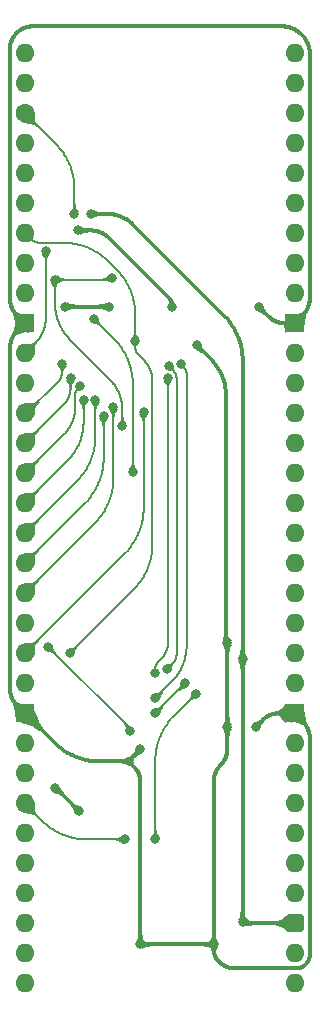
<source format=gbl>
%TF.GenerationSoftware,KiCad,Pcbnew,8.0.7*%
%TF.CreationDate,2025-02-22T09:57:19+02:00*%
%TF.ProjectId,VIA Breakout,56494120-4272-4656-916b-6f75742e6b69,V0*%
%TF.SameCoordinates,Original*%
%TF.FileFunction,Copper,L2,Bot*%
%TF.FilePolarity,Positive*%
%FSLAX46Y46*%
G04 Gerber Fmt 4.6, Leading zero omitted, Abs format (unit mm)*
G04 Created by KiCad (PCBNEW 8.0.7) date 2025-02-22 09:57:19*
%MOMM*%
%LPD*%
G01*
G04 APERTURE LIST*
G04 Aperture macros list*
%AMRoundRect*
0 Rectangle with rounded corners*
0 $1 Rounding radius*
0 $2 $3 $4 $5 $6 $7 $8 $9 X,Y pos of 4 corners*
0 Add a 4 corners polygon primitive as box body*
4,1,4,$2,$3,$4,$5,$6,$7,$8,$9,$2,$3,0*
0 Add four circle primitives for the rounded corners*
1,1,$1+$1,$2,$3*
1,1,$1+$1,$4,$5*
1,1,$1+$1,$6,$7*
1,1,$1+$1,$8,$9*
0 Add four rect primitives between the rounded corners*
20,1,$1+$1,$2,$3,$4,$5,0*
20,1,$1+$1,$4,$5,$6,$7,0*
20,1,$1+$1,$6,$7,$8,$9,0*
20,1,$1+$1,$8,$9,$2,$3,0*%
G04 Aperture macros list end*
%TA.AperFunction,ComponentPad*%
%ADD10O,1.600000X1.600000*%
%TD*%
%TA.AperFunction,ComponentPad*%
%ADD11R,1.600000X1.600000*%
%TD*%
%TA.AperFunction,ComponentPad*%
%ADD12RoundRect,0.400000X-0.400000X-0.400000X0.400000X-0.400000X0.400000X0.400000X-0.400000X0.400000X0*%
%TD*%
%TA.AperFunction,ComponentPad*%
%ADD13C,1.600000*%
%TD*%
%TA.AperFunction,ViaPad*%
%ADD14C,0.800000*%
%TD*%
%TA.AperFunction,Conductor*%
%ADD15C,0.380000*%
%TD*%
%TA.AperFunction,Conductor*%
%ADD16C,0.200000*%
%TD*%
G04 APERTURE END LIST*
D10*
%TO.P,J1,64,Pin_64*%
%TO.N,/PB4*%
X22860000Y0D03*
%TO.P,J1,63,Pin_63*%
%TO.N,/PB3*%
X22860000Y-2540000D03*
%TO.P,J1,62,Pin_62*%
%TO.N,/PB2*%
X22860000Y-5080000D03*
%TO.P,J1,61,Pin_61*%
%TO.N,/PB1*%
X22860000Y-7620000D03*
%TO.P,J1,60,Pin_60*%
%TO.N,/PB0*%
X22860000Y-10160000D03*
%TO.P,J1,59,Pin_59*%
%TO.N,/PA7*%
X22860000Y-12700000D03*
%TO.P,J1,58,Pin_58*%
%TO.N,/PA6*%
X22860000Y-15240000D03*
%TO.P,J1,57,Pin_57*%
%TO.N,/PA5*%
X22860000Y-17780000D03*
%TO.P,J1,56,Pin_56*%
%TO.N,/PA4*%
X22860000Y-20320000D03*
D11*
%TO.P,J1,55,Pin_55*%
%TO.N,/GND*%
X22860000Y-22860000D03*
D10*
%TO.P,J1,54,Pin_54*%
%TO.N,/PA3*%
X22860000Y-25400000D03*
%TO.P,J1,53,Pin_53*%
%TO.N,/PA2*%
X22860000Y-27940000D03*
%TO.P,J1,52,Pin_52*%
%TO.N,/PA1*%
X22860000Y-30480000D03*
%TO.P,J1,51,Pin_51*%
%TO.N,/PA0*%
X22860000Y-33020000D03*
%TO.P,J1,50,Pin_50*%
%TO.N,/CA1*%
X22860000Y-35560000D03*
%TO.P,J1,49,Pin_49*%
%TO.N,/CA2*%
X22860000Y-38100000D03*
%TO.P,J1,48,Pin_48*%
%TO.N,/CD2*%
X22860000Y-40640000D03*
%TO.P,J1,47,Pin_47*%
%TO.N,/CD1*%
X22860000Y-43180000D03*
%TO.P,J1,46,Pin_46*%
%TO.N,/PD7*%
X22860000Y-45720000D03*
%TO.P,J1,45,Pin_45*%
%TO.N,/PD6*%
X22860000Y-48260000D03*
%TO.P,J1,44,Pin_44*%
%TO.N,/PD5*%
X22860000Y-50800000D03*
%TO.P,J1,43,Pin_43*%
%TO.N,/PD4*%
X22860000Y-53340000D03*
D11*
%TO.P,J1,42,Pin_42*%
%TO.N,/GND*%
X22860000Y-55880000D03*
D10*
%TO.P,J1,41,Pin_41*%
%TO.N,/PD3*%
X22860000Y-58420000D03*
%TO.P,J1,40,Pin_40*%
%TO.N,/PD2*%
X22860000Y-60960000D03*
%TO.P,J1,39,Pin_39*%
%TO.N,/PD1*%
X22860000Y-63500000D03*
%TO.P,J1,38,Pin_38*%
%TO.N,/PD0*%
X22860000Y-66040000D03*
%TO.P,J1,37,Pin_37*%
%TO.N,/PC7*%
X22860000Y-68580000D03*
%TO.P,J1,36,Pin_36*%
%TO.N,/PC6*%
X22860000Y-71120000D03*
D12*
%TO.P,J1,35,Pin_35*%
%TO.N,/5V*%
X22860000Y-73660000D03*
D10*
%TO.P,J1,34,Pin_34*%
%TO.N,/PC5*%
X22860000Y-76200000D03*
%TO.P,J1,33,Pin_33*%
%TO.N,/PC4*%
X22860000Y-78740000D03*
%TO.P,J1,32,Pin_32*%
%TO.N,/PC3*%
X0Y-78740000D03*
%TO.P,J1,31,Pin_31*%
%TO.N,/PC2*%
X0Y-76200000D03*
%TO.P,J1,30,Pin_30*%
%TO.N,/PC1*%
X0Y-73660000D03*
%TO.P,J1,29,Pin_29*%
%TO.N,/PC0*%
X0Y-71120000D03*
%TO.P,J1,28,Pin_28*%
%TO.N,/CC1*%
X0Y-68580000D03*
%TO.P,J1,27,Pin_27*%
%TO.N,/CC2*%
X0Y-66040000D03*
%TO.P,J1,26,Pin_26*%
%TO.N,/~{IRQ}_{CD}*%
X0Y-63500000D03*
%TO.P,J1,25,Pin_25*%
%TO.N,/A0*%
X0Y-60960000D03*
%TO.P,J1,24,Pin_24*%
%TO.N,/A1*%
X0Y-58420000D03*
D11*
%TO.P,J1,23,Pin_23*%
%TO.N,/GND*%
X0Y-55880000D03*
D10*
%TO.P,J1,22,Pin_22*%
%TO.N,/A2*%
X0Y-53340000D03*
%TO.P,J1,21,Pin_21*%
%TO.N,/A3*%
X0Y-50800000D03*
%TO.P,J1,20,Pin_20*%
%TO.N,/Device ~{CS}_{CD}*%
X0Y-48260000D03*
%TO.P,J1,19,Pin_19*%
%TO.N,/D0*%
X0Y-45720000D03*
%TO.P,J1,18,Pin_18*%
%TO.N,/D1*%
X0Y-43180000D03*
%TO.P,J1,17,Pin_17*%
%TO.N,/D2*%
X0Y-40640000D03*
%TO.P,J1,16,Pin_16*%
%TO.N,/D3*%
X0Y-38100000D03*
%TO.P,J1,15,Pin_15*%
%TO.N,/D4*%
X0Y-35560000D03*
%TO.P,J1,14,Pin_14*%
%TO.N,/D5*%
X0Y-33020000D03*
%TO.P,J1,13,Pin_13*%
%TO.N,/D6*%
X0Y-30480000D03*
%TO.P,J1,12,Pin_12*%
%TO.N,/D7*%
X0Y-27940000D03*
%TO.P,J1,11,Pin_11*%
%TO.N,/Device ~{CS}_{AB}*%
X0Y-25400000D03*
D11*
%TO.P,J1,10,Pin_10*%
%TO.N,/GND*%
X0Y-22860000D03*
D10*
%TO.P,J1,9,Pin_9*%
%TO.N,/R~{W}*%
X0Y-20320000D03*
%TO.P,J1,8,Pin_8*%
%TO.N,/PHI2*%
X0Y-17780000D03*
%TO.P,J1,7,Pin_7*%
%TO.N,/~{Reset}*%
X0Y-15240000D03*
%TO.P,J1,6,Pin_6*%
%TO.N,/CB2*%
X0Y-12700000D03*
%TO.P,J1,5,Pin_5*%
%TO.N,/CB1*%
X0Y-10160000D03*
%TO.P,J1,4,Pin_4*%
%TO.N,/PB7*%
X0Y-7620000D03*
D13*
%TO.P,J1,3,Pin_3*%
%TO.N,/~{IRQ}_{AB}*%
X0Y-5080000D03*
D10*
%TO.P,J1,2,Pin_2*%
%TO.N,/PB6*%
X0Y-2540000D03*
%TO.P,J1,1,Pin_1*%
%TO.N,/PB5*%
X0Y0D03*
%TD*%
D14*
%TO.N,/5V*%
X5588000Y-13589000D03*
X18440440Y-73533002D03*
X18440438Y-51308000D03*
%TO.N,/GND*%
X12446000Y-21463000D03*
X7112000Y-21463000D03*
X19558000Y-57023000D03*
X2540000Y-62230000D03*
X4530817Y-14989478D03*
X9779006Y-58927994D03*
X9779000Y-75438000D03*
X19812000Y-21463006D03*
X4572000Y-64135000D03*
X3415975Y-21449975D03*
X14541503Y-24701503D03*
X17145000Y-49911000D03*
X16002000Y-75438008D03*
X17144996Y-57023000D03*
%TO.N,/~{IRQ}_{AB}*%
X4191004Y-13589000D03*
%TO.N,/R~{W}*%
X8254999Y-31571312D03*
X2540000Y-19163975D03*
X7390000Y-19036026D03*
%TO.N,/PHI2*%
X5842000Y-22479000D03*
X9144004Y-35433000D03*
%TO.N,/D6*%
X3175000Y-26289000D03*
%TO.N,/D5*%
X3869462Y-27519880D03*
%TO.N,/D4*%
X4649402Y-28194000D03*
%TO.N,/D3*%
X4970020Y-29310007D03*
%TO.N,/D2*%
X5969000Y-29355212D03*
%TO.N,/D1*%
X6669000Y-30737117D03*
%TO.N,/D0*%
X7493000Y-29972000D03*
%TO.N,/~{Reset}*%
X3810000Y-50800000D03*
X9336000Y-24369575D03*
%TO.N,/A3*%
X10055000Y-30353000D03*
%TO.N,/A2*%
X11019000Y-52451000D03*
X12109041Y-27473929D03*
%TO.N,/A1*%
X12026576Y-52155542D03*
X12226575Y-26480857D03*
%TO.N,/A0*%
X13208000Y-26289000D03*
X11048999Y-54609999D03*
%TO.N,/~{IRQ}_{CD}*%
X14478000Y-54229000D03*
X8509000Y-66548000D03*
X11049000Y-66548000D03*
%TO.N,/Device ~{CS}_{AB}*%
X1778000Y-16764000D03*
%TO.N,/Device ~{CS}_{CD}*%
X1968500Y-50228500D03*
X11049006Y-55880000D03*
X13589000Y-53340000D03*
X8890000Y-57404000D03*
%TD*%
D15*
%TO.N,/GND*%
X20405268Y-56222141D02*
X20366112Y-56249718D01*
X16443198Y-26800203D02*
X16494345Y-26890490D01*
X6325692Y-15136778D02*
X6379587Y-15157568D01*
X16802849Y-59985728D02*
X16775272Y-60024884D01*
X12435684Y-21096748D02*
X12438257Y-21111577D01*
X6837167Y-15402149D02*
X6884394Y-15435411D01*
X23121647Y-77459484D02*
X23093264Y-77462985D01*
X21105069Y-55922161D02*
X21058341Y-55932655D01*
X2702206Y-62265989D02*
X2705055Y-62268447D01*
X-794758Y-23673210D02*
X-827497Y-23715161D01*
X9003653Y-60099581D02*
X9005998Y-60095442D01*
X9011177Y-60100136D02*
X9003653Y-60099581D01*
X9005998Y-60095442D02*
X9011177Y-60100136D01*
X8939425Y-59706950D02*
X8947111Y-59702082D01*
X8941183Y-59708624D02*
X8939425Y-59706950D01*
X8947111Y-59702082D02*
X8941183Y-59708624D01*
X5060557Y-59797152D02*
X5190874Y-59826415D01*
X21199229Y-55904631D02*
X21152041Y-55912818D01*
X7099516Y-21452225D02*
X7100003Y-21452470D01*
X22996320Y1931658D02*
X23045774Y1900342D01*
X8527870Y-59892197D02*
X8523460Y-59889978D01*
X8526408Y-59888111D02*
X8527870Y-59892197D01*
X8523460Y-59889978D02*
X8526408Y-59888111D01*
X9003439Y-59806483D02*
X8999057Y-59800262D01*
X9003098Y-59799561D02*
X9003439Y-59806483D01*
X8999057Y-59800262D02*
X9003098Y-59799561D01*
X23736711Y-77177764D02*
X23715055Y-77196444D01*
X9543181Y-60805013D02*
X9564164Y-60842053D01*
X8288261Y-59928394D02*
X8293830Y-59927707D01*
X8293133Y-59930003D02*
X8288261Y-59928394D01*
X8293830Y-59927707D02*
X8293133Y-59930003D01*
X-919402Y-23845656D02*
X-947871Y-23890614D01*
X16002000Y-75961053D02*
X16002738Y-75991146D01*
X16329806Y-76780761D02*
X16350563Y-76802563D01*
X5649971Y-14993729D02*
X5707580Y-14997978D01*
X16686895Y-60138130D02*
X16655613Y-60174395D01*
X23586240Y-56611779D02*
X23620998Y-56652073D01*
X4547640Y-59648408D02*
X4674461Y-59690304D01*
X22684845Y2093262D02*
X22738358Y2069541D01*
X371229Y2261365D02*
X324041Y2253177D01*
X8981402Y-60105243D02*
X8989613Y-60098161D01*
X8991348Y-60101407D02*
X8981402Y-60105243D01*
X8989613Y-60098161D02*
X8991348Y-60101407D01*
X-690504Y-22167645D02*
X-653811Y-22206185D01*
X9655118Y-61034359D02*
X9670438Y-61074078D01*
X23397505Y-77386776D02*
X23370823Y-77397069D01*
X16019603Y-61378603D02*
X16013741Y-61426134D01*
X17028106Y-49759676D02*
X17029775Y-49764728D01*
X8932440Y-60168728D02*
X8934750Y-60164651D01*
X8936019Y-60169718D02*
X8932440Y-60168728D01*
X8934750Y-60164651D02*
X8936019Y-60169718D01*
X23513810Y-56533810D02*
X23550503Y-56572350D01*
X-1050888Y1233454D02*
X-1072421Y1190676D01*
X21766263Y-22842016D02*
X21814811Y-22848004D01*
X12311580Y-20825799D02*
X12320840Y-20837665D01*
X9059534Y-59626965D02*
X9065419Y-59622819D01*
X9066124Y-59625141D02*
X9059534Y-59626965D01*
X9065419Y-59622819D02*
X9066124Y-59625141D01*
X24028919Y-21346777D02*
X24012227Y-21397306D01*
X-1184366Y-24424141D02*
X-1198560Y-24475427D01*
X24065639Y452244D02*
X24078464Y395132D01*
X23805751Y1102113D02*
X23834603Y1051182D01*
X16543260Y-26982004D02*
X16589915Y-27074692D01*
X17335636Y-77423192D02*
X17377172Y-77432519D01*
X2663902Y-62242387D02*
X2667342Y-62243912D01*
X23835228Y-56956257D02*
X23861458Y-57002558D01*
X23687496Y-22004835D02*
X23654757Y-22046786D01*
X8539267Y-59986454D02*
X8543686Y-59980791D01*
X8545754Y-59984658D02*
X8539267Y-59986454D01*
X8543686Y-59980791D02*
X8545754Y-59984658D01*
X4802274Y-59729076D02*
X4930998Y-59764699D01*
X8932106Y-59743516D02*
X8934750Y-59737551D01*
X8936432Y-59744267D02*
X8932106Y-59743516D01*
X8934750Y-59737551D02*
X8936432Y-59744267D01*
X6117662Y-59940725D02*
X6251184Y-59944004D01*
X4297273Y-59555344D02*
X4421886Y-59603412D01*
X16101112Y-76429234D02*
X16113311Y-76456753D01*
X17022866Y-59561671D02*
X17005630Y-59606355D01*
X8548380Y-59970868D02*
X8550485Y-59961497D01*
X8551913Y-59971128D02*
X8548380Y-59970868D01*
X8550485Y-59961497D02*
X8551913Y-59971128D01*
X21386122Y-22751738D02*
X21432570Y-22767083D01*
X24116950Y-20930955D02*
X24110436Y-20983768D01*
X16003174Y-61569393D02*
X16002000Y-61617271D01*
X-1168918Y-21346779D02*
X-1152226Y-21397306D01*
X-1242628Y-54056407D02*
X-1233530Y-54108837D01*
X277069Y2243834D02*
X230340Y2233341D01*
X-1192930Y878270D02*
X-1205703Y832112D01*
X12429449Y-21067299D02*
X12432747Y-21081985D01*
X6216454Y-15099198D02*
X6271304Y-15117318D01*
X2677424Y-62248987D02*
X2680698Y-62250841D01*
X12443783Y-21156381D02*
X12444891Y-21171391D01*
X16091282Y-26287264D02*
X16155123Y-26369068D01*
X561561Y2282473D02*
X513798Y2278949D01*
X16587424Y-77034993D02*
X16619660Y-77062799D01*
X12445630Y-21186425D02*
X12446000Y-21201471D01*
X-1256950Y-53950955D02*
X-1250436Y-54003768D01*
X-1270000Y-20718578D02*
X-1268693Y-20771777D01*
X21573975Y-22806215D02*
X21621703Y-22816932D01*
X20829326Y-56002126D02*
X20784642Y-56019362D01*
X16716042Y-27359230D02*
X16753387Y-27456044D01*
X23749837Y-21918585D02*
X23719196Y-21962092D01*
X8923310Y-59716457D02*
X8927925Y-59713843D01*
X8927925Y-59716570D02*
X8923310Y-59716457D01*
X8927925Y-59713843D02*
X8927925Y-59716570D01*
X23959664Y786762D02*
X23980730Y732150D01*
X8600329Y-60031301D02*
X8587924Y-60026516D01*
X8589045Y-60024538D02*
X8600329Y-60031301D01*
X8587924Y-60026516D02*
X8589045Y-60024538D01*
X7090580Y-21449988D02*
X7090035Y-21449975D01*
X6930792Y-15469822D02*
X6976331Y-15505361D01*
X24126081Y-20824926D02*
X24122167Y-20877996D01*
X24089884Y337720D02*
X24099891Y280047D01*
X6105503Y-15067023D02*
X6161176Y-15082430D01*
X24122166Y-57861999D02*
X24126081Y-57915069D01*
X-342443Y1996083D02*
X-382905Y1970460D01*
X24012015Y-76815928D02*
X23999156Y-76841473D01*
X9091492Y-59640023D02*
X9088349Y-59635059D01*
X9093801Y-59636567D02*
X9091492Y-59640023D01*
X9088349Y-59635059D02*
X9093801Y-59636567D01*
X17014100Y-77312576D02*
X17053019Y-77329828D01*
X6740334Y-15339154D02*
X6789137Y-15370057D01*
X9763349Y-61444991D02*
X9768560Y-61487242D01*
X8587924Y-59861487D02*
X8600329Y-59856702D01*
X8589045Y-59863465D02*
X8587924Y-59861487D01*
X8600329Y-59856702D02*
X8589045Y-59863465D01*
X20866945Y-22482371D02*
X20906939Y-22510538D01*
X16947417Y-59737681D02*
X16925884Y-59780459D01*
X9005998Y-59792560D02*
X9003653Y-59788421D01*
X9011177Y-59787866D02*
X9005998Y-59792560D01*
X9003653Y-59788421D02*
X9011177Y-59787866D01*
X16863005Y-77234182D02*
X16900045Y-77255165D01*
X8550485Y-59926506D02*
X8548380Y-59917136D01*
X8551913Y-59916875D02*
X8550485Y-59926506D01*
X8548380Y-59917136D02*
X8551913Y-59916875D01*
X5851060Y-59924346D02*
X5984260Y-59934171D01*
X20919895Y-55970968D02*
X20874419Y-55985991D01*
X17018391Y-49707490D02*
X17018782Y-49712797D01*
X22465456Y2174812D02*
X22521036Y2156450D01*
X8927926Y-60174161D02*
X8923311Y-60171547D01*
X8927926Y-60171434D02*
X8927926Y-60174161D01*
X8923311Y-60171547D02*
X8927926Y-60171434D01*
X17092350Y-77346119D02*
X17132069Y-77361440D01*
X-859197Y-23757902D02*
X-889838Y-23801409D01*
X16221106Y-60742539D02*
X16199573Y-60785318D01*
X8297228Y-59954290D02*
X8299371Y-59949459D01*
X8301204Y-59954584D02*
X8297228Y-59954290D01*
X8299371Y-59949459D02*
X8301204Y-59954584D01*
X23607234Y1391463D02*
X23643246Y1345317D01*
X23647431Y-77249219D02*
X23624050Y-77265686D01*
X17144996Y-58905726D02*
X17143820Y-58953604D01*
X17120361Y-59191770D02*
X17112173Y-59238958D01*
X24083149Y-21141028D02*
X24071489Y-21192949D01*
X23862197Y999558D02*
X23888514Y947273D01*
X24128563Y-11043D02*
X24130000Y-69560D01*
X23925686Y-76964049D02*
X23909219Y-76987431D01*
X16289928Y-76735662D02*
X16309590Y-76758456D01*
X9079109Y-60275511D02*
X9074626Y-60272012D01*
X9076911Y-60270862D02*
X9079109Y-60275511D01*
X9074626Y-60272012D02*
X9076911Y-60270862D01*
X24110436Y-57756227D02*
X24116950Y-57809040D01*
X-575128Y1827897D02*
X-611393Y1796615D01*
X24104820Y-76546164D02*
X24098553Y-76574069D01*
X24122986Y-76433264D02*
X24119485Y-76461647D01*
X24012227Y-57342689D02*
X24028919Y-57393216D01*
X-780616Y1627393D02*
X-811898Y1591128D01*
X7092213Y-21450108D02*
X7092755Y-21450174D01*
X-1262167Y-24841999D02*
X-1266081Y-24895069D01*
X20327644Y-56278248D02*
X20289888Y-56307713D01*
X22239132Y2234464D02*
X22296244Y2221639D01*
X9027046Y-59875194D02*
X9025096Y-59859393D01*
X9027831Y-59859191D02*
X9027046Y-59875194D01*
X9025096Y-59859393D02*
X9027831Y-59859191D01*
X16790524Y-77189521D02*
X16826490Y-77212296D01*
X17102830Y-59285930D02*
X17092336Y-59332659D01*
X3130077Y-58912927D02*
X3239276Y-58989833D01*
X17019303Y-49718094D02*
X17019954Y-49723375D01*
X12329806Y-20849754D02*
X12338472Y-20862060D01*
X8885425Y-60143568D02*
X8883530Y-60140877D01*
X8888265Y-60140994D02*
X8885425Y-60143568D01*
X8883530Y-60140877D02*
X8888265Y-60140994D01*
X21204512Y-22679111D02*
X21249232Y-22698934D01*
X23886543Y-57049489D02*
X23910469Y-57097021D01*
X23678116Y1298302D02*
X23711821Y1250444D01*
X-1266081Y-53844926D02*
X-1262167Y-53897996D01*
X-1094782Y-54566222D02*
X-1073218Y-54614871D01*
X16141361Y-60916644D02*
X16124125Y-60961328D01*
X7095430Y-21450706D02*
X7095956Y-21450852D01*
X17050210Y-49807936D02*
X17053057Y-49812431D01*
X9027514Y-59834845D02*
X9030813Y-59831704D01*
X9029996Y-59837209D02*
X9027514Y-59834845D01*
X9030813Y-59831704D02*
X9029996Y-59837209D01*
X23954783Y-21546223D02*
X23933219Y-21594871D01*
X23985675Y-76866695D02*
X23971578Y-76891578D01*
X9146479Y-60322270D02*
X9146891Y-60318929D01*
X9149537Y-60322496D02*
X9146479Y-60322270D01*
X9146891Y-60318929D02*
X9149537Y-60322496D01*
X-1268824Y406599D02*
X-1270000Y358721D01*
X2635250Y-62233310D02*
X2638921Y-62234135D01*
X9088349Y-60252944D02*
X9091492Y-60247980D01*
X9093801Y-60251435D02*
X9088349Y-60252944D01*
X9091492Y-60247980D02*
X9093801Y-60251435D01*
X23531866Y1481036D02*
X23570099Y1436713D01*
X-1217340Y785654D02*
X-1227833Y738925D01*
X7102343Y-21453872D02*
X7102789Y-21454186D01*
X9073997Y-60262475D02*
X9079166Y-60260481D01*
X9076911Y-60265249D02*
X9073997Y-60262475D01*
X9079166Y-60260481D02*
X9076911Y-60265249D01*
X-1250437Y-24736227D02*
X-1256951Y-24789040D01*
X7100485Y-21452727D02*
X7100960Y-21452996D01*
X23178114Y-77450399D02*
X23149937Y-77455288D01*
X16078759Y-76373338D02*
X16089593Y-76401423D01*
X12440466Y-21126464D02*
X12442308Y-21141402D01*
X17672573Y-77468954D02*
X17715131Y-77470000D01*
X23994300Y-21447409D02*
X23975148Y-21497058D01*
X4051773Y-59450107D02*
X4173877Y-59504232D01*
X-1198559Y-21244568D02*
X-1184366Y-21295854D01*
X16556561Y-60278432D02*
X16523537Y-60313118D01*
X-1268693Y-24948218D02*
X-1270000Y-25001417D01*
X-646878Y1764453D02*
X-681564Y1731429D01*
X24058559Y-21244568D02*
X24044367Y-21295854D01*
X24115289Y-76489937D02*
X24110399Y-76518114D01*
X-760999Y-55107920D02*
X-726241Y-55148215D01*
X8299371Y-59938546D02*
X8297229Y-59933715D01*
X8301204Y-59933421D02*
X8299371Y-59938546D01*
X8297229Y-59933715D02*
X8301204Y-59933421D01*
X7020984Y-15542007D02*
X7064725Y-15579738D01*
X-1134299Y-54467408D02*
X-1115147Y-54517057D01*
X8947306Y-59759978D02*
X8939091Y-59755843D01*
X8941269Y-59753317D02*
X8947306Y-59759978D01*
X8939091Y-59755843D02*
X8941269Y-59753317D01*
X16217046Y-76639872D02*
X16234379Y-76664483D01*
X22008050Y2271646D02*
X22066145Y2264480D01*
X17044852Y-49798741D02*
X17047475Y-49803371D01*
X17080700Y-59379116D02*
X17067926Y-59425273D01*
X23654757Y-56693209D02*
X23687496Y-56735160D01*
X17056014Y-49816856D02*
X17059078Y-49821207D01*
X2609141Y-62230091D02*
X2605380Y-62230000D01*
X2696330Y-62261286D02*
X2699296Y-62263601D01*
X9286048Y-60467056D02*
X9315402Y-60497888D01*
X2612899Y-62230275D02*
X2616651Y-62230552D01*
X20653318Y-56077574D02*
X20610540Y-56099107D01*
X7096478Y-21451010D02*
X7096996Y-21451181D01*
X5592276Y-14990895D02*
X5534528Y-14989478D01*
X8502617Y-59886870D02*
X8511968Y-59884770D01*
X8511968Y-59887099D02*
X8502617Y-59886870D01*
X8511968Y-59884770D02*
X8511968Y-59887099D01*
X8511968Y-60003233D02*
X8502617Y-60001133D01*
X8511968Y-60000904D02*
X8511968Y-60003233D01*
X8502617Y-60001133D02*
X8511968Y-60000904D01*
X21116599Y-22636202D02*
X21160292Y-22658196D01*
X21479380Y-22781283D02*
X21526525Y-22794329D01*
X23692947Y-77214588D02*
X23670402Y-77232183D01*
X23807870Y-21829381D02*
X23779401Y-21874339D01*
X8570253Y-60020193D02*
X8565808Y-60018725D01*
X8569443Y-60017524D02*
X8570253Y-60020193D01*
X8565808Y-60018725D02*
X8569443Y-60017524D01*
X24127893Y-76376280D02*
X24125790Y-76404801D01*
X23933220Y-57145125D02*
X23954784Y-57193773D01*
X16903308Y-59822697D02*
X16879702Y-59864367D01*
X24057069Y-76710823D02*
X24046777Y-76737505D01*
X23189317Y1799246D02*
X23235463Y1763234D01*
X20181115Y-56401542D02*
X20146429Y-56434566D01*
X8565808Y-59869278D02*
X8570253Y-59867810D01*
X8569443Y-59870479D02*
X8565808Y-59869278D01*
X8570253Y-59867810D02*
X8569443Y-59870479D01*
X9079166Y-59627522D02*
X9073997Y-59625528D01*
X9076911Y-59622754D02*
X9079166Y-59627522D01*
X9073997Y-59625528D02*
X9076911Y-59622754D01*
X16979853Y-28360143D02*
X16992556Y-28463130D01*
X9019933Y-59838781D02*
X9017936Y-59833606D01*
X9022018Y-59835660D02*
X9019933Y-59838781D01*
X9017936Y-59833606D02*
X9022018Y-59835660D01*
X12412686Y-21009499D02*
X12417408Y-21023790D01*
X6640526Y-15280983D02*
X6690786Y-15309456D01*
X7094369Y-21450454D02*
X7094901Y-21450574D01*
X-1242628Y-21036407D02*
X-1233530Y-21088837D01*
X5321870Y-59852472D02*
X5453466Y-59875306D01*
X24035804Y565440D02*
X24051416Y509025D01*
X17054024Y-59471104D02*
X17039001Y-59516579D01*
X12271714Y-20780714D02*
X12282093Y-20791615D01*
X8558532Y-59989293D02*
X8552884Y-59985716D01*
X8555439Y-59982754D02*
X8558532Y-59989293D01*
X8552884Y-59985716D02*
X8555439Y-59982754D01*
X5585582Y-59894905D02*
X5718140Y-59911254D01*
X12402200Y-20981285D02*
X12407616Y-20995327D01*
X17035519Y-49779621D02*
X17037675Y-49784485D01*
X2656915Y-62239592D02*
X2660425Y-62240947D01*
X7098525Y-21451771D02*
X7099023Y-21451992D01*
X9621574Y-60956108D02*
X9638826Y-60995027D01*
X16746743Y-60063352D02*
X16717279Y-60101108D01*
X2713126Y-58579223D02*
X2814261Y-58666462D01*
X6432955Y-15179674D02*
X6485765Y-15203083D01*
X2620397Y-62230921D02*
X2624131Y-62231381D01*
X2642571Y-62235049D02*
X2646197Y-62236053D01*
X24071489Y-57547046D02*
X24083149Y-57598967D01*
X9041918Y-59771340D02*
X9047960Y-59762762D01*
X9044342Y-59772875D02*
X9041918Y-59771340D01*
X9047960Y-59762762D02*
X9044342Y-59772875D01*
X16652568Y-77089806D02*
X16686128Y-77115997D01*
X16252311Y-76688662D02*
X16270831Y-76712393D01*
X16317532Y-60577091D02*
X16291910Y-60617553D01*
X16525049Y-76977049D02*
X16555881Y-77006403D01*
X-1134300Y-21447409D02*
X-1115148Y-21497057D01*
X8847119Y-59754479D02*
X8861641Y-59748041D01*
X8862318Y-59750273D02*
X8847119Y-59754479D01*
X8861641Y-59748041D02*
X8862318Y-59750273D01*
X16334336Y-26623531D02*
X16389851Y-26711199D01*
X-975228Y-23936256D02*
X-1001457Y-23982556D01*
X17020735Y-49728639D02*
X17021645Y-49733882D01*
X23861456Y-21737437D02*
X23835228Y-21783738D01*
X21294426Y-22717654D02*
X21340065Y-22735259D01*
X12362625Y-20900199D02*
X12370043Y-20913294D01*
X3577730Y-59204157D02*
X3693941Y-59269990D01*
X23913541Y894357D02*
X23937262Y840844D01*
X17418927Y-77440825D02*
X17460871Y-77448102D01*
X17141470Y-59001439D02*
X17137946Y-59049202D01*
X23620999Y-22087921D02*
X23586241Y-22128215D01*
X16855080Y-59905445D02*
X16829458Y-59945907D01*
X7107526Y-15618530D02*
X7149362Y-15658362D01*
X9139822Y-59562666D02*
X9143186Y-59559764D01*
X9143186Y-59562749D02*
X9139822Y-59562666D01*
X9143186Y-59559764D02*
X9143186Y-59562749D01*
X16059175Y-76316413D02*
X16068618Y-76344996D01*
X12390341Y-20953620D02*
X12396440Y-20967379D01*
X-1223149Y-21141028D02*
X-1211490Y-21192949D01*
X16107990Y-61006421D02*
X16092967Y-61051895D01*
X17002727Y-28566397D02*
X17010361Y-28669883D01*
X16079065Y-61097725D02*
X16066291Y-61143882D01*
X21485274Y-55880000D02*
X21437396Y-55881174D01*
X21389561Y-55883524D02*
X21341798Y-55887047D01*
X24121384Y105797D02*
X24125690Y47421D01*
X8170113Y-59939927D02*
X8174280Y-59939620D01*
X8172201Y-59941914D02*
X8170113Y-59939927D01*
X8174280Y-59939620D02*
X8172201Y-59941914D01*
X9092865Y-59654351D02*
X9093369Y-59647516D01*
X9095948Y-59647833D02*
X9092865Y-59654351D01*
X9093369Y-59647516D02*
X9095948Y-59647833D01*
X24128693Y-57968218D02*
X24130000Y-58021417D01*
X21961135Y-22858799D02*
X22010037Y-22860000D01*
X23234069Y-77438554D02*
X23206165Y-77444820D01*
X16004215Y-76021211D02*
X16006429Y-76051231D01*
X24130000Y-76319126D02*
X24129297Y-76347716D01*
X466136Y2274255D02*
X418603Y2268393D01*
X17068897Y-49833790D02*
X17072373Y-49837819D01*
X22791273Y2044515D02*
X22843558Y2018197D01*
X-889836Y-54938586D02*
X-859196Y-54982093D01*
X-1050467Y-54662976D02*
X-1026541Y-54710507D01*
X8293830Y-59960298D02*
X8288261Y-59959611D01*
X8293133Y-59958002D02*
X8293830Y-59960298D01*
X8288261Y-59959611D02*
X8293133Y-59958002D01*
X7093294Y-21450254D02*
X7093832Y-21450348D01*
X-500350Y1887746D02*
X-538106Y1858282D01*
X17253311Y-77401494D02*
X17294340Y-77412848D01*
X23094444Y1867821D02*
X23142302Y1834116D01*
X16216936Y-26452415D02*
X16276686Y-26537253D01*
X23956875Y-76916109D02*
X23941575Y-76940271D01*
X-1001456Y-21737437D02*
X-975227Y-21783738D01*
X8881886Y-59738466D02*
X8886133Y-59736329D01*
X8884499Y-59739782D02*
X8881886Y-59738466D01*
X8886133Y-59736329D02*
X8884499Y-59739782D01*
X-1001456Y-54757437D02*
X-975226Y-54803738D01*
X7103227Y-21454511D02*
X7103658Y-21454847D01*
X23818557Y-77097901D02*
X23798837Y-77118614D01*
X9017936Y-60054397D02*
X9019933Y-60049222D01*
X9022018Y-60052342D02*
X9017936Y-60054397D01*
X9019933Y-60049222D02*
X9022018Y-60052342D01*
X23856444Y-77055055D02*
X23837764Y-77076711D01*
X21891420Y2281690D02*
X21949797Y2277384D01*
X-827497Y-22004834D02*
X-794758Y-22046785D01*
X23975149Y-57242938D02*
X23994300Y-57292586D01*
X17587598Y-77463733D02*
X17630054Y-77466865D01*
X9343992Y-60529431D02*
X9371798Y-60561667D01*
X16987302Y-59650603D02*
X16967894Y-59694387D01*
X5879537Y-15019186D02*
X5936451Y-15029062D01*
X24091604Y-76601811D02*
X24083976Y-76629373D01*
X2517430Y-58397430D02*
X2614162Y-58489527D01*
X-1092897Y1147382D02*
X-1112305Y1103599D01*
X2707843Y-62270974D02*
X2710568Y-62273568D01*
X20789093Y-22423137D02*
X20827655Y-22453232D01*
X17039951Y-49789296D02*
X17042343Y-49794049D01*
X5993107Y-15040332D02*
X6049469Y-15052988D01*
X16126181Y-76483965D02*
X16139714Y-76510853D01*
X16903907Y-27952240D02*
X16926642Y-28053486D01*
X-1164004Y969576D02*
X-1179028Y924100D01*
X-1262949Y502197D02*
X-1266473Y454434D01*
X21011883Y-55944292D02*
X20965725Y-55957066D01*
X8999057Y-60087741D02*
X9003439Y-60081520D01*
X9003099Y-60088442D02*
X8999057Y-60087741D01*
X9003439Y-60081520D02*
X9003099Y-60088442D01*
X8572319Y-59878075D02*
X8572224Y-59874228D01*
X8575446Y-59874625D02*
X8572319Y-59878075D01*
X8572224Y-59874228D02*
X8575446Y-59874625D01*
X24035832Y-76763929D02*
X24024243Y-76790075D01*
X9772733Y-61529609D02*
X9775865Y-61572065D01*
X8065855Y-59944004D02*
X8108414Y-59942959D01*
X8108414Y-59945048D02*
X8065855Y-59944004D01*
X8108414Y-59942959D02*
X8108414Y-59945048D01*
X-422726Y1943852D02*
X-461882Y1916276D01*
X23550504Y-22167645D02*
X23513811Y-22206185D01*
X657274Y2286000D02*
X609396Y2284824D01*
X9777955Y-61614585D02*
X9779000Y-61657144D01*
X8525440Y-59881395D02*
X8530257Y-59880062D01*
X8527377Y-59883239D02*
X8525440Y-59881395D01*
X8530257Y-59880062D02*
X8527377Y-59883239D01*
X-1026542Y-24029487D02*
X-1050468Y-24077019D01*
X12377139Y-20926570D02*
X12383906Y-20940014D01*
X16054655Y-61190339D02*
X16044161Y-61237068D01*
X-1233531Y-24631158D02*
X-1242629Y-24683588D01*
X22576150Y2136730D02*
X22630762Y2115663D01*
X16788345Y-27553745D02*
X16820895Y-27652275D01*
X17133252Y-59096865D02*
X17127389Y-59144397D01*
X20947612Y-22537714D02*
X20988939Y-22563884D01*
X183883Y2221704D02*
X137726Y2208930D01*
X20568301Y-56121684D02*
X20526630Y-56145290D01*
X-760999Y-22087921D02*
X-726241Y-22128215D01*
X20642567Y-22293573D02*
X20677995Y-22327303D01*
X9038437Y-59793373D02*
X9036768Y-59788320D01*
X9039921Y-59787447D02*
X9038437Y-59793373D01*
X9036768Y-59788320D02*
X9039921Y-59787447D01*
X16017480Y-76140841D02*
X16022626Y-76170500D01*
X21832956Y2284563D02*
X21774438Y2286000D01*
X-827496Y-55024834D02*
X-794757Y-55066785D01*
X-1115148Y-24222936D02*
X-1134300Y-24272585D01*
X15957674Y-26128477D02*
X16025452Y-26207050D01*
X24130000Y-20718578D02*
X24128693Y-20771777D01*
X9710492Y-61195321D02*
X9721847Y-61236349D01*
X9025096Y-60028610D02*
X9027046Y-60012809D01*
X9027831Y-60028812D02*
X9025096Y-60028610D01*
X9027046Y-60012809D02*
X9027831Y-60028812D01*
X9099688Y-59635694D02*
X9104349Y-59632743D01*
X9101250Y-59637913D02*
X9099688Y-59635694D01*
X9104349Y-59632743D02*
X9101250Y-59637913D01*
X-1198559Y-54264568D02*
X-1184366Y-54315854D01*
X9036768Y-60099683D02*
X9038437Y-60094631D01*
X9039921Y-60100556D02*
X9036768Y-60099683D01*
X9038437Y-60094631D02*
X9039921Y-60100556D01*
X23910467Y-21642975D02*
X23886541Y-21690507D01*
X24108481Y222145D02*
X24115646Y164050D01*
X17172151Y-77375782D02*
X17212574Y-77389136D01*
X17025142Y-49749456D02*
X17026561Y-49754584D01*
X9498519Y-60732532D02*
X9521295Y-60768498D01*
X9684780Y-61114160D02*
X9698134Y-61154583D01*
X16153904Y-76537401D02*
X16168742Y-76563592D01*
X16179097Y-60828612D02*
X16159689Y-60872395D01*
X17502981Y-77454349D02*
X17545232Y-77459561D01*
X-690504Y-55187645D02*
X-653811Y-55226185D01*
X17075946Y-49841762D02*
X17079615Y-49845615D01*
X-174678Y2088420D02*
X-217456Y2066887D01*
X16491375Y-60348604D02*
X16460093Y-60384869D01*
X9197030Y-60378038D02*
X9175203Y-60357256D01*
X9176809Y-60355727D02*
X9197030Y-60378038D01*
X9175203Y-60357256D02*
X9176809Y-60355727D01*
X17022683Y-49739101D02*
X17023849Y-49744293D01*
X-1073219Y-24125124D02*
X-1094784Y-24173772D01*
X9032269Y-60107916D02*
X9027016Y-60104941D01*
X9032269Y-60103761D02*
X9032269Y-60107916D01*
X9027016Y-60104941D02*
X9032269Y-60103761D01*
X5765068Y-15003640D02*
X5822398Y-15010711D01*
X23452194Y1566801D02*
X23492556Y1524407D01*
X16184217Y-76589411D02*
X16200322Y-76614843D01*
X7104897Y-21455916D02*
X7105293Y-21456293D01*
X16028499Y-76200025D02*
X16035094Y-76229396D01*
X12292201Y-20802768D02*
X12302032Y-20814165D01*
X24044367Y-57444140D02*
X24058559Y-57495427D01*
X23280713Y1726099D02*
X23325036Y1687866D01*
X8304371Y-59926143D02*
X8310735Y-59925038D01*
X8305517Y-59928166D02*
X8304371Y-59926143D01*
X8310735Y-59925038D02*
X8305517Y-59928166D01*
X-954460Y1398905D02*
X-980083Y1358443D01*
X9398805Y-60594575D02*
X9424996Y-60628135D01*
X1328Y2163870D02*
X-43353Y2146634D01*
X16623451Y-60209881D02*
X16590427Y-60244567D01*
X16946887Y-28155260D02*
X16964628Y-28257499D01*
X9104349Y-60255260D02*
X9099688Y-60252309D01*
X9101250Y-60250090D02*
X9104349Y-60255260D01*
X9099688Y-60252309D02*
X9101250Y-60250090D01*
X23551578Y-77311578D02*
X23526695Y-77325674D01*
X2917505Y-58751192D02*
X3022799Y-58833364D01*
X9093369Y-60240487D02*
X9092865Y-60233652D01*
X9095948Y-60240169D02*
X9093369Y-60240487D01*
X9092865Y-60233652D02*
X9095948Y-60240169D01*
X23343896Y-77406704D02*
X23316741Y-77415675D01*
X24075675Y-76656741D02*
X24066704Y-76683896D01*
X9047960Y-60125241D02*
X9041919Y-60116663D01*
X9044342Y-60115128D02*
X9047960Y-60125241D01*
X9041919Y-60116663D02*
X9044342Y-60115128D01*
X9732191Y-61277645D02*
X9741519Y-61319181D01*
X-653811Y-23513811D02*
X-690504Y-23552351D01*
X24102628Y-21036407D02*
X24093530Y-21088837D01*
X8861642Y-60139962D02*
X8847119Y-60133525D01*
X8862318Y-60137731D02*
X8861642Y-60139962D01*
X8847119Y-60133525D02*
X8862318Y-60137731D01*
X17018000Y-49696856D02*
X17018130Y-49702176D01*
X23501473Y-77339156D02*
X23475928Y-77352014D01*
X23007716Y-77469297D02*
X22979126Y-77470000D01*
X9175202Y-59530747D02*
X9197030Y-59509965D01*
X9176808Y-59532276D02*
X9175202Y-59530747D01*
X9197030Y-59509965D02*
X9176808Y-59532276D01*
X23744342Y1201774D02*
X23775659Y1152320D01*
X-1168919Y-54366778D02*
X-1152227Y-54417306D01*
X16042408Y-76258595D02*
X16050437Y-76287607D01*
X16429711Y-60421890D02*
X16400246Y-60459646D01*
X-1211490Y-24527046D02*
X-1223149Y-24578967D01*
X2683925Y-62252775D02*
X2687103Y-62254788D01*
X22895182Y1990603D02*
X22946113Y1961751D01*
X8310735Y-59962967D02*
X8304371Y-59961862D01*
X8305517Y-59959839D02*
X8310735Y-59962967D01*
X8304371Y-59961862D02*
X8305517Y-59959839D01*
X-1270000Y-53738578D02*
X-1268693Y-53791777D01*
X-842282Y1554106D02*
X-871746Y1516350D01*
X-947870Y-21829381D02*
X-919401Y-21874339D01*
X-889837Y-21918585D02*
X-859196Y-21962092D01*
X8572224Y-60013775D02*
X8572319Y-60009928D01*
X8575446Y-60013378D02*
X8572224Y-60013775D01*
X8572319Y-60009928D02*
X8575446Y-60013378D01*
X-1050467Y-21642975D02*
X-1026541Y-21690507D01*
X7091125Y-21450014D02*
X7091669Y-21450054D01*
X-947869Y-54849381D02*
X-919400Y-54894339D01*
X23892182Y-77010403D02*
X23874587Y-77032948D01*
X8886132Y-60151674D02*
X8881886Y-60149537D01*
X8884499Y-60148222D02*
X8886132Y-60151674D01*
X8881886Y-60149537D02*
X8884499Y-60148222D01*
X20740395Y-56037690D02*
X20696612Y-56057098D01*
X2649799Y-62237145D02*
X2653372Y-62238325D01*
X9074626Y-59615991D02*
X9079109Y-59612492D01*
X9076911Y-59617141D02*
X9074626Y-59615991D01*
X9079109Y-59612492D02*
X9076911Y-59617141D01*
X16851017Y-27751574D02*
X16878693Y-27851582D01*
X22353025Y2207416D02*
X22409440Y2191804D01*
X9146890Y-59569074D02*
X9146478Y-59565732D01*
X9149536Y-59565507D02*
X9146890Y-59569074D01*
X9146478Y-59565732D02*
X9149536Y-59565507D01*
X2670743Y-62245521D02*
X2674104Y-62247213D01*
X-87601Y2128305D02*
X-131384Y2108897D01*
X20485551Y-56169912D02*
X20445089Y-56195534D01*
X16034818Y-61284041D02*
X16026630Y-61331229D01*
X12421777Y-21038194D02*
X12425792Y-21052700D01*
X12346834Y-20874574D02*
X12354887Y-20887289D01*
X8523461Y-59998025D02*
X8527870Y-59995806D01*
X8526408Y-59999892D02*
X8523461Y-59998025D01*
X8527870Y-59995806D02*
X8526408Y-59999892D01*
X21030897Y-22589033D02*
X21073458Y-22613143D01*
X8543686Y-59907212D02*
X8539267Y-59901549D01*
X8545754Y-59903344D02*
X8543686Y-59907212D01*
X8539267Y-59901549D02*
X8545754Y-59903344D01*
X23064801Y-77465789D02*
X23036280Y-77467894D01*
X16009379Y-76081190D02*
X16013064Y-76111065D01*
X8934750Y-60150453D02*
X8932105Y-60144488D01*
X8936432Y-60143737D02*
X8934750Y-60150453D01*
X8932105Y-60144488D02*
X8936432Y-60143737D01*
X9065419Y-60265184D02*
X9059534Y-60261038D01*
X9066124Y-60262862D02*
X9065419Y-60265184D01*
X9059534Y-60261038D02*
X9066124Y-60262862D01*
X-1256951Y-20930955D02*
X-1250437Y-20983768D01*
X23779401Y-56865655D02*
X23807870Y-56910613D01*
X23719196Y-56777902D02*
X23749837Y-56821409D01*
X17031568Y-49769739D02*
X17033483Y-49774703D01*
X-1094784Y-21546221D02*
X-1073219Y-21594870D01*
X22313438Y-55883865D02*
X22234753Y-55880000D01*
X8174280Y-59948386D02*
X8170113Y-59948079D01*
X8172201Y-59946092D02*
X8174280Y-59948386D01*
X8170113Y-59948079D02*
X8172201Y-59946092D01*
X22124047Y2255891D02*
X22181720Y2245884D01*
X23289373Y-77423977D02*
X23261810Y-77431605D01*
X3811733Y-59332951D02*
X3931034Y-59393002D01*
X9749825Y-61360937D02*
X9757103Y-61402881D01*
X16371717Y-60498113D02*
X16344141Y-60537269D01*
X-726241Y-23591780D02*
X-760999Y-23632074D01*
X91895Y2195028D02*
X46421Y2180005D01*
X9030813Y-60056299D02*
X9027514Y-60053158D01*
X9029996Y-60050794D02*
X9030813Y-60056299D01*
X9027514Y-60053158D02*
X9029996Y-60050794D01*
X-1223149Y-54161028D02*
X-1211490Y-54212949D01*
X23368407Y1648556D02*
X23410801Y1608194D01*
X8883530Y-59747127D02*
X8885425Y-59744436D01*
X8888265Y-59747010D02*
X8883530Y-59747127D01*
X8885425Y-59744436D02*
X8888265Y-59747010D01*
X21863493Y-22852799D02*
X21912277Y-22856398D01*
X24093531Y-57651158D02*
X24102629Y-57703588D01*
X-1252392Y597392D02*
X-1258255Y549859D01*
X20252866Y-56338096D02*
X20216601Y-56369379D01*
X23778614Y-77138838D02*
X23757901Y-77158558D01*
X-1004704Y1317364D02*
X-1028310Y1275694D01*
X23600271Y-77281575D02*
X23576109Y-77296875D01*
X8552884Y-59902287D02*
X8558532Y-59898710D01*
X8555439Y-59905249D02*
X8552884Y-59902287D01*
X8558532Y-59898710D02*
X8555439Y-59905249D01*
X8947112Y-60185922D02*
X8939425Y-60181054D01*
X8941183Y-60179380D02*
X8947112Y-60185922D01*
X8939425Y-60181054D02*
X8941183Y-60179380D01*
X16634282Y-27168496D02*
X16676332Y-27263361D01*
X7097510Y-21451365D02*
X7098019Y-21451562D01*
X8934750Y-59723353D02*
X8932440Y-59719276D01*
X8936019Y-59718286D02*
X8934750Y-59723353D01*
X8932440Y-59719276D02*
X8936019Y-59718286D01*
X8989613Y-59789842D02*
X8981402Y-59782760D01*
X8991348Y-59786596D02*
X8989613Y-59789842D01*
X8981402Y-59782760D02*
X8991348Y-59786596D01*
X2690232Y-62256878D02*
X2693308Y-62259045D01*
X16937590Y-77275233D02*
X16975615Y-77294374D01*
X16267288Y-60658632D02*
X16243682Y-60700302D01*
X9027016Y-59783062D02*
X9032269Y-59780086D01*
X9032269Y-59784241D02*
X9027016Y-59783062D01*
X9032269Y-59780086D02*
X9032269Y-59784241D01*
X-1266082Y-20824926D02*
X-1262167Y-20877996D01*
X8927655Y-59751751D02*
X8920821Y-59750217D01*
X8926947Y-59748193D02*
X8927655Y-59751751D01*
X8920821Y-59750217D02*
X8926947Y-59748193D01*
X21669680Y-22826476D02*
X21717876Y-22834839D01*
X-259694Y2044311D02*
X-301364Y2020705D01*
X-715430Y1697564D02*
X-748454Y1662878D01*
X6537984Y-15227781D02*
X6589581Y-15253753D01*
X24000451Y677036D02*
X24018812Y621456D01*
X9143187Y-60328239D02*
X9139823Y-60325337D01*
X9143187Y-60325254D02*
X9143187Y-60328239D01*
X9139823Y-60325337D02*
X9143187Y-60325254D01*
X23450074Y-77364242D02*
X23423928Y-77375832D01*
X7104080Y-21455193D02*
X7104493Y-21455550D01*
X21294136Y-55891742D02*
X21246603Y-55897604D01*
X15816436Y-25976436D02*
X15887988Y-26051590D01*
X9450356Y-60662329D02*
X9474868Y-60697134D01*
X2627853Y-62231933D02*
X2631560Y-62232577D01*
X8920820Y-60137787D02*
X8927654Y-60136253D01*
X8926946Y-60139811D02*
X8920820Y-60137787D01*
X8927654Y-60136253D02*
X8926946Y-60139811D01*
X-1152227Y-24322688D02*
X-1168919Y-24373217D01*
X3350329Y-59064037D02*
X3463170Y-59135492D01*
X-1237177Y691954D02*
X-1245365Y644766D01*
X16009047Y-61473796D02*
X16005524Y-61521558D01*
X17015453Y-28773525D02*
X17018000Y-28877261D01*
X8530256Y-60007940D02*
X8525440Y-60006607D01*
X8527377Y-60004763D02*
X8530256Y-60007940D01*
X8525440Y-60006607D02*
X8527377Y-60004763D01*
X16720322Y-77141357D02*
X16755127Y-77165870D01*
X-1130633Y1059352D02*
X-1147869Y1014668D01*
X7101427Y-21453276D02*
X7101888Y-21453568D01*
X17062248Y-49825482D02*
X17065522Y-49829677D01*
X-900276Y1477882D02*
X-927853Y1438726D01*
X20714240Y-22360153D02*
X20751280Y-22392104D01*
X9584232Y-60879598D02*
X9603372Y-60917623D01*
X8939090Y-60132161D02*
X8947305Y-60128026D01*
X8941269Y-60134687D02*
X8939090Y-60132161D01*
X8947305Y-60128026D02*
X8941269Y-60134687D01*
%TO.N,/5V*%
X8189994Y-13849175D02*
X8262233Y-13881197D01*
X7040003Y-13590938D02*
X6961008Y-13589000D01*
X17409361Y-22840511D02*
X17486267Y-22949710D01*
X7276370Y-13608373D02*
X7354794Y-13618045D01*
X18628058Y-73658042D02*
X18633339Y-73658693D01*
X18557385Y-73635653D02*
X18562137Y-73638045D01*
X18617551Y-73656351D02*
X18622794Y-73657261D01*
X16893864Y-22227864D02*
X16985961Y-22324596D01*
X8742926Y-14153507D02*
X8807530Y-14199006D01*
X17247626Y-22627939D02*
X17329798Y-22733233D01*
X18566948Y-73640320D02*
X18571812Y-73642476D01*
X18548062Y-73630521D02*
X18552692Y-73633144D01*
X18437159Y-25828096D02*
X18440438Y-25961618D01*
X17075657Y-22423560D02*
X17162896Y-22524695D01*
X17829385Y-23522167D02*
X17889436Y-23641468D01*
X18521758Y-73612474D02*
X18525953Y-73615748D01*
X18596850Y-73651435D02*
X18601978Y-73652855D01*
X18649257Y-73659868D02*
X18654577Y-73660000D01*
X7432957Y-13629640D02*
X7510812Y-13643148D01*
X18505819Y-73598381D02*
X18509673Y-73602050D01*
X18293586Y-24770991D02*
X18322849Y-24901308D01*
X8473935Y-13987759D02*
X8542688Y-14026707D01*
X8610464Y-14067331D02*
X8677223Y-14109605D01*
X8870999Y-14246077D02*
X8933293Y-14294691D01*
X7588313Y-13658564D02*
X7665411Y-13675877D01*
X7742062Y-13695078D02*
X7818218Y-13716153D01*
X9112757Y-14449499D02*
X9169986Y-14503986D01*
X18539002Y-73624939D02*
X18543497Y-73627786D01*
X18225510Y-24512708D02*
X18261133Y-24641432D01*
X17700591Y-23288164D02*
X17766424Y-23404375D01*
X18348906Y-25032304D02*
X18371740Y-25163900D01*
X18607141Y-73654148D02*
X18612333Y-73655314D01*
X18391339Y-25296016D02*
X18407688Y-25428574D01*
X8333665Y-13914982D02*
X8404246Y-13950510D01*
X18513616Y-73605623D02*
X18517645Y-73609099D01*
X7893835Y-13739091D02*
X7968865Y-13763878D01*
X18638636Y-73659215D02*
X18643943Y-73659607D01*
X18586706Y-73648221D02*
X18591758Y-73649890D01*
X17560471Y-23060763D02*
X17631926Y-23173604D01*
X7118926Y-13594815D02*
X7197730Y-13600628D01*
X18051778Y-24007707D02*
X18099846Y-24132320D01*
X18420780Y-25561494D02*
X18430605Y-25694694D01*
X18576731Y-73644513D02*
X18581695Y-73646428D01*
X17946541Y-23762207D02*
X18000666Y-23884311D01*
X18144842Y-24258074D02*
X18186738Y-24384895D01*
X18530227Y-73618918D02*
X18534577Y-73621982D01*
X8043265Y-13790498D02*
X8116988Y-13818936D01*
X8994375Y-14344820D02*
X9054209Y-14396433D01*
%TO.N,/GND*%
X-1164004Y969576D02*
X-1147869Y1014668D01*
X8587924Y-60026516D02*
X8570253Y-60020193D01*
X8589045Y-60024538D02*
X8575446Y-60013378D01*
X8569443Y-60017524D02*
X8572224Y-60013775D01*
X17059078Y-49821207D02*
X17062248Y-49825482D01*
X17050210Y-49807936D02*
X17047475Y-49803371D01*
X16775272Y-60024884D02*
X16746743Y-60063352D01*
X-1205703Y832112D02*
X-1217340Y785654D01*
X6325692Y-15136778D02*
X6271304Y-15117318D01*
X-174678Y2088420D02*
X-131384Y2108897D01*
X23475928Y-77352014D02*
X23450074Y-77364242D01*
X2680698Y-62250841D02*
X2683925Y-62252775D01*
X16291910Y-60617553D02*
X16267288Y-60658632D01*
X-1242628Y-54056407D02*
X-1250436Y-54003768D01*
X23971578Y-76891578D02*
X23956875Y-76916109D01*
X2667342Y-62243912D02*
X2670743Y-62245521D01*
X8861641Y-59748041D02*
X8881886Y-59738466D01*
X8862318Y-59750273D02*
X8883530Y-59747127D01*
X8884499Y-59739782D02*
X8885425Y-59744436D01*
X9424996Y-60628135D02*
X9450356Y-60662329D01*
X23189317Y1799246D02*
X23142302Y1834116D01*
X8939425Y-59706950D02*
X8927925Y-59713843D01*
X8927925Y-59716570D02*
X8932440Y-59719276D01*
X8941183Y-59708624D02*
X8936019Y-59718286D01*
X-975226Y-54803738D02*
X-947869Y-54849381D01*
X17132069Y-77361440D02*
X17172151Y-77375782D01*
X9143186Y-59559764D02*
X9175202Y-59530747D01*
X9143186Y-59562749D02*
X9146478Y-59565732D01*
X9176808Y-59532276D02*
X9149536Y-59565507D01*
X20366112Y-56249718D02*
X20327644Y-56278248D01*
X8293830Y-59960298D02*
X8304371Y-59961862D01*
X8301204Y-59954584D02*
X8305517Y-59959839D01*
X8297228Y-59954290D02*
X8293133Y-59958002D01*
X2609141Y-62230091D02*
X2612899Y-62230275D01*
X17092336Y-59332659D02*
X17080700Y-59379116D01*
X23586241Y-22128215D02*
X23550504Y-22167645D01*
X24012227Y-21397306D02*
X23994300Y-21447409D01*
X12362625Y-20900199D02*
X12354887Y-20887289D01*
X17019954Y-49723375D02*
X17020735Y-49728639D01*
X6884394Y-15435411D02*
X6930792Y-15469822D01*
X21961135Y-22858799D02*
X21912277Y-22856398D01*
X5879537Y-15019186D02*
X5822398Y-15010711D01*
X16947417Y-59737681D02*
X16967894Y-59694387D01*
X-1266081Y-53844926D02*
X-1268693Y-53791777D01*
X8861642Y-60139962D02*
X8881886Y-60149537D01*
X8885425Y-60143568D02*
X8884499Y-60148222D01*
X8883530Y-60140877D02*
X8862318Y-60137731D01*
X12444891Y-21171391D02*
X12445630Y-21186425D01*
X24110436Y-20983768D02*
X24102628Y-21036407D01*
X-1050467Y-21642975D02*
X-1073219Y-21594870D01*
X16234379Y-76664483D02*
X16252311Y-76688662D01*
X12438257Y-21111577D02*
X12440466Y-21126464D01*
X22296244Y2221639D02*
X22353025Y2207416D01*
X16400246Y-60459646D02*
X16371717Y-60498113D01*
X16035094Y-76229396D02*
X16042408Y-76258595D01*
X9670438Y-61074078D02*
X9684780Y-61114160D01*
X16113311Y-76456753D02*
X16126181Y-76483965D01*
X16979853Y-28360143D02*
X16964628Y-28257499D01*
X-980083Y1358443D02*
X-1004704Y1317364D01*
X8989613Y-60098161D02*
X8999057Y-60087741D01*
X9003653Y-60099581D02*
X8991348Y-60101407D01*
X9005998Y-60095442D02*
X9003099Y-60088442D01*
X12412686Y-21009499D02*
X12407616Y-20995327D01*
X23687496Y-22004835D02*
X23719196Y-21962092D01*
X12282093Y-20791615D02*
X12292201Y-20802768D01*
X5453466Y-59875306D02*
X5585582Y-59894905D01*
X2656915Y-62239592D02*
X2653372Y-62238325D01*
X16168742Y-76563592D02*
X16184217Y-76589411D01*
X23531866Y1481036D02*
X23492556Y1524407D01*
X2713126Y-58579223D02*
X2614162Y-58489527D01*
X-1152226Y-21397306D02*
X-1134300Y-21447409D01*
X9763349Y-61444991D02*
X9757103Y-61402881D01*
X23818557Y-77097901D02*
X23837764Y-77076711D01*
X21386122Y-22751738D02*
X21340065Y-22735259D01*
X23370823Y-77397069D02*
X23343896Y-77406704D01*
X12320840Y-20837665D02*
X12329806Y-20849754D01*
X-1266081Y-24895069D02*
X-1268693Y-24948218D01*
X24110436Y-57756227D02*
X24102629Y-57703588D01*
X-690504Y-22167645D02*
X-726241Y-22128215D01*
X21573975Y-22806215D02*
X21526525Y-22794329D01*
X22521036Y2156450D02*
X22576150Y2136730D01*
X17014100Y-77312576D02*
X16975615Y-77294374D01*
X8548380Y-59917136D02*
X8543686Y-59907212D01*
X8551913Y-59916875D02*
X8555439Y-59905249D01*
X8545754Y-59903344D02*
X8552884Y-59902287D01*
X6105503Y-15067023D02*
X6049469Y-15052988D01*
X-1250437Y-24736227D02*
X-1242629Y-24683588D01*
X17022866Y-59561671D02*
X17039001Y-59516579D01*
X23687496Y-56735160D02*
X23719196Y-56777902D01*
X561561Y2282473D02*
X609396Y2284824D01*
X20181115Y-56401542D02*
X20216601Y-56369379D01*
X21058341Y-55932655D02*
X21011883Y-55944292D01*
X-1134299Y-54467408D02*
X-1152227Y-54417306D01*
X-827497Y-23715161D02*
X-859197Y-23757902D01*
X7096996Y-21451181D02*
X7097510Y-21451365D01*
X-827497Y-22004834D02*
X-859196Y-21962092D01*
X17120361Y-59191770D02*
X17127389Y-59144397D01*
X24127893Y-76376280D02*
X24129297Y-76347716D01*
X7092755Y-21450174D02*
X7093294Y-21450254D01*
X17010361Y-28669883D02*
X17015453Y-28773525D01*
X21204512Y-22679111D02*
X21160292Y-22658196D01*
X17143820Y-58953604D02*
X17141470Y-59001439D01*
X-611393Y1796615D02*
X-646878Y1764453D01*
X16329806Y-76780761D02*
X16309590Y-76758456D01*
X16589915Y-27074692D02*
X16634282Y-27168496D01*
X16078759Y-76373338D02*
X16068618Y-76344996D01*
X-690504Y-23552351D02*
X-726241Y-23591780D01*
X24119485Y-76461647D02*
X24115289Y-76489937D01*
X16017480Y-76140841D02*
X16013064Y-76111065D01*
X-947871Y-23890614D02*
X-975228Y-23936256D01*
X16155123Y-26369068D02*
X16216936Y-26452415D01*
X17335636Y-77423192D02*
X17294340Y-77412848D01*
X-500350Y1887746D02*
X-461882Y1916276D01*
X7102789Y-21454186D02*
X7103227Y-21454511D01*
X23121647Y-77459484D02*
X23149937Y-77455288D01*
X2705055Y-62268447D02*
X2707843Y-62270974D01*
X23933219Y-21594871D02*
X23910467Y-21642975D01*
X24071489Y-57547046D02*
X24058559Y-57495427D01*
X9621574Y-60956108D02*
X9603372Y-60917623D01*
X21766263Y-22842016D02*
X21717876Y-22834839D01*
X-1050468Y-24077019D02*
X-1073219Y-24125124D01*
X-1268693Y-20771777D02*
X-1266082Y-20824926D01*
X16019603Y-61378603D02*
X16026630Y-61331229D01*
X23888514Y947273D02*
X23913541Y894357D01*
X23807870Y-21829381D02*
X23835228Y-21783738D01*
X16003174Y-61569393D02*
X16005524Y-61521558D01*
X9065419Y-59622819D02*
X9074626Y-59615991D01*
X9066124Y-59625141D02*
X9073997Y-59625528D01*
X9076911Y-59622754D02*
X9076911Y-59617141D01*
X16903907Y-27952240D02*
X16878693Y-27851582D01*
X9175203Y-60357256D02*
X9143187Y-60328239D01*
X9149537Y-60322496D02*
X9176809Y-60355727D01*
X9146479Y-60322270D02*
X9143187Y-60325254D01*
X24065639Y452244D02*
X24051416Y509025D01*
X7095430Y-21450706D02*
X7094901Y-21450574D01*
X9315402Y-60497888D02*
X9343992Y-60529431D01*
X8511968Y-59884770D02*
X8525440Y-59881395D01*
X8523460Y-59889978D02*
X8511968Y-59887099D01*
X8526408Y-59888111D02*
X8527377Y-59883239D01*
X20988939Y-22563884D02*
X21030897Y-22589033D01*
X22066145Y2264480D02*
X22124047Y2255891D01*
X7100960Y-21452996D02*
X7101427Y-21453276D01*
X8511968Y-60003233D02*
X8525440Y-60006607D01*
X8526408Y-59999892D02*
X8527377Y-60004763D01*
X8511968Y-60000904D02*
X8523461Y-59998025D01*
X24099891Y280047D02*
X24108481Y222145D01*
X21891420Y2281690D02*
X21832956Y2284563D01*
X16523537Y-60313118D02*
X16491375Y-60348604D01*
X16863005Y-77234182D02*
X16826490Y-77212296D01*
X23835228Y-56956257D02*
X23807870Y-56910613D01*
X-1198559Y-54264568D02*
X-1211490Y-54212949D01*
X17037675Y-49784485D02*
X17039951Y-49789296D01*
X23647431Y-77249219D02*
X23670402Y-77232183D01*
X6117662Y-59940725D02*
X5984260Y-59934171D01*
X17672573Y-77468954D02*
X17630054Y-77466865D01*
X23909219Y-76987431D02*
X23892182Y-77010403D01*
X9091492Y-59640023D02*
X9093369Y-59647516D01*
X9095948Y-59647833D02*
X9101250Y-59637913D01*
X9093801Y-59636567D02*
X9099688Y-59635694D01*
X9721847Y-61236349D02*
X9732191Y-61277645D01*
X3130077Y-58912927D02*
X3022799Y-58833364D01*
X7090580Y-21449988D02*
X7091125Y-21450014D01*
X-1242628Y-21036407D02*
X-1250437Y-20983768D01*
X23551578Y-77311578D02*
X23576109Y-77296875D01*
X16655613Y-60174395D02*
X16623451Y-60209881D01*
X15957674Y-26128477D02*
X15887988Y-26051590D01*
X371229Y2261365D02*
X418603Y2268393D01*
X24012227Y-57342689D02*
X23994300Y-57292586D01*
X24126081Y-20824926D02*
X24128693Y-20771777D01*
X6485765Y-15203083D02*
X6537984Y-15227781D01*
X9543181Y-60805013D02*
X9521295Y-60768498D01*
X24128563Y-11043D02*
X24125690Y47421D01*
X17018391Y-49707490D02*
X17018130Y-49702176D01*
X9032269Y-60107916D02*
X9041919Y-60116663D01*
X9039921Y-60100556D02*
X9044342Y-60115128D01*
X9036768Y-60099683D02*
X9032269Y-60103761D01*
X4051773Y-59450107D02*
X3931034Y-59393002D01*
X2638921Y-62234135D02*
X2642571Y-62235049D01*
X-859196Y-54982093D02*
X-827496Y-55024834D01*
X-1072421Y1190676D02*
X-1092897Y1147382D01*
X21437396Y-55881174D02*
X21389561Y-55883524D01*
X12390341Y-20953620D02*
X12383906Y-20940014D01*
X9074626Y-60272012D02*
X9065419Y-60265184D01*
X9076911Y-60270862D02*
X9076911Y-60265249D01*
X9073997Y-60262475D02*
X9066124Y-60262862D01*
X20829326Y-56002126D02*
X20874419Y-55985991D01*
X21199229Y-55904631D02*
X21246603Y-55897604D01*
X8543686Y-59980791D02*
X8548380Y-59970868D01*
X8545754Y-59984658D02*
X8552884Y-59985716D01*
X8551913Y-59971128D02*
X8555439Y-59982754D01*
X16686128Y-77115997D02*
X16720322Y-77141357D01*
X-1134300Y-24272585D02*
X-1152227Y-24322688D01*
X16879702Y-59864367D02*
X16855080Y-59905445D01*
X16199573Y-60785318D02*
X16179097Y-60828612D01*
X3577730Y-59204157D02*
X3463170Y-59135492D01*
X2696330Y-62261286D02*
X2693308Y-62259045D01*
X17025142Y-49749456D02*
X17023849Y-49744293D01*
X22996320Y1931658D02*
X22946113Y1961751D01*
X-975227Y-21783738D02*
X-947870Y-21829381D01*
X8293830Y-59927707D02*
X8304371Y-59926143D01*
X8293133Y-59930003D02*
X8297229Y-59933715D01*
X8301204Y-59933421D02*
X8305517Y-59928166D01*
X9775865Y-61572065D02*
X9777955Y-61614585D01*
X2624131Y-62231381D02*
X2627853Y-62231933D01*
X8170113Y-59939927D02*
X8108414Y-59942959D01*
X8108414Y-59945048D02*
X8170113Y-59948079D01*
X8172201Y-59941914D02*
X8172201Y-59946092D01*
X16002738Y-75991146D02*
X16004215Y-76021211D01*
X-1073218Y-54614871D02*
X-1050467Y-54662976D01*
X7064725Y-15579738D02*
X7107526Y-15618530D01*
X20866945Y-22482371D02*
X20827655Y-22453232D01*
X8927654Y-60136253D02*
X8939090Y-60132161D01*
X8932105Y-60144488D02*
X8926946Y-60139811D01*
X8936432Y-60143737D02*
X8941269Y-60134687D01*
X5060557Y-59797152D02*
X4930998Y-59764699D01*
X9091492Y-60247980D02*
X9093369Y-60240487D01*
X9093801Y-60251435D02*
X9099688Y-60252309D01*
X9101250Y-60250090D02*
X9095948Y-60240169D01*
X-342443Y1996083D02*
X-301364Y2020705D01*
X23910469Y-57097021D02*
X23933220Y-57145125D01*
X23325036Y1687866D02*
X23368407Y1648556D01*
X9041918Y-59771340D02*
X9032269Y-59780086D01*
X9036768Y-59788320D02*
X9032269Y-59784241D01*
X9044342Y-59772875D02*
X9039921Y-59787447D01*
X16124125Y-60961328D02*
X16107990Y-61006421D01*
X5649971Y-14993729D02*
X5592276Y-14990895D01*
X17460871Y-77448102D02*
X17502981Y-77454349D01*
X23643246Y1345317D02*
X23678116Y1298302D01*
X24098553Y-76574069D02*
X24091604Y-76601811D01*
X23234069Y-77438554D02*
X23261810Y-77431605D01*
X24126081Y-57915069D02*
X24128693Y-57968218D01*
X23980730Y732150D02*
X24000451Y677036D01*
X9025096Y-59859393D02*
X9019933Y-59838781D01*
X9027831Y-59859191D02*
X9029996Y-59837209D01*
X9027514Y-59834845D02*
X9022018Y-59835660D01*
X24057069Y-76710823D02*
X24066704Y-76683896D01*
X23736711Y-77177764D02*
X23757901Y-77158558D01*
X7104897Y-21455916D02*
X7104493Y-21455550D01*
X8587924Y-59861487D02*
X8570253Y-59867810D01*
X8569443Y-59870479D02*
X8572224Y-59874228D01*
X8589045Y-59863465D02*
X8575446Y-59874625D01*
X230340Y2233341D02*
X183883Y2221704D01*
X-1198559Y-21244568D02*
X-1211490Y-21192949D01*
X1328Y2163870D02*
X46421Y2180005D01*
X-1268824Y406599D02*
X-1266473Y454434D01*
X6740334Y-15339154D02*
X6690786Y-15309456D01*
X24071489Y-21192949D02*
X24058559Y-21244568D01*
X16443198Y-26800203D02*
X16389851Y-26711199D01*
X8927926Y-60174161D02*
X8939425Y-60181054D01*
X8936019Y-60169718D02*
X8941183Y-60179380D01*
X8932440Y-60168728D02*
X8927926Y-60171434D01*
X-1252392Y597392D02*
X-1245365Y644766D01*
X17072373Y-49837819D02*
X17075946Y-49841762D01*
X-871746Y1516350D02*
X-900276Y1477882D01*
X16587424Y-77034993D02*
X16555881Y-77006403D01*
X17029775Y-49764728D02*
X17031568Y-49769739D01*
X12429449Y-21067299D02*
X12425792Y-21052700D01*
X24012015Y-76815928D02*
X24024243Y-76790075D01*
X8939091Y-59755843D02*
X8927655Y-59751751D01*
X8936432Y-59744267D02*
X8941269Y-59753317D01*
X8932106Y-59743516D02*
X8926947Y-59748193D01*
X-726241Y-55148215D02*
X-690504Y-55187645D01*
X4547640Y-59648408D02*
X4421886Y-59603412D01*
X16753387Y-27456044D02*
X16788345Y-27553745D01*
X20653318Y-56077574D02*
X20696612Y-56057098D01*
X-780616Y1627393D02*
X-748454Y1662878D01*
X20677995Y-22327303D02*
X20714240Y-22360153D01*
X7099516Y-21452225D02*
X7099023Y-21451992D01*
X23805751Y1102113D02*
X23775659Y1152320D01*
X20526630Y-56145290D02*
X20485551Y-56169912D01*
X22738358Y2069541D02*
X22791273Y2044515D01*
X23007716Y-77469297D02*
X23036280Y-77467894D01*
X9019933Y-60049222D02*
X9025096Y-60028610D01*
X9022018Y-60052342D02*
X9027514Y-60053158D01*
X9027831Y-60028812D02*
X9029996Y-60050794D01*
X23586240Y-56611779D02*
X23550503Y-56572350D01*
X8999057Y-59800262D02*
X8989613Y-59789842D01*
X9003098Y-59799561D02*
X9005998Y-59792560D01*
X9003653Y-59788421D02*
X8991348Y-59786596D01*
X-1198560Y-24475427D02*
X-1211490Y-24527046D01*
X16066291Y-61143882D02*
X16054655Y-61190339D01*
%TO.N,/5V*%
X18562137Y-73638045D02*
X18566948Y-73640320D01*
X7665411Y-13675877D02*
X7742062Y-13695078D01*
X7040003Y-13590938D02*
X7118926Y-13594815D01*
X8262233Y-13881197D02*
X8333665Y-13914982D01*
X18586706Y-73648221D02*
X18581695Y-73646428D01*
X18548062Y-73630521D02*
X18543497Y-73627786D01*
X9112757Y-14449499D02*
X9054209Y-14396433D01*
X18509673Y-73602050D02*
X18513616Y-73605623D01*
X18437159Y-25828096D02*
X18430605Y-25694694D01*
X18099846Y-24132320D02*
X18144842Y-24258074D01*
X7354794Y-13618045D02*
X7432957Y-13629640D01*
X17409361Y-22840511D02*
X17329798Y-22733233D01*
X17700591Y-23288164D02*
X17631926Y-23173604D01*
X8542688Y-14026707D02*
X8610464Y-14067331D01*
X18649257Y-73659868D02*
X18643943Y-73659607D01*
X8807530Y-14199006D02*
X8870999Y-14246077D01*
X7968865Y-13763878D02*
X8043265Y-13790498D01*
X18371740Y-25163900D02*
X18391339Y-25296016D01*
X18601978Y-73652855D02*
X18607141Y-73654148D01*
X16985961Y-22324596D02*
X17075657Y-22423560D01*
X17889436Y-23641468D02*
X17946541Y-23762207D01*
X18628058Y-73658042D02*
X18622794Y-73657261D01*
X18525953Y-73615748D02*
X18530227Y-73618918D01*
X18293586Y-24770991D02*
X18261133Y-24641432D01*
%TO.N,/GND*%
X23607234Y1391463D02*
X23570099Y1436713D01*
X23235463Y1763234D02*
X23280713Y1726099D01*
X16289928Y-76735662D02*
X16270831Y-76712393D01*
X12311580Y-20825799D02*
X12302032Y-20814165D01*
X-1262167Y-24841999D02*
X-1256951Y-24789040D01*
X7100003Y-21452470D02*
X7100485Y-21452727D01*
X22465456Y2174812D02*
X22409440Y2191804D01*
X17044852Y-49798741D02*
X17042343Y-49794049D01*
X12417408Y-21023790D02*
X12421777Y-21038194D01*
X16059175Y-76316413D02*
X16050437Y-76287607D01*
X21116599Y-22636202D02*
X21073458Y-22613143D01*
X22843558Y2018197D02*
X22895182Y1990603D01*
X20789093Y-22423137D02*
X20751280Y-22392104D01*
X-1001456Y-21737437D02*
X-1026541Y-21690507D01*
X2702206Y-62265989D02*
X2699296Y-62263601D01*
X17587598Y-77463733D02*
X17545232Y-77459561D01*
X2646197Y-62236053D02*
X2649799Y-62237145D01*
X-1001457Y-23982556D02*
X-1026542Y-24029487D01*
X24116950Y-20930955D02*
X24122167Y-20877996D01*
X20289888Y-56307713D02*
X20252866Y-56338096D01*
X16221106Y-60742539D02*
X16243682Y-60700302D01*
X-1026541Y-54710507D02*
X-1001456Y-54757437D01*
X23093264Y-77462985D02*
X23064801Y-77465789D01*
X9371798Y-60561667D02*
X9398805Y-60594575D01*
X5707580Y-14997978D02*
X5765068Y-15003640D01*
X12443783Y-21156381D02*
X12442308Y-21141402D01*
X-760999Y-55107920D02*
X-794757Y-55066785D01*
X16460093Y-60384869D02*
X16429711Y-60421890D01*
X17018782Y-49712797D02*
X17019303Y-49718094D01*
X9564164Y-60842053D02*
X9584232Y-60879598D01*
X24083976Y-76629373D02*
X24075675Y-76656741D01*
X23999156Y-76841473D02*
X23985675Y-76866695D01*
X23526695Y-77325674D02*
X23501473Y-77339156D01*
X16992556Y-28463130D02*
X17002727Y-28566397D01*
X24028919Y-21346777D02*
X24044367Y-21295854D01*
X9003439Y-59806483D02*
X9017936Y-59833606D01*
X9030813Y-59831704D02*
X9038437Y-59793373D01*
X9011177Y-59787866D02*
X9027016Y-59783062D01*
X7092213Y-21450108D02*
X7091669Y-21450054D01*
X8565808Y-59869278D02*
X8530257Y-59880062D01*
X8527870Y-59892197D02*
X8539267Y-59901549D01*
X8572319Y-59878075D02*
X8558532Y-59898710D01*
X6640526Y-15280983D02*
X6589581Y-15253753D01*
X17253311Y-77401494D02*
X17212574Y-77389136D01*
X24028919Y-57393216D02*
X24044367Y-57444140D01*
X23856444Y-77055055D02*
X23874587Y-77032948D01*
X7103658Y-21454847D02*
X7104080Y-21455193D01*
X16091282Y-26287264D02*
X16025452Y-26207050D01*
X2677424Y-62248987D02*
X2674104Y-62247213D01*
X-217456Y2066887D02*
X-259694Y2044311D01*
X-1050888Y1233454D02*
X-1028310Y1275694D01*
X16900045Y-77255165D02*
X16937590Y-77275233D01*
X21432570Y-22767083D02*
X21479380Y-22781283D01*
X16820895Y-27652275D02*
X16851017Y-27751574D01*
X6216454Y-15099198D02*
X6161176Y-15082430D01*
X3693941Y-59269990D02*
X3811733Y-59332951D01*
X-1192930Y878270D02*
X-1179028Y924100D01*
X9079109Y-60275511D02*
X9139823Y-60325337D01*
X9146891Y-60318929D02*
X9104349Y-60255260D01*
X9088349Y-60252944D02*
X9079166Y-60260481D01*
X22008050Y2271646D02*
X21949797Y2277384D01*
X4674461Y-59690304D02*
X4802274Y-59729076D01*
X5851060Y-59924346D02*
X5718140Y-59911254D01*
X23654757Y-22046786D02*
X23620999Y-22087921D01*
X12370043Y-20913294D02*
X12377139Y-20926570D01*
X2616651Y-62230552D02*
X2620397Y-62230921D01*
X8923311Y-60171547D02*
X8886132Y-60151674D01*
X8934750Y-60164651D02*
X8934750Y-60150453D01*
X8888265Y-60140994D02*
X8920820Y-60137787D01*
X23861458Y-57002558D02*
X23886543Y-57049489D01*
X17067926Y-59425273D02*
X17054024Y-59471104D01*
X8923310Y-59716457D02*
X8886133Y-59736329D01*
X8888265Y-59747010D02*
X8920821Y-59750217D01*
X8934750Y-59737551D02*
X8934750Y-59723353D01*
X-1168918Y-21346779D02*
X-1184366Y-21295854D01*
X23834603Y1051182D02*
X23862197Y999558D01*
X17028106Y-49759676D02*
X17026561Y-49754584D01*
X-575128Y1827897D02*
X-538106Y1858282D01*
X16006429Y-76051231D02*
X16009379Y-76081190D01*
X21814811Y-22848004D02*
X21863493Y-22852799D01*
X513798Y2278949D02*
X466136Y2274255D01*
X20610540Y-56099107D02*
X20568301Y-56121684D01*
X16092967Y-61051895D02*
X16079065Y-61097725D01*
X16619660Y-77062799D02*
X16652568Y-77089806D01*
X-1262949Y502197D02*
X-1258255Y549859D01*
X17137946Y-59049202D02*
X17133252Y-59096865D01*
X6976331Y-15505361D02*
X7020984Y-15542007D01*
X-1256950Y-53950955D02*
X-1262167Y-53897996D01*
X24122986Y-76433264D02*
X24125790Y-76404801D01*
X23715055Y-77196444D02*
X23692947Y-77214588D01*
X20919895Y-55970968D02*
X20965725Y-55957066D01*
X16686895Y-60138130D02*
X16717279Y-60101108D01*
X23620998Y-56652073D02*
X23654757Y-56693209D01*
X9768560Y-61487242D02*
X9772733Y-61529609D01*
X-794758Y-22046785D02*
X-760999Y-22087921D01*
X2814261Y-58666462D02*
X2917505Y-58751192D01*
X-794758Y-23673210D02*
X-760999Y-23632074D01*
X24035804Y565440D02*
X24018812Y621456D01*
X17068897Y-49833790D02*
X17065522Y-49829677D01*
X-811898Y1591128D02*
X-842282Y1554106D01*
X16013741Y-61426134D02*
X16009047Y-61473796D01*
X16925884Y-59780459D02*
X16903308Y-59822697D01*
X9017936Y-60054397D02*
X9003439Y-60081520D01*
X9011177Y-60100136D02*
X9027016Y-60104941D01*
X9038437Y-60094631D02*
X9030813Y-60056299D01*
X7095956Y-21450852D02*
X7096478Y-21451010D01*
X16494345Y-26890490D02*
X16543260Y-26982004D01*
X16139714Y-76510853D02*
X16153904Y-76537401D01*
X-1184366Y-24424141D02*
X-1168919Y-24373217D01*
X8288261Y-59928394D02*
X8174280Y-59939620D01*
X8288261Y-59959611D02*
X8174280Y-59948386D01*
X8299371Y-59949459D02*
X8299371Y-59938546D01*
X24122166Y-57861999D02*
X24116950Y-57809040D01*
X137726Y2208930D02*
X91895Y2195028D01*
X24121384Y105797D02*
X24115646Y164050D01*
X-1256951Y-20930955D02*
X-1262167Y-20877996D01*
X9710492Y-61195321D02*
X9698134Y-61154583D01*
X23861456Y-21737437D02*
X23886541Y-21690507D01*
X21341798Y-55887047D02*
X21294136Y-55891742D01*
X-1184366Y-54315854D02*
X-1168919Y-54366778D01*
X23316741Y-77415675D02*
X23289373Y-77423977D01*
X9139822Y-59562666D02*
X9079109Y-59612492D01*
X9088349Y-59635059D02*
X9079166Y-59627522D01*
X9104349Y-59632743D02*
X9146890Y-59569074D01*
X8565808Y-60018725D02*
X8530256Y-60007940D01*
X8558532Y-59989293D02*
X8572319Y-60009928D01*
X8539267Y-59986454D02*
X8527870Y-59995806D01*
%TO.N,/5V*%
X8933293Y-14294691D02*
X8994375Y-14344820D01*
X18407688Y-25428574D02*
X18420780Y-25561494D01*
X18521758Y-73612474D02*
X18517645Y-73609099D01*
X18225510Y-24512708D02*
X18186738Y-24384895D01*
X8473935Y-13987759D02*
X8404246Y-13950510D01*
X17829385Y-23522167D02*
X17766424Y-23404375D01*
X7276370Y-13608373D02*
X7197730Y-13600628D01*
X7818218Y-13716153D02*
X7893835Y-13739091D01*
X18633339Y-73658693D02*
X18638636Y-73659215D01*
X18557385Y-73635653D02*
X18552692Y-73633144D01*
X17247626Y-22627939D02*
X17162896Y-22524695D01*
X18596850Y-73651435D02*
X18591758Y-73649890D01*
%TO.N,/GND*%
X21621703Y-22816932D02*
X21669680Y-22826476D01*
X2687103Y-62254788D02*
X2690232Y-62256878D01*
X8502617Y-59886870D02*
X8310735Y-59925038D01*
X8502617Y-60001133D02*
X8310735Y-59962967D01*
X8550485Y-59961497D02*
X8550485Y-59926506D01*
X5936451Y-15029062D02*
X5993107Y-15040332D01*
X-382905Y1970460D02*
X-422726Y1943852D01*
X9059534Y-60261038D02*
X8947112Y-60185922D01*
X9092865Y-60233652D02*
X9047960Y-60125241D01*
X8981402Y-60105243D02*
X8947305Y-60128026D01*
X16802849Y-59985728D02*
X16829458Y-59945907D01*
X-1233530Y-21088837D02*
X-1223149Y-21141028D01*
X23711821Y1250444D02*
X23744342Y1201774D01*
X23045774Y1900342D02*
X23094444Y1867821D01*
X17021645Y-49733882D02*
X17022683Y-49739101D01*
X24104820Y-76546164D02*
X24110399Y-76518114D01*
X16044161Y-61237068D02*
X16034818Y-61284041D01*
X21105069Y-55922161D02*
X21152041Y-55912818D01*
X7094369Y-21450454D02*
X7093832Y-21450348D01*
X23749837Y-21918585D02*
X23779401Y-21874339D01*
X23779401Y-56865655D02*
X23749837Y-56821409D01*
X7102343Y-21453872D02*
X7101888Y-21453568D01*
X17053057Y-49812431D02*
X17056014Y-49816856D01*
X-889836Y-54938586D02*
X-919400Y-54894339D01*
X16926642Y-28053486D02*
X16946887Y-28155260D01*
X-1233531Y-24631158D02*
X-1223149Y-24578967D01*
X17112173Y-59238958D02*
X17102830Y-59285930D01*
X5190874Y-59826415D02*
X5321870Y-59852472D01*
X9498519Y-60732532D02*
X9474868Y-60697134D01*
X23925686Y-76964049D02*
X23941575Y-76940271D01*
X16217046Y-76639872D02*
X16200322Y-76614843D01*
X22239132Y2234464D02*
X22181720Y2245884D01*
X12338472Y-20862060D02*
X12346834Y-20874574D01*
X9741519Y-61319181D02*
X9749825Y-61360937D01*
X24078464Y395132D02*
X24089884Y337720D01*
X23624050Y-77265686D02*
X23600271Y-77281575D01*
X-954460Y1398905D02*
X-927853Y1438726D01*
X16334336Y-26623531D02*
X16276686Y-26537253D01*
X16317532Y-60577091D02*
X16344141Y-60537269D01*
X16022626Y-76170500D02*
X16028499Y-76200025D01*
X-919401Y-21874339D02*
X-889837Y-21918585D01*
X-1227833Y738925D02*
X-1237177Y691954D01*
X6837167Y-15402149D02*
X6789137Y-15370057D01*
X12435684Y-21096748D02*
X12432747Y-21081985D01*
X3239276Y-58989833D02*
X3350329Y-59064037D01*
X20906939Y-22510538D02*
X20947612Y-22537714D01*
X324041Y2253177D02*
X277069Y2243834D01*
X20405268Y-56222141D02*
X20445089Y-56195534D01*
X24083149Y-57598967D02*
X24093531Y-57651158D01*
X2635250Y-62233310D02*
X2631560Y-62232577D01*
X17377172Y-77432519D02*
X17418927Y-77440825D01*
X24083149Y-21141028D02*
X24093530Y-21088837D01*
X-1233530Y-54108837D02*
X-1223149Y-54161028D01*
X16790524Y-77189521D02*
X16755127Y-77165870D01*
X23178114Y-77450399D02*
X23206165Y-77444820D01*
X8947111Y-59702082D02*
X9059534Y-59626965D01*
X8947306Y-59759978D02*
X8981402Y-59782760D01*
X9047960Y-59762762D02*
X9092865Y-59654351D01*
X-919402Y-23845656D02*
X-889838Y-23801409D01*
%TO.N,/5V*%
X18617551Y-73656351D02*
X18612333Y-73655314D01*
X18322849Y-24901308D02*
X18348906Y-25032304D01*
X17486267Y-22949710D02*
X17560471Y-23060763D01*
X18539002Y-73624939D02*
X18534577Y-73621982D01*
X8742926Y-14153507D02*
X8677223Y-14109605D01*
X7510812Y-13643148D02*
X7588313Y-13658564D01*
%TO.N,/GND*%
X22684845Y2093262D02*
X22630762Y2115663D01*
X20784642Y-56019362D02*
X20740395Y-56037690D01*
X23954783Y-21546223D02*
X23975148Y-21497058D01*
X-1094782Y-54566222D02*
X-1115147Y-54517057D01*
X17035519Y-49779621D02*
X17033483Y-49774703D01*
X-1112305Y1103599D02*
X-1130633Y1059352D01*
X12402200Y-20981285D02*
X12396440Y-20967379D01*
X24046777Y-76737505D02*
X24035832Y-76763929D01*
X23959664Y786762D02*
X23937262Y840844D01*
X4297273Y-59555344D02*
X4173877Y-59504232D01*
X16101112Y-76429234D02*
X16089593Y-76401423D01*
X-1115148Y-24222936D02*
X-1094784Y-24173772D01*
X17005630Y-59606355D02*
X16987302Y-59650603D01*
X-1115148Y-21497057D02*
X-1094784Y-21546221D01*
X8600329Y-59856702D02*
X8847119Y-59754479D01*
X8600329Y-60031301D02*
X8847119Y-60133525D01*
X9027046Y-59875194D02*
X9027046Y-60012809D01*
X-43353Y2146634D02*
X-87601Y2128305D01*
X21249232Y-22698934D02*
X21294426Y-22717654D01*
X16141361Y-60916644D02*
X16159689Y-60872395D01*
X16716042Y-27359230D02*
X16676332Y-27263361D01*
X2663902Y-62242387D02*
X2660425Y-62240947D01*
X17053019Y-77329828D02*
X17092350Y-77346119D01*
X7098525Y-21451771D02*
X7098019Y-21451562D01*
X23397505Y-77386776D02*
X23423928Y-77375832D01*
X9655118Y-61034359D02*
X9638826Y-60995027D01*
X23954784Y-57193773D02*
X23975149Y-57242938D01*
X6379587Y-15157568D02*
X6432955Y-15179674D01*
%TO.N,/5V*%
X18051778Y-24007707D02*
X18000666Y-23884311D01*
X18571812Y-73642476D02*
X18576731Y-73644513D01*
X8189994Y-13849175D02*
X8116988Y-13818936D01*
D16*
%TO.N,/Device ~{CS}_{CD}*%
X8868099Y-57163138D02*
X8870807Y-57170159D01*
X8881723Y-57206146D02*
X8883372Y-57213489D01*
X8802855Y-57062853D02*
X8808044Y-57068303D01*
X8813098Y-57073880D02*
X8818013Y-57079578D01*
X8822788Y-57085395D02*
X8827418Y-57091328D01*
X8848311Y-57122596D02*
X8852020Y-57129144D01*
X8887231Y-57235729D02*
X8888152Y-57243198D01*
X8888890Y-57250688D02*
X8889444Y-57258193D01*
X8840415Y-57109783D02*
X8844442Y-57116141D01*
X8889814Y-57265709D02*
X8890000Y-57273232D01*
X8831900Y-57097372D02*
X8836234Y-57103525D01*
X8884840Y-57220870D02*
X8886127Y-57228285D01*
X8873343Y-57177246D02*
X8875703Y-57184391D01*
X8862169Y-57149306D02*
X8865219Y-57156186D01*
X8877888Y-57191593D02*
X8879895Y-57198846D01*
X8855567Y-57135781D02*
X8858951Y-57142503D01*
%TO.N,/Device ~{CS}_{AB}*%
X1759732Y-22699338D02*
X1750612Y-22773277D01*
X1778000Y-22402012D02*
X1776171Y-22476489D01*
X1402040Y-23828414D02*
X1365319Y-23893235D01*
X1677984Y-23138397D02*
X1658114Y-23210198D01*
X966707Y-24430703D02*
X915337Y-24484659D01*
X1065399Y-24319090D02*
X1016739Y-24375502D01*
X1327019Y-23957136D02*
X1287162Y-24020077D01*
X1245772Y-24082021D02*
X1202874Y-24142931D01*
X1532698Y-23560711D02*
X1502508Y-23628819D01*
X1739680Y-22846971D02*
X1726943Y-22920373D01*
X1712410Y-22993441D02*
X1696087Y-23066129D01*
X1158495Y-24202770D02*
X1112661Y-24261502D01*
X1470656Y-23696166D02*
X1437160Y-23762711D01*
X1588020Y-23422375D02*
X1561208Y-23491882D01*
X1636488Y-23281490D02*
X1613119Y-23352229D01*
X1772515Y-22550898D02*
X1767034Y-22625196D01*
%TO.N,/~{IRQ}_{CD}*%
X11437655Y-57891267D02*
X11389587Y-58015880D01*
X11140527Y-58915866D02*
X11117693Y-59047462D01*
X2806775Y-65963705D02*
X2920852Y-66021126D01*
X12241806Y-56511500D02*
X12159635Y-56616794D01*
X11660047Y-57405728D02*
X11599996Y-57525029D01*
X4756799Y-66529202D02*
X4884166Y-66538598D01*
X11068655Y-59445056D02*
X11058830Y-59578256D01*
X4250783Y-66460477D02*
X4376616Y-66482311D01*
X2365576Y-65706567D02*
X2473476Y-65774893D01*
X11542892Y-57645768D02*
X11488767Y-57767872D01*
X5011726Y-66544865D02*
X5139402Y-66548000D01*
X11344591Y-58141635D02*
X11302695Y-58268456D01*
X1569150Y-65069150D02*
X1661646Y-65157214D01*
X11263924Y-58396269D02*
X11228301Y-58524993D01*
X12595568Y-56111427D02*
X12503471Y-56208159D01*
X11788841Y-57171725D02*
X11723009Y-57287936D01*
X4000913Y-66407579D02*
X4125523Y-66435561D01*
X11098096Y-59179578D02*
X11081747Y-59312136D01*
X2583020Y-65840552D02*
X2694142Y-65903501D01*
X3036303Y-66075731D02*
X3153060Y-66127486D01*
X12413777Y-56307121D02*
X12326537Y-56408255D01*
X11195848Y-58654552D02*
X11166584Y-58784869D01*
X11052277Y-59711658D02*
X11049000Y-59845180D01*
X2154970Y-65562075D02*
X2259386Y-65635613D01*
X3271053Y-66176360D02*
X3390209Y-66222324D01*
X4502948Y-66501051D02*
X4629701Y-66516684D01*
X11928962Y-56944324D02*
X11857507Y-57057165D01*
X3510457Y-66265349D02*
X3631725Y-66305411D01*
X1951706Y-65407422D02*
X2052388Y-65485995D01*
X3753939Y-66342484D02*
X3877026Y-66376547D01*
X12080072Y-56724072D02*
X12003166Y-56833271D01*
X1756276Y-65242981D02*
X1852981Y-65326400D01*
%TO.N,/A0*%
X13560119Y-26666494D02*
X13571023Y-26683712D01*
X13601153Y-26736900D02*
X13610316Y-26755104D01*
X13486141Y-26569263D02*
X13499453Y-26584695D01*
X13671986Y-26927460D02*
X13676452Y-26947345D01*
X12487320Y-53167833D02*
X12410888Y-53248112D01*
X13686237Y-50370974D02*
X13678082Y-50481517D01*
X13237116Y-52074954D02*
X13187280Y-52173963D01*
X13691396Y-27048083D02*
X13692896Y-27068409D01*
X13581501Y-26701194D02*
X13591546Y-26718926D01*
X13661598Y-26888048D02*
X13667034Y-26907690D01*
X12634158Y-53001770D02*
X12561758Y-53085703D01*
X13637384Y-50811482D02*
X13618434Y-50920694D01*
X13545590Y-51245080D02*
X13516026Y-51351909D01*
X13686904Y-27007574D02*
X13689399Y-27027801D01*
X13458402Y-26539402D02*
X13472455Y-26554162D01*
X12902525Y-52649048D02*
X12838701Y-52739672D01*
X13635089Y-26810990D02*
X13642424Y-26830005D01*
X13023409Y-52463237D02*
X12964107Y-52556884D01*
X13483850Y-51457982D02*
X13449080Y-51563231D01*
X13329427Y-51873418D02*
X13284508Y-51974752D01*
X13649290Y-26849194D02*
X13655682Y-26868546D01*
X13694397Y-50149452D02*
X13691676Y-50260263D01*
X13512383Y-26600450D02*
X13524922Y-26616517D01*
X13411738Y-51667596D02*
X13371846Y-51771012D01*
X13693896Y-27088764D02*
X13694397Y-27109139D01*
X13596810Y-51029408D02*
X13572524Y-51137559D01*
X13135029Y-52271719D02*
X13080394Y-52368163D01*
X13667218Y-50591828D02*
X13653649Y-50701838D01*
X13537062Y-26632886D02*
X13548797Y-26649549D01*
X13680429Y-26967334D02*
X13683913Y-26987414D01*
X13619030Y-26773528D02*
X13627289Y-26792160D01*
X12772671Y-52828703D02*
X12704477Y-52916086D01*
%TO.N,/A1*%
X12760485Y-51241574D02*
X12748093Y-51273697D01*
X12830430Y-27347900D02*
X12834884Y-27373566D01*
X12790630Y-27196894D02*
X12798801Y-27221629D01*
X12674532Y-51429227D02*
X12657561Y-51459184D01*
X12546637Y-26800919D02*
X12564599Y-26819785D01*
X12782884Y-51176464D02*
X12772084Y-51209156D01*
X12647180Y-26920410D02*
X12662180Y-26941709D01*
X12838707Y-27399335D02*
X12841896Y-27425189D01*
X12817971Y-51043341D02*
X12810428Y-51076935D01*
X12582094Y-26839088D02*
X12599109Y-26858813D01*
X12473342Y-51707576D02*
X12449601Y-51732512D01*
X12845749Y-50838818D02*
X12843216Y-50873155D01*
X12772478Y-27148062D02*
X12781854Y-27172367D01*
X12729102Y-27053361D02*
X12740815Y-27076630D01*
X12839842Y-50907419D02*
X12835626Y-50941590D01*
X12706243Y-51368108D02*
X12690763Y-51398861D01*
X12844450Y-27451114D02*
X12846366Y-27477094D01*
X12819641Y-27296934D02*
X12825348Y-27322351D01*
X12802062Y-51110333D02*
X12792879Y-51143516D01*
X12848285Y-50770008D02*
X12847439Y-50804428D01*
X12561977Y-51602236D02*
X12540794Y-51629379D01*
X12806363Y-27246558D02*
X12813311Y-27271664D01*
X12734917Y-51305507D02*
X12720964Y-51336983D01*
X12703982Y-27007721D02*
X12716822Y-27030387D01*
X12639861Y-51488715D02*
X12621441Y-51517803D01*
X12518952Y-51655994D02*
X12496463Y-51682065D01*
X12751953Y-27100178D02*
X12762509Y-27123994D01*
X12847645Y-27503112D02*
X12848285Y-27529154D01*
X12615635Y-26878950D02*
X12631662Y-26899486D01*
X12602313Y-51546432D02*
X12582487Y-51574582D01*
X12830574Y-50975649D02*
X12824688Y-51009572D01*
X12676653Y-26963368D02*
X12690590Y-26985377D01*
%TO.N,/A2*%
X11051413Y-51882445D02*
X11046040Y-51901860D01*
X11920616Y-50726527D02*
X11900081Y-50767324D01*
X11198900Y-51598179D02*
X11186507Y-51614060D01*
X12105677Y-50024395D02*
X12102317Y-50069945D01*
X11224837Y-51567354D02*
X11211680Y-51582608D01*
X11958653Y-50643483D02*
X11940145Y-50685238D01*
X11672165Y-51108423D02*
X11642333Y-51143007D01*
X11021963Y-52040628D02*
X11020481Y-52060718D01*
X11019494Y-52080837D02*
X11019000Y-52100976D01*
X11878551Y-50807604D02*
X11856038Y-50847344D01*
X11611660Y-51176849D02*
X11580167Y-51209928D01*
X11093487Y-51769253D02*
X11085324Y-51787669D01*
X11782747Y-50963083D02*
X11756447Y-51000426D01*
X11832558Y-50886520D02*
X11808122Y-50925107D01*
X12068828Y-50295706D02*
X12058821Y-50340270D01*
X12109041Y-49933117D02*
X12107919Y-49978777D01*
X11174507Y-51630239D02*
X11162908Y-51646708D01*
X11111157Y-51733049D02*
X11102100Y-51751042D01*
X11077615Y-51806279D02*
X11070365Y-51825074D01*
X11063580Y-51844040D02*
X11057261Y-51863168D01*
X11729239Y-51037112D02*
X11701140Y-51073118D01*
X12047723Y-50384574D02*
X12035541Y-50428593D01*
X11151716Y-51663458D02*
X11140939Y-51680477D01*
X11032802Y-51960813D02*
X11029358Y-51980661D01*
X12022283Y-50472300D02*
X12007956Y-50515669D01*
X11041146Y-51921401D02*
X11036732Y-51941056D01*
X11130582Y-51697756D02*
X11120653Y-51715283D01*
X11252256Y-51537839D02*
X11238365Y-51552429D01*
X12097840Y-50115399D02*
X12092248Y-50160729D01*
X11992569Y-50558673D02*
X11976132Y-50601286D01*
X12085547Y-50205908D02*
X12077739Y-50250909D01*
X11026403Y-52000587D02*
X11023938Y-52020580D01*
%TO.N,/A3*%
X9615228Y-40635122D02*
X9561103Y-40757226D01*
X9875695Y-39878002D02*
X9840072Y-40006726D01*
X9380985Y-41115058D02*
X9315152Y-41231269D01*
X10055000Y-38557816D02*
X10051721Y-38691338D01*
X8777456Y-41994738D02*
X8690218Y-42095873D01*
X9100828Y-41569723D02*
X9023922Y-41678922D01*
X9801301Y-40134538D02*
X9759405Y-40261359D01*
X9714409Y-40387113D02*
X9666341Y-40511726D01*
X8600523Y-42194836D02*
X8508427Y-42291568D01*
X8944359Y-41786200D02*
X8862187Y-41891494D01*
X9986302Y-39355534D02*
X9963468Y-39487130D01*
X9246487Y-41345829D02*
X9175032Y-41458670D01*
X9937412Y-39618126D02*
X9908148Y-39748443D01*
X10022250Y-39090860D02*
X10005901Y-39223418D01*
X9503998Y-40877966D02*
X9443947Y-40997267D01*
X10045167Y-38824740D02*
X10035342Y-38957940D01*
%TO.N,/~{Reset}*%
X10120985Y-44185058D02*
X10055153Y-44301269D01*
X4632002Y-16219299D02*
X4760726Y-16254922D01*
X6540201Y-17150634D02*
X6645493Y-17232805D01*
X9486909Y-25323146D02*
X9500247Y-25344208D01*
X10677411Y-42688126D02*
X10648148Y-42818443D01*
X6748738Y-17317536D02*
X6849872Y-17404775D01*
X9244780Y-21130583D02*
X9267537Y-21261731D01*
X8459029Y-19165755D02*
X8530242Y-19278212D01*
X9840829Y-44639724D02*
X9763923Y-44748922D01*
X9189648Y-20870158D02*
X9218812Y-21000031D01*
X921377Y-15965810D02*
X953206Y-15976325D01*
X10087111Y-25962111D02*
X10129265Y-26006387D01*
X8843785Y-19864810D02*
X8897726Y-19986499D01*
X9574456Y-25444267D02*
X9590740Y-25463144D01*
X9357946Y-25000661D02*
X9363408Y-25024985D01*
X677955Y-15854315D02*
X707121Y-15870838D01*
X7794694Y-18335694D02*
X7886476Y-18432096D01*
X9287068Y-21393398D02*
X9303362Y-21525503D01*
X3578739Y-16049829D02*
X3711939Y-16059654D01*
X10786001Y-27487957D02*
X10790499Y-27548924D01*
X10243998Y-43947966D02*
X10183947Y-44067267D01*
X4372126Y-16157583D02*
X4502443Y-16186847D01*
X9369466Y-25049168D02*
X9376115Y-25073195D01*
X7975866Y-18530723D02*
X8062807Y-18631513D01*
X10456361Y-26447425D02*
X10486493Y-26500616D01*
X10170320Y-26051683D02*
X10210250Y-26097974D01*
X10355228Y-43705123D02*
X10301103Y-43827227D01*
X6099829Y-16848505D02*
X6212670Y-16919961D01*
X10454408Y-43457114D02*
X10406340Y-43581727D01*
X5869058Y-16714008D02*
X5985269Y-16779840D01*
X9986488Y-44415829D02*
X9915033Y-44528670D01*
X512258Y-15740635D02*
X538684Y-15761258D01*
X10617104Y-26776768D02*
X10639105Y-26833805D01*
X8727028Y-19625588D02*
X8786875Y-19744483D01*
X10785167Y-41894740D02*
X10775342Y-42027940D01*
X1050106Y-16003141D02*
X1082812Y-16010486D01*
X10568935Y-26664401D02*
X10593709Y-26720289D01*
X9121804Y-20612755D02*
X9157306Y-20741040D01*
X1248501Y-16035064D02*
X1281931Y-16037530D01*
X8598673Y-19392381D02*
X8664281Y-19508196D01*
X796927Y-15916042D02*
X827572Y-15929626D01*
X9684360Y-44856200D02*
X9602188Y-44961493D01*
X858542Y-15942454D02*
X889817Y-15954518D01*
X9607482Y-25481617D02*
X9624672Y-25499672D01*
X9337834Y-24852572D02*
X9339667Y-24877434D01*
X10795000Y-41627816D02*
X10791722Y-41761338D01*
X9336000Y-24802750D02*
X9336611Y-24827672D01*
X9461804Y-25280071D02*
X9474093Y-25301762D01*
X736684Y-15886639D02*
X766625Y-15901711D01*
X8308433Y-18946253D02*
X8385078Y-19055079D01*
X10515311Y-26554531D02*
X10542797Y-26609137D01*
X9041411Y-20358989D02*
X9083165Y-20485379D01*
X9316409Y-21657970D02*
X9326201Y-21790716D01*
X4109533Y-16108692D02*
X4241129Y-16131526D01*
X3445337Y-16043276D02*
X3311815Y-16039999D01*
X9332733Y-21923663D02*
X9336000Y-22056730D01*
X10615695Y-42948002D02*
X10580072Y-43076726D01*
X5631965Y-16590996D02*
X5751266Y-16651047D01*
X9517458Y-45064738D02*
X9430218Y-45165873D01*
X8948664Y-20109474D02*
X8996569Y-20233663D01*
X10392227Y-26343341D02*
X10424933Y-26394989D01*
X985283Y-15986056D02*
X1017589Y-15994996D01*
X5141113Y-16380586D02*
X5265726Y-16428654D01*
X10753103Y-27245740D02*
X10763555Y-27305973D01*
X9348821Y-24951648D02*
X9353083Y-24976211D01*
X10323060Y-26242528D02*
X10358262Y-26292509D01*
X1181874Y-16027674D02*
X1215142Y-16031778D01*
X9399571Y-25144197D02*
X9408543Y-25167456D01*
X565608Y-15781226D02*
X593013Y-15800527D01*
X10541300Y-43204539D02*
X10499404Y-43331360D01*
X9340524Y-45264836D02*
X9248427Y-45361568D01*
X10249033Y-26145231D02*
X10286643Y-26193425D01*
X10726302Y-42425534D02*
X10703468Y-42557130D01*
X10762250Y-42160860D02*
X10745901Y-42293418D01*
X9383352Y-25097053D02*
X9391172Y-25120724D01*
X5389122Y-16479766D02*
X5511226Y-16533891D01*
X620884Y-15819149D02*
X649203Y-15837082D01*
X6948835Y-17494470D02*
X7045567Y-17586567D01*
X3844859Y-16072745D02*
X3977417Y-16089094D01*
X10793499Y-27609984D02*
X10795000Y-27671099D01*
X9543303Y-25405342D02*
X9558641Y-25424996D01*
X8147250Y-18734406D02*
X8229141Y-18839341D01*
X4888538Y-16293694D02*
X5015359Y-16335590D01*
X9514097Y-25364936D02*
X9528452Y-25385318D01*
X9438844Y-25235817D02*
X9450052Y-25258085D01*
X1315411Y-16039176D02*
X1348922Y-16039999D01*
X9418083Y-25190489D02*
X9428185Y-25213280D01*
X9342111Y-24902245D02*
X9345163Y-24926987D01*
X1115688Y-16017026D02*
X1148715Y-16022756D01*
X10772526Y-27366445D02*
X10780009Y-27427118D01*
X10696622Y-27007913D02*
X10712928Y-27066832D01*
X10727782Y-27126133D02*
X10741177Y-27185781D01*
X10659700Y-26891365D02*
X10678876Y-26949413D01*
X6323723Y-16994165D02*
X6432922Y-17071071D01*
%TO.N,/D0*%
X7490200Y-29975691D02*
X7490166Y-29975812D01*
X6035523Y-39679836D02*
X5943427Y-39776568D01*
X7490000Y-36042816D02*
X7486721Y-36176338D01*
X7490002Y-29976930D02*
X7490000Y-29977055D01*
X7421302Y-36840534D02*
X7398468Y-36972130D01*
X6379360Y-39271200D02*
X6297188Y-39376493D01*
X7491119Y-29973919D02*
X7491042Y-29974018D01*
X7491453Y-29973543D02*
X7491366Y-29973634D01*
X6815985Y-38600058D02*
X6750153Y-38716269D01*
X7457250Y-36575860D02*
X7440901Y-36708418D01*
X7490136Y-29975934D02*
X7490108Y-29976057D01*
X7050228Y-38120123D02*
X6996103Y-38242227D01*
X6681488Y-38830829D02*
X6610033Y-38943670D01*
X7310694Y-37363002D02*
X7275072Y-37491726D01*
X7480167Y-36309740D02*
X7470342Y-36442940D01*
X7490693Y-29974540D02*
X7490632Y-29974649D01*
X7236301Y-37619539D02*
X7194405Y-37746360D01*
X7490572Y-29974761D02*
X7490515Y-29974873D01*
X6212458Y-39479738D02*
X6125219Y-39580873D01*
X6535829Y-39054724D02*
X6458923Y-39163923D01*
X7490275Y-29975452D02*
X7490236Y-29975572D01*
X7149409Y-37872114D02*
X7101341Y-37996727D01*
X7490825Y-29974326D02*
X7490758Y-29974432D01*
X7490968Y-29974119D02*
X7490896Y-29974222D01*
X7490016Y-29976679D02*
X7490008Y-29976804D01*
X7491281Y-29973727D02*
X7491199Y-29973822D01*
X7490043Y-29976429D02*
X7490028Y-29976554D01*
X6938998Y-38362966D02*
X6878947Y-38482267D01*
X7372411Y-37103126D02*
X7343147Y-37233443D01*
X7490461Y-29974987D02*
X7490410Y-29975101D01*
X7490363Y-29975217D02*
X7490318Y-29975333D01*
X7490084Y-29976181D02*
X7490062Y-29976305D01*
%TO.N,/D1*%
X6551411Y-35384126D02*
X6522147Y-35514443D01*
X6415300Y-35900539D02*
X6373404Y-36027360D01*
X6117997Y-36643966D02*
X6057946Y-36763267D01*
X5994985Y-36881058D02*
X5929153Y-36997269D01*
X6489694Y-35644002D02*
X6454071Y-35772726D01*
X6229228Y-36401122D02*
X6175103Y-36523226D01*
X6600302Y-35121534D02*
X6577468Y-35253130D01*
X6636250Y-34856860D02*
X6619901Y-34989418D01*
X5714829Y-37335724D02*
X5637923Y-37444923D01*
X6328408Y-36153114D02*
X6280340Y-36277727D01*
X5214523Y-37960836D02*
X5122427Y-38057568D01*
X6659167Y-34590740D02*
X6649342Y-34723940D01*
X5860488Y-37111829D02*
X5789033Y-37224670D01*
X5558360Y-37552201D02*
X5476188Y-37657494D01*
X6669000Y-34323816D02*
X6665722Y-34457338D01*
X5391457Y-37760739D02*
X5304218Y-37861873D01*
%TO.N,/D2*%
X5789694Y-33804002D02*
X5754072Y-33932726D01*
X5628408Y-34313114D02*
X5580339Y-34437727D01*
X5969000Y-32483816D02*
X5965721Y-32617338D01*
X5936250Y-33016860D02*
X5919900Y-33149418D01*
X5160488Y-35271829D02*
X5089033Y-35384670D01*
X4691457Y-35920738D02*
X4604218Y-36021873D01*
X5417997Y-34803966D02*
X5357945Y-34923267D01*
X5959167Y-32750740D02*
X5949342Y-32883940D01*
X5851411Y-33544126D02*
X5822147Y-33674443D01*
X5529227Y-34561123D02*
X5475102Y-34683227D01*
X5900302Y-33281534D02*
X5877468Y-33413130D01*
X5715300Y-34060539D02*
X5673404Y-34187360D01*
X4858360Y-35712200D02*
X4776188Y-35817494D01*
X5014829Y-35495724D02*
X4937923Y-35604923D01*
X4514524Y-36120836D02*
X4422427Y-36217568D01*
X5294984Y-35041058D02*
X5229152Y-35157269D01*
%TO.N,/D3*%
X4755037Y-32612680D02*
X4719535Y-32720147D01*
X4942268Y-31728276D02*
X4928413Y-31840604D01*
X4503106Y-33242654D02*
X4452219Y-33343748D01*
X4961688Y-31502770D02*
X4953362Y-31615642D01*
X3887442Y-34188996D02*
X3813517Y-34274696D01*
X4161464Y-33828843D02*
X4096295Y-33921376D01*
X4597361Y-33036872D02*
X4551496Y-33140341D01*
X4028874Y-34012283D02*
X3959243Y-34101507D01*
X4870377Y-32175077D02*
X4845579Y-32285507D01*
X3737510Y-34358557D02*
X3659469Y-34440527D01*
X4284895Y-33639116D02*
X4224345Y-33734736D01*
X4970020Y-31276582D02*
X4967242Y-31389727D01*
X4911806Y-31952559D02*
X4892457Y-32064073D01*
X4681407Y-32826710D02*
X4640674Y-32932305D01*
X4398867Y-33443564D02*
X4343081Y-33542040D01*
X4818079Y-32395294D02*
X4787892Y-32504374D01*
%TO.N,/D4*%
X3694451Y-31787537D02*
X3648106Y-31853343D01*
X4357645Y-28515976D02*
X4349798Y-28529827D01*
X4280369Y-28723867D02*
X4277648Y-28739552D01*
X4286963Y-28692720D02*
X4283475Y-28708253D01*
X4315785Y-28601741D02*
X4310056Y-28616594D01*
X3392953Y-32164248D02*
X3337453Y-32222542D01*
X4295077Y-28661935D02*
X4290832Y-28677278D01*
X4116575Y-30922658D02*
X4091327Y-30999083D01*
X3937411Y-31370665D02*
X3901223Y-31442559D01*
X3782229Y-31652614D02*
X3739168Y-31720614D01*
X4064211Y-31074867D02*
X4035244Y-31149961D01*
X4328328Y-28572479D02*
X4321878Y-28587033D01*
X4249725Y-30293707D02*
X4239872Y-30373590D01*
X4453801Y-28389596D02*
X4442823Y-28401126D01*
X3863281Y-31513545D02*
X3823609Y-31583576D01*
X4432132Y-28412922D02*
X4421733Y-28424976D01*
X4304693Y-28631584D02*
X4299699Y-28646700D01*
X4271804Y-28786943D02*
X4270633Y-28802819D01*
X4263536Y-30133337D02*
X4257615Y-30213607D01*
X4269462Y-29972481D02*
X4267486Y-30052945D01*
X4198599Y-30611454D02*
X4180964Y-30689986D01*
X4161407Y-30768062D02*
X4139940Y-30845634D01*
X4228062Y-30453207D02*
X4214302Y-30532510D01*
X4374346Y-28488872D02*
X4365829Y-28502322D01*
X4392356Y-28462619D02*
X4383190Y-28475635D01*
X3499579Y-32043664D02*
X3447006Y-32104610D01*
X4269852Y-28818720D02*
X4269462Y-28834635D01*
X4004442Y-31224322D02*
X3971825Y-31297904D01*
X4275313Y-28755300D02*
X4273364Y-28771099D01*
X4411634Y-28437283D02*
X4401840Y-28449833D01*
X4342293Y-28543869D02*
X4335135Y-28558088D01*
X3600159Y-31917992D02*
X3550640Y-31981445D01*
%TO.N,/D5*%
X3804601Y-28836916D02*
X3791715Y-28883479D01*
X3343330Y-29674988D02*
X3310016Y-29709979D01*
X3844611Y-28647922D02*
X3836351Y-28695524D01*
X3625647Y-29284399D02*
X3601834Y-29326435D01*
X3869462Y-28359362D02*
X3868275Y-28407662D01*
X3826926Y-28742911D02*
X3816340Y-28790050D01*
X3407333Y-29602606D02*
X3375776Y-29639190D01*
X3467707Y-29527171D02*
X3437983Y-29565259D01*
X3524306Y-29448865D02*
X3496487Y-29488365D01*
X3710381Y-29110791D02*
X3690802Y-29154959D01*
X3670145Y-29198634D02*
X3648423Y-29241789D01*
X3865904Y-28455918D02*
X3862350Y-28504100D01*
X3746259Y-29021077D02*
X3728871Y-29066153D01*
X3576996Y-29367875D02*
X3551149Y-29408693D01*
X3857614Y-28552181D02*
X3851700Y-28600131D01*
X3777690Y-28929713D02*
X3762535Y-28975588D01*
%TO.N,/D6*%
X3088639Y-27341254D02*
X3076452Y-27372850D01*
X3035290Y-27465712D02*
X3020064Y-27495961D01*
X3172506Y-26945108D02*
X3170014Y-26978882D01*
X3110671Y-27277213D02*
X3100048Y-27309369D01*
X3145183Y-27146275D02*
X3137763Y-27179317D01*
X2806211Y-27799609D02*
X2782860Y-27824136D01*
X3129535Y-27212168D02*
X3120503Y-27244806D01*
X3004100Y-27525828D02*
X2987407Y-27555293D01*
X3166695Y-27012584D02*
X3162549Y-27046195D01*
X3157580Y-27079693D02*
X3151790Y-27113060D01*
X2893392Y-27695998D02*
X2872557Y-27722695D01*
X3063493Y-27404138D02*
X3049770Y-27435098D01*
X2969997Y-27584341D02*
X2951879Y-27612952D01*
X2851073Y-27748875D02*
X2828953Y-27774517D01*
X2933065Y-27641110D02*
X2913566Y-27668798D01*
X3175000Y-26877429D02*
X3174168Y-26911284D01*
%TO.N,/PHI2*%
X9124346Y-27568060D02*
X9134171Y-27701260D01*
X8997152Y-26777556D02*
X9026416Y-26907873D01*
X9094905Y-27302582D02*
X9111254Y-27435140D01*
X7597431Y-24234431D02*
X7689527Y-24331163D01*
X8112926Y-24847077D02*
X8189832Y-24956276D01*
X9052473Y-27038870D02*
X9075307Y-27170466D01*
X8404156Y-25294730D02*
X8469990Y-25410941D01*
X7779222Y-24430126D02*
X7866461Y-24531260D01*
X8755345Y-26014272D02*
X8803413Y-26138885D01*
X7951192Y-24634506D02*
X8033364Y-24739799D01*
X8264036Y-25067329D02*
X8335491Y-25180170D01*
X8929076Y-26519273D02*
X8964699Y-26647997D01*
X8532951Y-25528732D02*
X8593002Y-25648033D01*
X8848409Y-26264639D02*
X8890305Y-26391460D01*
X8650107Y-25768772D02*
X8704232Y-25890876D01*
X9140726Y-27834662D02*
X9144004Y-27968184D01*
%TO.N,/R~{W}*%
X2692059Y-22251728D02*
X2722269Y-22360894D01*
X3111605Y-23300835D02*
X3167435Y-23399389D01*
X7211558Y-19160299D02*
X7206276Y-19161216D01*
X2912951Y-22893817D02*
X2958852Y-22997369D01*
X2540000Y-21132120D02*
X2542779Y-21245356D01*
X8223746Y-29670488D02*
X8234153Y-29754862D01*
X7200973Y-19162003D02*
X7195652Y-19162659D01*
X3481893Y-23870007D02*
X3551580Y-23959303D01*
X7270598Y-27717598D02*
X7329218Y-27779168D01*
X7308067Y-19116094D02*
X7303841Y-19119392D01*
X3349196Y-23686420D02*
X3414418Y-23779028D01*
X8161527Y-29336308D02*
X8180154Y-29419255D01*
X7262539Y-19144148D02*
X7257638Y-19146320D01*
X2567771Y-21584177D02*
X2581636Y-21696595D01*
X7386309Y-27842159D02*
X7441837Y-27906531D01*
X3773490Y-24216559D02*
X3851595Y-24298595D01*
X8196739Y-29502634D02*
X8211272Y-29586396D01*
X7232414Y-19155346D02*
X7227247Y-19156776D01*
X2598256Y-21808640D02*
X2617621Y-21920242D01*
X8007615Y-28850474D02*
X8038211Y-28929790D01*
X3623438Y-24046863D02*
X3697423Y-24132632D01*
X7694896Y-28247741D02*
X7740378Y-28319565D01*
X7190316Y-19163185D02*
X7184969Y-19163579D01*
X8118197Y-29171909D02*
X8140871Y-29253842D01*
X3225668Y-23496544D02*
X3286267Y-23592240D01*
X7598714Y-28107550D02*
X7647665Y-28177055D01*
X8252912Y-30009159D02*
X8254999Y-30094147D01*
X2548337Y-21358490D02*
X2556669Y-21471453D01*
X2828840Y-22683488D02*
X2869605Y-22789168D01*
X7179615Y-19163843D02*
X7174255Y-19163975D01*
X8066851Y-29009834D02*
X8093518Y-29090556D01*
X7242635Y-19152108D02*
X7237545Y-19153790D01*
X7281566Y-19134275D02*
X7276902Y-19136917D01*
X7222046Y-19158079D02*
X7216816Y-19159254D01*
X7316271Y-19109190D02*
X7312212Y-19112693D01*
X2639719Y-22031335D02*
X2664537Y-22141853D01*
X7784083Y-28392483D02*
X7825986Y-28466451D01*
X7299535Y-19122586D02*
X7295152Y-19125673D01*
X2755150Y-22469287D02*
X2790680Y-22576840D01*
X7290694Y-19128651D02*
X7286165Y-19131519D01*
X7324128Y-19101893D02*
X7320244Y-19105590D01*
X7272174Y-19139445D02*
X7267386Y-19141855D01*
X7495769Y-27972247D02*
X7548072Y-28039266D01*
X7940631Y-28694213D02*
X7975082Y-28771932D01*
X7866061Y-28541426D02*
X7904284Y-28617362D01*
X7252685Y-19148372D02*
X7247683Y-19150302D01*
X3007282Y-23099764D02*
X3058209Y-23200939D01*
X8242486Y-29839466D02*
X8248740Y-29924249D01*
%TO.N,/~{IRQ}_{AB}*%
X3907863Y-9734263D02*
X3947994Y-9855741D01*
X4103329Y-10475871D02*
X4125201Y-10601923D01*
X3348113Y-8587398D02*
X3416557Y-8695485D01*
X3717916Y-9259287D02*
X3769761Y-9376247D01*
X3482329Y-8805218D02*
X3545388Y-8916533D01*
X3985132Y-9978166D02*
X4019254Y-10101467D01*
X3048449Y-8172810D02*
X3127158Y-8273667D01*
X3605696Y-9029361D02*
X3663217Y-9143636D01*
X2883723Y-7977042D02*
X2967287Y-8073915D01*
X4187863Y-11238136D02*
X4191004Y-11366032D01*
X4172173Y-10982766D02*
X4181585Y-11110354D01*
X4143973Y-10728473D02*
X4159633Y-10855446D01*
X4050339Y-10225567D02*
X4078370Y-10350394D01*
X2709591Y-7789591D02*
X2797807Y-7882248D01*
X3203370Y-8376426D02*
X3277036Y-8481024D01*
X3818720Y-9494444D02*
X3864763Y-9613807D01*
%TO.N,/Device ~{CS}_{CD}*%
X8862169Y-57149306D02*
X8858951Y-57142503D01*
X8881723Y-57206146D02*
X8879895Y-57198846D01*
X8870807Y-57170159D02*
X8873343Y-57177246D01*
X8827418Y-57091328D02*
X8831900Y-57097372D01*
X8808044Y-57068303D02*
X8813098Y-57073880D01*
X8889444Y-57258193D02*
X8889814Y-57265709D01*
X8848311Y-57122596D02*
X8844442Y-57116141D01*
X8887231Y-57235729D02*
X8886127Y-57228285D01*
%TO.N,/Device ~{CS}_{AB}*%
X1750612Y-22773277D02*
X1739680Y-22846971D01*
X1776171Y-22476489D02*
X1772515Y-22550898D01*
X1677984Y-23138397D02*
X1696087Y-23066129D01*
X1202874Y-24142931D02*
X1158495Y-24202770D01*
X966707Y-24430703D02*
X1016739Y-24375502D01*
X1502508Y-23628819D02*
X1470656Y-23696166D01*
X1588020Y-23422375D02*
X1613119Y-23352229D01*
X1365319Y-23893235D02*
X1327019Y-23957136D01*
%TO.N,/~{IRQ}_{CD}*%
X11389587Y-58015880D02*
X11344591Y-58141635D01*
X11599996Y-57525029D02*
X11542892Y-57645768D01*
X12503471Y-56208159D02*
X12413777Y-56307121D01*
X1661646Y-65157214D02*
X1756276Y-65242981D01*
X11228301Y-58524993D02*
X11195848Y-58654552D01*
X4000913Y-66407579D02*
X3877026Y-66376547D01*
X12159635Y-56616794D02*
X12080072Y-56724072D01*
X11788841Y-57171725D02*
X11857507Y-57057165D01*
X4884166Y-66538598D02*
X5011726Y-66544865D01*
X2473476Y-65774893D02*
X2583020Y-65840552D01*
X11058830Y-59578256D02*
X11052277Y-59711658D01*
X11117693Y-59047462D02*
X11098096Y-59179578D01*
X2154970Y-65562075D02*
X2052388Y-65485995D01*
X2920852Y-66021126D02*
X3036303Y-66075731D01*
X3390209Y-66222324D02*
X3510457Y-66265349D01*
X4376616Y-66482311D02*
X4502948Y-66501051D01*
%TO.N,/A0*%
X13237116Y-52074954D02*
X13284508Y-51974752D01*
X13637384Y-50811482D02*
X13653649Y-50701838D01*
X13686237Y-50370974D02*
X13691676Y-50260263D01*
X13642424Y-26830005D02*
X13649290Y-26849194D01*
X13524922Y-26616517D02*
X13537062Y-26632886D01*
X12838701Y-52739672D02*
X12772671Y-52828703D01*
X13486141Y-26569263D02*
X13472455Y-26554162D01*
X13692896Y-27068409D02*
X13693896Y-27088764D01*
X13545590Y-51245080D02*
X13572524Y-51137559D01*
X12487320Y-53167833D02*
X12561758Y-53085703D01*
X13023409Y-52463237D02*
X13080394Y-52368163D01*
X13571023Y-26683712D02*
X13581501Y-26701194D01*
X13671986Y-26927460D02*
X13667034Y-26907690D01*
X13686904Y-27007574D02*
X13683913Y-26987414D01*
X13449080Y-51563231D02*
X13411738Y-51667596D01*
X13610316Y-26755104D02*
X13619030Y-26773528D01*
%TO.N,/A1*%
X12835626Y-50941590D02*
X12830574Y-50975649D01*
X12740815Y-27076630D02*
X12751953Y-27100178D01*
X12703982Y-27007721D02*
X12690590Y-26985377D01*
X12845749Y-50838818D02*
X12847439Y-50804428D01*
X12810428Y-51076935D02*
X12802062Y-51110333D01*
X12561977Y-51602236D02*
X12582487Y-51574582D01*
X12846366Y-27477094D02*
X12847645Y-27503112D01*
X12657561Y-51459184D02*
X12639861Y-51488715D01*
X12790630Y-27196894D02*
X12781854Y-27172367D01*
X12473342Y-51707576D02*
X12496463Y-51682065D01*
X12819641Y-27296934D02*
X12813311Y-27271664D01*
X12706243Y-51368108D02*
X12720964Y-51336983D01*
X12760485Y-51241574D02*
X12772084Y-51209156D01*
X12564599Y-26819785D02*
X12582094Y-26839088D01*
X12834884Y-27373566D02*
X12838707Y-27399335D01*
X12647180Y-26920410D02*
X12631662Y-26899486D01*
%TO.N,/A2*%
X11920616Y-50726527D02*
X11940145Y-50685238D01*
X11856038Y-50847344D02*
X11832558Y-50886520D01*
X11020481Y-52060718D02*
X11019494Y-52080837D01*
X11642333Y-51143007D02*
X11611660Y-51176849D01*
X11756447Y-51000426D02*
X11729239Y-51037112D01*
X11029358Y-51980661D02*
X11026403Y-52000587D01*
X11224837Y-51567354D02*
X11238365Y-51552429D01*
X11140939Y-51680477D02*
X11130582Y-51697756D01*
X12092248Y-50160729D02*
X12085547Y-50205908D01*
X11186507Y-51614060D02*
X11174507Y-51630239D01*
X12105677Y-50024395D02*
X12107919Y-49978777D01*
X12058821Y-50340270D02*
X12047723Y-50384574D01*
X11070365Y-51825074D02*
X11063580Y-51844040D01*
X11093487Y-51769253D02*
X11102100Y-51751042D01*
X11046040Y-51901860D02*
X11041146Y-51921401D01*
X12007956Y-50515669D02*
X11992569Y-50558673D01*
%TO.N,/A3*%
X10051721Y-38691338D02*
X10045167Y-38824740D01*
X9561103Y-40757226D02*
X9503998Y-40877966D01*
X9023922Y-41678922D02*
X8944359Y-41786200D01*
X8690218Y-42095873D02*
X8600523Y-42194836D01*
X9759405Y-40261359D02*
X9714409Y-40387113D01*
X9315152Y-41231269D02*
X9246487Y-41345829D01*
X9986302Y-39355534D02*
X10005901Y-39223418D01*
X9875695Y-39878002D02*
X9908148Y-39748443D01*
%TO.N,/~{Reset}*%
X9438844Y-25235817D02*
X9428185Y-25213280D01*
X4109533Y-16108692D02*
X3977417Y-16089094D01*
X10454408Y-43457114D02*
X10499404Y-43331360D01*
X6540201Y-17150634D02*
X6432922Y-17071071D01*
X1050106Y-16003141D02*
X1017589Y-15994996D01*
X10790499Y-27548924D02*
X10793499Y-27609984D01*
X3578739Y-16049829D02*
X3445337Y-16043276D01*
X8843785Y-19864810D02*
X8786875Y-19744483D01*
X9543303Y-25405342D02*
X9528452Y-25385318D01*
X10763555Y-27305973D02*
X10772526Y-27366445D01*
X8530242Y-19278212D02*
X8598673Y-19392381D01*
X921377Y-15965810D02*
X889817Y-15954518D01*
X10639105Y-26833805D02*
X10659700Y-26891365D01*
X1181874Y-16027674D02*
X1148715Y-16022756D01*
X9041411Y-20358989D02*
X8996569Y-20233663D01*
X9486909Y-25323146D02*
X9474093Y-25301762D01*
X9337834Y-24852572D02*
X9336611Y-24827672D01*
X8308433Y-18946253D02*
X8229141Y-18839341D01*
X6099829Y-16848505D02*
X5985269Y-16779840D01*
X796927Y-15916042D02*
X766625Y-15901711D01*
X10129265Y-26006387D02*
X10170320Y-26051683D01*
X9763923Y-44748922D02*
X9684360Y-44856200D01*
X9590740Y-25463144D02*
X9607482Y-25481617D01*
X10712928Y-27066832D02*
X10727782Y-27126133D01*
X4632002Y-16219299D02*
X4502443Y-16186847D01*
X9267537Y-21261731D02*
X9287068Y-21393398D01*
X9363408Y-25024985D02*
X9369466Y-25049168D01*
X677955Y-15854315D02*
X649203Y-15837082D01*
X5141113Y-16380586D02*
X5015359Y-16335590D01*
X10055153Y-44301269D02*
X9986488Y-44415829D01*
X9348821Y-24951648D02*
X9345163Y-24926987D01*
X1281931Y-16037530D02*
X1315411Y-16039176D01*
X9326201Y-21790716D02*
X9332733Y-21923663D01*
X10243998Y-43947966D02*
X10301103Y-43827227D01*
X5631965Y-16590996D02*
X5511226Y-16533891D01*
X9399571Y-25144197D02*
X9391172Y-25120724D01*
X538684Y-15761258D02*
X565608Y-15781226D01*
X9430218Y-45165873D02*
X9340524Y-45264836D01*
X10568935Y-26664401D02*
X10542797Y-26609137D01*
X10726302Y-42425534D02*
X10745901Y-42293418D01*
X7886476Y-18432096D02*
X7975866Y-18530723D01*
X10456361Y-26447425D02*
X10424933Y-26394989D01*
X9189648Y-20870158D02*
X9157306Y-20741040D01*
X10785167Y-41894740D02*
X10791722Y-41761338D01*
X10323060Y-26242528D02*
X10286643Y-26193425D01*
X6849872Y-17404775D02*
X6948835Y-17494470D01*
X10648148Y-42818443D02*
X10615695Y-42948002D01*
%TO.N,/D0*%
X7490275Y-29975452D02*
X7490318Y-29975333D01*
X7490693Y-29974540D02*
X7490758Y-29974432D01*
X7490002Y-29976930D02*
X7490008Y-29976804D01*
X6750153Y-38716269D02*
X6681488Y-38830829D01*
X7310694Y-37363002D02*
X7343147Y-37233443D01*
X7490166Y-29975812D02*
X7490136Y-29975934D01*
X7490043Y-29976429D02*
X7490062Y-29976305D01*
X7194405Y-37746360D02*
X7149409Y-37872114D01*
X6996103Y-38242227D02*
X6938998Y-38362966D01*
X7490515Y-29974873D02*
X7490461Y-29974987D01*
X6379360Y-39271200D02*
X6458923Y-39163923D01*
X7491366Y-29973634D02*
X7491281Y-29973727D01*
X7491042Y-29974018D02*
X7490968Y-29974119D01*
X7486721Y-36176338D02*
X7480167Y-36309740D01*
X7421302Y-36840534D02*
X7440901Y-36708418D01*
X6035523Y-39679836D02*
X6125219Y-39580873D01*
%TO.N,/D1*%
X6117997Y-36643966D02*
X6175103Y-36523226D01*
X5214523Y-37960836D02*
X5304218Y-37861873D01*
X6522147Y-35514443D02*
X6489694Y-35644002D01*
X6600302Y-35121534D02*
X6619901Y-34989418D01*
X6373404Y-36027360D02*
X6328408Y-36153114D01*
X5637923Y-37444923D02*
X5558360Y-37552201D01*
X5929153Y-36997269D02*
X5860488Y-37111829D01*
X6659167Y-34590740D02*
X6665722Y-34457338D01*
%TO.N,/D2*%
X5160488Y-35271829D02*
X5229152Y-35157269D01*
X5628408Y-34313114D02*
X5673404Y-34187360D01*
X5789694Y-33804002D02*
X5822147Y-33674443D01*
X4858360Y-35712200D02*
X4937923Y-35604923D01*
X4604218Y-36021873D02*
X4514524Y-36120836D01*
X5919900Y-33149418D02*
X5900302Y-33281534D01*
X5965721Y-32617338D02*
X5959167Y-32750740D01*
X5417997Y-34803966D02*
X5475102Y-34683227D01*
%TO.N,/D3*%
X4928413Y-31840604D02*
X4911806Y-31952559D01*
X4719535Y-32720147D02*
X4681407Y-32826710D01*
X4961688Y-31502770D02*
X4967242Y-31389727D01*
X4284895Y-33639116D02*
X4343081Y-33542040D01*
X4096295Y-33921376D02*
X4028874Y-34012283D01*
X3813517Y-34274696D02*
X3737510Y-34358557D01*
X4845579Y-32285507D02*
X4818079Y-32395294D01*
X4503106Y-33242654D02*
X4551496Y-33140341D01*
%TO.N,/D4*%
X4180964Y-30689986D02*
X4161407Y-30768062D01*
X4357645Y-28515976D02*
X4365829Y-28502322D01*
X4392356Y-28462619D02*
X4401840Y-28449833D01*
X3937411Y-31370665D02*
X3971825Y-31297904D01*
X4270633Y-28802819D02*
X4269852Y-28818720D01*
X4310056Y-28616594D02*
X4304693Y-28631584D01*
X4239872Y-30373590D02*
X4228062Y-30453207D01*
X4442823Y-28401126D02*
X4432132Y-28412922D01*
X4263536Y-30133337D02*
X4267486Y-30052945D01*
X3392953Y-32164248D02*
X3447006Y-32104610D01*
X4328328Y-28572479D02*
X4335135Y-28558088D01*
X4286963Y-28692720D02*
X4290832Y-28677278D01*
X4091327Y-30999083D02*
X4064211Y-31074867D01*
X3648106Y-31853343D02*
X3600159Y-31917992D01*
X3782229Y-31652614D02*
X3823609Y-31583576D01*
X4277648Y-28739552D02*
X4275313Y-28755300D01*
%TO.N,/D5*%
X3467707Y-29527171D02*
X3496487Y-29488365D01*
X3844611Y-28647922D02*
X3851700Y-28600131D01*
X3690802Y-29154959D02*
X3670145Y-29198634D01*
X3343330Y-29674988D02*
X3375776Y-29639190D01*
X3601834Y-29326435D02*
X3576996Y-29367875D01*
X3746259Y-29021077D02*
X3762535Y-28975588D01*
X3804601Y-28836916D02*
X3816340Y-28790050D01*
X3868275Y-28407662D02*
X3865904Y-28455918D01*
%TO.N,/D6*%
X2987407Y-27555293D02*
X2969997Y-27584341D01*
X3162549Y-27046195D02*
X3157580Y-27079693D01*
X3088639Y-27341254D02*
X3100048Y-27309369D01*
X2806211Y-27799609D02*
X2828953Y-27774517D01*
X3137763Y-27179317D02*
X3129535Y-27212168D01*
X3172506Y-26945108D02*
X3174168Y-26911284D01*
X3035290Y-27465712D02*
X3049770Y-27435098D01*
X2893392Y-27695998D02*
X2913566Y-27668798D01*
%TO.N,/PHI2*%
X8112926Y-24847077D02*
X8033364Y-24739799D01*
X8997152Y-26777556D02*
X8964699Y-26647997D01*
X8803413Y-26138885D02*
X8848409Y-26264639D01*
X9134171Y-27701260D02*
X9140726Y-27834662D01*
X8593002Y-25648033D02*
X8650107Y-25768772D01*
X8404156Y-25294730D02*
X8335491Y-25180170D01*
X9094905Y-27302582D02*
X9075307Y-27170466D01*
X7689527Y-24331163D02*
X7779222Y-24430126D01*
%TO.N,/R~{W}*%
X7227247Y-19156776D02*
X7222046Y-19158079D01*
X3167435Y-23399389D02*
X3225668Y-23496544D01*
X7242635Y-19152108D02*
X7247683Y-19150302D01*
X8161527Y-29336308D02*
X8140871Y-29253842D01*
X7206276Y-19161216D02*
X7200973Y-19162003D01*
X8252912Y-30009159D02*
X8248740Y-29924249D01*
X8223746Y-29670488D02*
X8211272Y-29586396D01*
X7316271Y-19109190D02*
X7320244Y-19105590D01*
X7303841Y-19119392D02*
X7299535Y-19122586D01*
X7329218Y-27779168D02*
X7386309Y-27842159D01*
X2958852Y-22997369D02*
X3007282Y-23099764D01*
X7940631Y-28694213D02*
X7904284Y-28617362D01*
X2581636Y-21696595D02*
X2598256Y-21808640D01*
X7740378Y-28319565D02*
X7784083Y-28392483D01*
X8038211Y-28929790D02*
X8066851Y-29009834D01*
X7262539Y-19144148D02*
X7267386Y-19141855D01*
X3773490Y-24216559D02*
X3697423Y-24132632D01*
X3481893Y-23870007D02*
X3414418Y-23779028D01*
X7281566Y-19134275D02*
X7286165Y-19131519D01*
X2828840Y-22683488D02*
X2790680Y-22576840D01*
X2542779Y-21245356D02*
X2548337Y-21358490D01*
X2692059Y-22251728D02*
X2664537Y-22141853D01*
X7184969Y-19163579D02*
X7179615Y-19163843D01*
X7598714Y-28107550D02*
X7548072Y-28039266D01*
%TO.N,/~{IRQ}_{AB}*%
X4125201Y-10601923D02*
X4143973Y-10728473D01*
X3416557Y-8695485D02*
X3482329Y-8805218D01*
X4187863Y-11238136D02*
X4181585Y-11110354D01*
X3907863Y-9734263D02*
X3864763Y-9613807D01*
X3717916Y-9259287D02*
X3663217Y-9143636D01*
X2883723Y-7977042D02*
X2797807Y-7882248D01*
X3127158Y-8273667D02*
X3203370Y-8376426D01*
X4019254Y-10101467D02*
X4050339Y-10225567D01*
%TO.N,/Device ~{CS}_{CD}*%
X8852020Y-57129144D02*
X8855567Y-57135781D01*
X8888152Y-57243198D02*
X8888890Y-57250688D01*
X8875703Y-57184391D02*
X8877888Y-57191593D01*
X8818013Y-57079578D02*
X8822788Y-57085395D01*
%TO.N,/Device ~{CS}_{AB}*%
X1658114Y-23210198D02*
X1636488Y-23281490D01*
X1759732Y-22699338D02*
X1767034Y-22625196D01*
X1402040Y-23828414D02*
X1437160Y-23762711D01*
X1065399Y-24319090D02*
X1112661Y-24261502D01*
%TO.N,/~{IRQ}_{CD}*%
X4756799Y-66529202D02*
X4629701Y-66516684D01*
X11660047Y-57405728D02*
X11723009Y-57287936D01*
X12241806Y-56511500D02*
X12326537Y-56408255D01*
X11068655Y-59445056D02*
X11081747Y-59312136D01*
X2806775Y-65963705D02*
X2694142Y-65903501D01*
X11302695Y-58268456D02*
X11263924Y-58396269D01*
X1951706Y-65407422D02*
X1852981Y-65326400D01*
X3631725Y-66305411D02*
X3753939Y-66342484D01*
%TO.N,/A0*%
X13691396Y-27048083D02*
X13689399Y-27027801D01*
X13601153Y-26736900D02*
X13591546Y-26718926D01*
X13661598Y-26888048D02*
X13655682Y-26868546D01*
X13678082Y-50481517D02*
X13667218Y-50591828D01*
X13187280Y-52173963D02*
X13135029Y-52271719D01*
X13516026Y-51351909D02*
X13483850Y-51457982D01*
X13499453Y-26584695D02*
X13512383Y-26600450D01*
X12634158Y-53001770D02*
X12704477Y-52916086D01*
%TO.N,/A1*%
X12841896Y-27425189D02*
X12844450Y-27451114D01*
X12729102Y-27053361D02*
X12716822Y-27030387D01*
X12843216Y-50873155D02*
X12839842Y-50907419D01*
X12540794Y-51629379D02*
X12518952Y-51655994D01*
X12798801Y-27221629D02*
X12806363Y-27246558D01*
X12674532Y-51429227D02*
X12690763Y-51398861D01*
X12599109Y-26858813D02*
X12615635Y-26878950D01*
X12782884Y-51176464D02*
X12792879Y-51143516D01*
%TO.N,/A2*%
X11672165Y-51108423D02*
X11701140Y-51073118D01*
X11900081Y-50767324D02*
X11878551Y-50807604D01*
X11198900Y-51598179D02*
X11211680Y-51582608D01*
X12102317Y-50069945D02*
X12097840Y-50115399D01*
X11111157Y-51733049D02*
X11120653Y-51715283D01*
X12035541Y-50428593D02*
X12022283Y-50472300D01*
X11051413Y-51882445D02*
X11057261Y-51863168D01*
X11021963Y-52040628D02*
X11023938Y-52020580D01*
%TO.N,/A3*%
X9840072Y-40006726D02*
X9801301Y-40134538D01*
X8777456Y-41994738D02*
X8862187Y-41891494D01*
X9380985Y-41115058D02*
X9443947Y-40997267D01*
X10022250Y-39090860D02*
X10035342Y-38957940D01*
%TO.N,/~{Reset}*%
X1248501Y-16035064D02*
X1215142Y-16031778D01*
X10210250Y-26097974D02*
X10249033Y-26145231D01*
X9339667Y-24877434D02*
X9342111Y-24902245D01*
X10580072Y-43076726D02*
X10541300Y-43204539D01*
X8062807Y-18631513D02*
X8147250Y-18734406D01*
X10120985Y-44185058D02*
X10183947Y-44067267D01*
X10775342Y-42027940D02*
X10762250Y-42160860D01*
X953206Y-15976325D02*
X985283Y-15986056D01*
X8727028Y-19625588D02*
X8664281Y-19508196D01*
X4760726Y-16254922D02*
X4888538Y-16293694D01*
X10696622Y-27007913D02*
X10678876Y-26949413D01*
X707121Y-15870838D02*
X736684Y-15886639D01*
X9461804Y-25280071D02*
X9450052Y-25258085D01*
X5869058Y-16714008D02*
X5751266Y-16651047D01*
X10486493Y-26500616D02*
X10515311Y-26554531D01*
X6645493Y-17232805D02*
X6748738Y-17317536D01*
X9602188Y-44961493D02*
X9517458Y-45064738D01*
X9303362Y-21525503D02*
X9316409Y-21657970D01*
X9121804Y-20612755D02*
X9083165Y-20485379D01*
X9574456Y-25444267D02*
X9558641Y-25424996D01*
X512258Y-15740635D02*
X486345Y-15719369D01*
X3711939Y-16059654D02*
X3844859Y-16072745D01*
X9376115Y-25073195D02*
X9383352Y-25097053D01*
X10786001Y-27487957D02*
X10780009Y-27427118D01*
%TO.N,/D0*%
X7490016Y-29976679D02*
X7490028Y-29976554D01*
X6815985Y-38600058D02*
X6878947Y-38482267D01*
X7490632Y-29974649D02*
X7490572Y-29974761D01*
X7275072Y-37491726D02*
X7236301Y-37619539D01*
X7457250Y-36575860D02*
X7470342Y-36442940D01*
X7491119Y-29973919D02*
X7491199Y-29973822D01*
X6297188Y-39376493D02*
X6212458Y-39479738D01*
X7490200Y-29975691D02*
X7490236Y-29975572D01*
%TO.N,/D1*%
X6415300Y-35900539D02*
X6454071Y-35772726D01*
X6057946Y-36763267D02*
X5994985Y-36881058D01*
X6636250Y-34856860D02*
X6649342Y-34723940D01*
X5476188Y-37657494D02*
X5391457Y-37760739D01*
%TO.N,/D2*%
X5357945Y-34923267D02*
X5294984Y-35041058D01*
X5936250Y-33016860D02*
X5949342Y-32883940D01*
X4691457Y-35920738D02*
X4776188Y-35817494D01*
X5754072Y-33932726D02*
X5715300Y-34060539D01*
%TO.N,/D3*%
X4755037Y-32612680D02*
X4787892Y-32504374D01*
X4942268Y-31728276D02*
X4953362Y-31615642D01*
X3887442Y-34188996D02*
X3959243Y-34101507D01*
X4452219Y-33343748D02*
X4398867Y-33443564D01*
%TO.N,/D4*%
X4249725Y-30293707D02*
X4257615Y-30213607D01*
X3499579Y-32043664D02*
X3550640Y-31981445D01*
X4421733Y-28424976D02*
X4411634Y-28437283D01*
X4295077Y-28661935D02*
X4299699Y-28646700D01*
X4271804Y-28786943D02*
X4273364Y-28771099D01*
X3901223Y-31442559D02*
X3863281Y-31513545D01*
X4116575Y-30922658D02*
X4139940Y-30845634D01*
X4349798Y-28529827D02*
X4342293Y-28543869D01*
%TO.N,/D5*%
X3625647Y-29284399D02*
X3648423Y-29241789D01*
X3791715Y-28883479D02*
X3777690Y-28929713D01*
X3862350Y-28504100D02*
X3857614Y-28552181D01*
X3407333Y-29602606D02*
X3437983Y-29565259D01*
%TO.N,/D6*%
X2872557Y-27722695D02*
X2851073Y-27748875D01*
X3170014Y-26978882D02*
X3166695Y-27012584D01*
X3110671Y-27277213D02*
X3120503Y-27244806D01*
X3020064Y-27495961D02*
X3004100Y-27525828D01*
%TO.N,/PHI2*%
X7866461Y-24531260D02*
X7951192Y-24634506D01*
X8469990Y-25410941D02*
X8532951Y-25528732D01*
X9124346Y-27568060D02*
X9111254Y-27435140D01*
X8929076Y-26519273D02*
X8890305Y-26391460D01*
%TO.N,/R~{W}*%
X7276902Y-19136917D02*
X7272174Y-19139445D01*
X8234153Y-29754862D02*
X8242486Y-29839466D01*
X7195652Y-19162659D02*
X7190316Y-19163185D01*
X3111605Y-23300835D02*
X3058209Y-23200939D01*
X8118197Y-29171909D02*
X8093518Y-29090556D01*
X7232414Y-19155346D02*
X7237545Y-19153790D01*
X2722269Y-22360894D02*
X2755150Y-22469287D01*
X3551580Y-23959303D02*
X3623438Y-24046863D01*
X7441837Y-27906531D02*
X7495769Y-27972247D01*
X7308067Y-19116094D02*
X7312212Y-19112693D01*
X2567771Y-21584177D02*
X2556669Y-21471453D01*
X7825986Y-28466451D02*
X7866061Y-28541426D01*
%TO.N,/~{IRQ}_{AB}*%
X3947994Y-9855741D02*
X3985132Y-9978166D01*
X3048449Y-8172810D02*
X2967287Y-8073915D01*
X3545388Y-8916533D02*
X3605696Y-9029361D01*
X4172173Y-10982766D02*
X4159633Y-10855446D01*
%TO.N,/Device ~{CS}_{CD}*%
X8840415Y-57109783D02*
X8836234Y-57103525D01*
X8883372Y-57213489D02*
X8884840Y-57220870D01*
%TO.N,/Device ~{CS}_{AB}*%
X1726943Y-22920373D02*
X1712410Y-22993441D01*
X1287162Y-24020077D02*
X1245772Y-24082021D01*
%TO.N,/~{IRQ}_{CD}*%
X11928962Y-56944324D02*
X12003166Y-56833271D01*
X4250783Y-66460477D02*
X4125523Y-66435561D01*
X2365576Y-65706567D02*
X2259386Y-65635613D01*
X11140527Y-58915866D02*
X11166584Y-58784869D01*
%TO.N,/A0*%
X12902525Y-52649048D02*
X12964107Y-52556884D01*
X13676452Y-26947345D02*
X13680429Y-26967334D01*
X13560119Y-26666494D02*
X13548797Y-26649549D01*
X13618434Y-50920694D02*
X13596810Y-51029408D01*
%TO.N,/A1*%
X12662180Y-26941709D02*
X12676653Y-26963368D01*
X12621441Y-51517803D02*
X12602313Y-51546432D01*
X12830430Y-27347900D02*
X12825348Y-27322351D01*
X12817971Y-51043341D02*
X12824688Y-51009572D01*
%TO.N,/A2*%
X11162908Y-51646708D02*
X11151716Y-51663458D01*
X12068828Y-50295706D02*
X12077739Y-50250909D01*
X11782747Y-50963083D02*
X11808122Y-50925107D01*
X11032802Y-51960813D02*
X11036732Y-51941056D01*
%TO.N,/A3*%
X9100828Y-41569723D02*
X9175032Y-41458670D01*
X9963468Y-39487130D02*
X9937412Y-39618126D01*
%TO.N,/~{Reset}*%
X1082812Y-16010486D02*
X1115688Y-16017026D01*
X10392227Y-26343341D02*
X10358262Y-26292509D01*
X593013Y-15800527D02*
X620884Y-15819149D01*
X10753103Y-27245740D02*
X10741177Y-27185781D01*
X4372126Y-16157583D02*
X4241129Y-16131526D01*
X8459029Y-19165755D02*
X8385078Y-19055079D01*
X9500247Y-25344208D02*
X9514097Y-25364936D01*
X10677411Y-42688126D02*
X10703468Y-42557130D01*
X6212670Y-16919961D02*
X6323723Y-16994165D01*
X9244780Y-21130583D02*
X9218812Y-21000031D01*
X9840829Y-44639724D02*
X9915033Y-44528670D01*
X9357946Y-25000661D02*
X9353083Y-24976211D01*
%TO.N,/D0*%
X7490108Y-29976057D02*
X7490084Y-29976181D01*
X6610033Y-38943670D02*
X6535829Y-39054724D01*
X7490825Y-29974326D02*
X7490896Y-29974222D01*
X7398468Y-36972130D02*
X7372411Y-37103126D01*
%TO.N,/D1*%
X6551411Y-35384126D02*
X6577468Y-35253130D01*
X5714829Y-37335724D02*
X5789033Y-37224670D01*
%TO.N,/D2*%
X5851411Y-33544126D02*
X5877468Y-33413130D01*
X5089033Y-35384670D02*
X5014829Y-35495724D01*
%TO.N,/D3*%
X4161464Y-33828843D02*
X4224345Y-33734736D01*
X4870377Y-32175077D02*
X4892457Y-32064073D01*
%TO.N,/D4*%
X3694451Y-31787537D02*
X3739168Y-31720614D01*
X4374346Y-28488872D02*
X4383190Y-28475635D01*
X4198599Y-30611454D02*
X4214302Y-30532510D01*
X4280369Y-28723867D02*
X4283475Y-28708253D01*
%TO.N,/D5*%
X3836351Y-28695524D02*
X3826926Y-28742911D01*
X3524306Y-29448865D02*
X3551149Y-29408693D01*
%TO.N,/D6*%
X3145183Y-27146275D02*
X3151790Y-27113060D01*
X2951879Y-27612952D02*
X2933065Y-27641110D01*
%TO.N,/PHI2*%
X8189832Y-24956276D02*
X8264036Y-25067329D01*
X9026416Y-26907873D02*
X9052473Y-27038870D01*
%TO.N,/R~{W}*%
X2617621Y-21920242D02*
X2639719Y-22031335D01*
X8180154Y-29419255D02*
X8196739Y-29502634D01*
X7694896Y-28247741D02*
X7647665Y-28177055D01*
X7295152Y-19125673D02*
X7290694Y-19128651D01*
X7211558Y-19160299D02*
X7216816Y-19159254D01*
X3349196Y-23686420D02*
X3286267Y-23592240D01*
%TO.N,/~{IRQ}_{AB}*%
X4103329Y-10475871D02*
X4078370Y-10350394D01*
X3348113Y-8587398D02*
X3277036Y-8481024D01*
%TO.N,/Device ~{CS}_{CD}*%
X8868099Y-57163138D02*
X8865219Y-57156186D01*
%TO.N,/Device ~{CS}_{AB}*%
X1532698Y-23560711D02*
X1561208Y-23491882D01*
%TO.N,/~{IRQ}_{CD}*%
X3153060Y-66127486D02*
X3271053Y-66176360D01*
X11437655Y-57891267D02*
X11488767Y-57767872D01*
%TO.N,/A0*%
X13329427Y-51873418D02*
X13371846Y-51771012D01*
X13635089Y-26810990D02*
X13627289Y-26792160D01*
%TO.N,/A1*%
X12748093Y-51273697D02*
X12734917Y-51305507D01*
X12772478Y-27148062D02*
X12762509Y-27123994D01*
%TO.N,/A2*%
X11958653Y-50643483D02*
X11976132Y-50601286D01*
X11085324Y-51787669D02*
X11077615Y-51806279D01*
%TO.N,/A3*%
X9615228Y-40635122D02*
X9666341Y-40511726D01*
%TO.N,/~{Reset}*%
X10617104Y-26776768D02*
X10593709Y-26720289D01*
X827572Y-15929626D02*
X858542Y-15942454D01*
X5265726Y-16428654D02*
X5389122Y-16479766D01*
X9408543Y-25167456D02*
X9418083Y-25190489D01*
X8897726Y-19986499D02*
X8948664Y-20109474D01*
X10355228Y-43705123D02*
X10406340Y-43581727D01*
%TO.N,/D0*%
X7050228Y-38120123D02*
X7101341Y-37996727D01*
X7490410Y-29975101D02*
X7490363Y-29975217D01*
%TO.N,/D1*%
X6229228Y-36401122D02*
X6280340Y-36277727D01*
%TO.N,/D2*%
X5580339Y-34437727D02*
X5529227Y-34561123D01*
%TO.N,/D3*%
X4597361Y-33036872D02*
X4640674Y-32932305D01*
%TO.N,/D4*%
X4315785Y-28601741D02*
X4321878Y-28587033D01*
X4035244Y-31149961D02*
X4004442Y-31224322D01*
%TO.N,/D5*%
X3710381Y-29110791D02*
X3728871Y-29066153D01*
%TO.N,/D6*%
X3076452Y-27372850D02*
X3063493Y-27404138D01*
%TO.N,/PHI2*%
X8755345Y-26014272D02*
X8704232Y-25890876D01*
%TO.N,/R~{W}*%
X2912951Y-22893817D02*
X2869605Y-22789168D01*
X8007615Y-28850474D02*
X7975082Y-28771932D01*
X7257638Y-19146320D02*
X7252685Y-19148372D01*
%TO.N,/~{IRQ}_{AB}*%
X3769761Y-9376247D02*
X3818720Y-9494444D01*
D15*
%TO.N,/GND*%
X24130000Y-69560D02*
X24130000Y-20718578D01*
X23452194Y1566801D02*
X23410801Y1608194D01*
X657274Y2286000D02*
X21774438Y2286000D01*
X-681564Y1731429D02*
X-715430Y1697564D01*
X23178410Y-22541587D02*
X23513811Y-22206185D01*
X-1270000Y-20718578D02*
X-1270000Y358721D01*
X-653811Y-22206185D02*
X-446877Y-22413118D01*
X16002000Y-61617271D02*
X16002000Y-75438008D01*
X16556561Y-60278432D02*
X16590427Y-60244567D01*
X17144996Y-58905726D02*
X17144996Y-57023000D01*
X16002000Y-75961053D02*
X16002000Y-75438008D01*
X23798837Y-77118614D02*
X23778614Y-77138838D01*
X17715131Y-77470000D02*
X22979126Y-77470000D01*
X24130000Y-58021417D02*
X24130000Y-76319126D01*
X16350563Y-76802563D02*
X16525049Y-76977049D01*
X23513810Y-56533810D02*
X23302114Y-56322114D01*
X9779000Y-61657144D02*
X9779000Y-75438000D01*
X9286048Y-60467056D02*
X9197030Y-60378038D01*
X16001992Y-75438000D02*
X9779000Y-75438000D01*
X16002000Y-75438008D02*
X16001992Y-75438000D01*
D16*
%TO.N,/~{Reset}*%
X10087111Y-25962111D02*
X9624672Y-25499672D01*
X9336000Y-24369575D02*
X9336000Y-24802750D01*
X10795000Y-41627816D02*
X10795000Y-27671099D01*
X9336000Y-24369575D02*
X9336000Y-22056730D01*
X7794694Y-18335694D02*
X7045567Y-17586567D01*
X3311815Y-16039999D02*
X1348922Y-16039999D01*
D15*
%TO.N,/5V*%
X18440438Y-73533000D02*
X18440440Y-73533002D01*
X18654577Y-73660000D02*
X22860000Y-73660000D01*
X18440438Y-51308000D02*
X18440438Y-73533000D01*
X18440438Y-51308000D02*
X18440438Y-25961618D01*
X18440440Y-73533002D02*
X18505819Y-73598381D01*
X16893864Y-22227864D02*
X9169986Y-14503986D01*
X6961008Y-13589000D02*
X5588000Y-13589000D01*
%TO.N,/GND*%
X5534528Y-14989478D02*
X4530817Y-14989478D01*
X9779006Y-58927994D02*
X9197030Y-59509965D01*
X2517430Y-58397430D02*
X343869Y-56223869D01*
X7090035Y-21449975D02*
X3415975Y-21449975D01*
X2605380Y-62230000D02*
X2540000Y-62230000D01*
X4572000Y-64135000D02*
X2710568Y-62273568D01*
X19812000Y-21463006D02*
X20642567Y-22293573D01*
X17018000Y-49696856D02*
X17018000Y-28877261D01*
X17145000Y-49911000D02*
X17079615Y-49845615D01*
X20146429Y-56434566D02*
X19558000Y-57023000D01*
X12446000Y-21463000D02*
X12446000Y-21201471D01*
X-1270000Y-25001417D02*
X-1270000Y-53738578D01*
X6251184Y-59944004D02*
X8065855Y-59944004D01*
X21485274Y-55880000D02*
X22234753Y-55880000D01*
X14541503Y-24701503D02*
X15816436Y-25976436D01*
X17145000Y-57022996D02*
X17144996Y-57023000D01*
X22409697Y-22860000D02*
X22010037Y-22860000D01*
X12271714Y-20780714D02*
X7149362Y-15658362D01*
X-653811Y-55226185D02*
X-343869Y-55536128D01*
X17145000Y-57022996D02*
X17145000Y-49911000D01*
X7112000Y-21463000D02*
X7105293Y-21456293D01*
D16*
%TO.N,/~{IRQ}_{AB}*%
X4191004Y-13589000D02*
X4191004Y-11366032D01*
X2709591Y-7789591D02*
X0Y-5080000D01*
%TO.N,/R~{W}*%
X8254999Y-30094147D02*
X8254999Y-31571312D01*
X7324128Y-19101893D02*
X7390000Y-19036026D01*
X2540000Y-21132120D02*
X2540000Y-19163975D01*
X2540000Y-19163975D02*
X7174255Y-19163975D01*
X7270598Y-27717598D02*
X3851595Y-24298595D01*
%TO.N,/PHI2*%
X5842000Y-22479000D02*
X7597431Y-24234431D01*
X9144004Y-35433000D02*
X9144004Y-27968184D01*
%TO.N,/D6*%
X3175000Y-26877429D02*
X3175000Y-26289000D01*
X2782860Y-27824136D02*
X127000Y-30480000D01*
%TO.N,/D5*%
X3869462Y-28359362D02*
X3869462Y-27519880D01*
X3310016Y-29709979D02*
X0Y-33020000D01*
%TO.N,/D4*%
X3337453Y-32222542D02*
X0Y-35560000D01*
X4453801Y-28389596D02*
X4649402Y-28194000D01*
X4269462Y-29972481D02*
X4269462Y-28834635D01*
%TO.N,/D3*%
X4970020Y-29310007D02*
X4970020Y-31276582D01*
X3659469Y-34440527D02*
X0Y-38100000D01*
%TO.N,/D2*%
X5969000Y-32483816D02*
X5969000Y-29355212D01*
X4422427Y-36217568D02*
X0Y-40640000D01*
%TO.N,/D1*%
X6669000Y-30737117D02*
X6669000Y-34323816D01*
X5122427Y-38057568D02*
X0Y-43180000D01*
%TO.N,/D0*%
X5943427Y-39776568D02*
X0Y-45720000D01*
X7491453Y-29973543D02*
X7493000Y-29972000D01*
X7490000Y-36042816D02*
X7490000Y-29977055D01*
%TO.N,/~{Reset}*%
X3810000Y-50800000D02*
X9248427Y-45361568D01*
%TO.N,/A3*%
X8508427Y-42291568D02*
X0Y-50800000D01*
X10055000Y-38557816D02*
X10055000Y-30353000D01*
%TO.N,/A2*%
X11019000Y-52100976D02*
X11019000Y-52451000D01*
X11580167Y-51209928D02*
X11252256Y-51537839D01*
X12109041Y-49933117D02*
X12109041Y-27473929D01*
%TO.N,/A1*%
X12848285Y-50770008D02*
X12848285Y-27529154D01*
X12226575Y-26480857D02*
X12546637Y-26800919D01*
X12449601Y-51732512D02*
X12026576Y-52155542D01*
%TO.N,/A0*%
X13694397Y-50149452D02*
X13694397Y-27109139D01*
X11049005Y-54609999D02*
X11048999Y-54609999D01*
X13458402Y-26539402D02*
X13208000Y-26289000D01*
X12410888Y-53248112D02*
X11049005Y-54609999D01*
%TO.N,/~{IRQ}_{CD}*%
X5139402Y-66548000D02*
X8509000Y-66548000D01*
X12595568Y-56111427D02*
X14478000Y-54229000D01*
X1569150Y-65069150D02*
X0Y-63500000D01*
X11049000Y-59845180D02*
X11049000Y-66548000D01*
%TO.N,/Device ~{CS}_{AB}*%
X915337Y-24484659D02*
X0Y-25400000D01*
X1778000Y-22402012D02*
X1778000Y-16764000D01*
%TO.N,/Device ~{CS}_{CD}*%
X8890000Y-57273232D02*
X8890000Y-57404000D01*
X13589000Y-53340000D02*
X13589000Y-53340006D01*
X11049006Y-55880000D02*
X13589000Y-53340006D01*
X1968502Y-50228500D02*
X8802855Y-57062853D01*
X1968502Y-50228500D02*
X1968500Y-50228500D01*
D15*
%TO.N,/GND*%
X-446878Y-23306878D02*
X-653811Y-23513811D01*
%TD*%
%TA.AperFunction,Conductor*%
%TO.N,/GND*%
G36*
X12603632Y-20991416D02*
G01*
X12608751Y-20997307D01*
X12639450Y-21075228D01*
X12680012Y-21129940D01*
X12724002Y-21172683D01*
X12724682Y-21173402D01*
X12769423Y-21224912D01*
X12770890Y-21227034D01*
X12809423Y-21298552D01*
X12810330Y-21307461D01*
X12804673Y-21314402D01*
X12803627Y-21314900D01*
X12453510Y-21460941D01*
X12444555Y-21460963D01*
X12440723Y-21458406D01*
X12172436Y-21189459D01*
X12169019Y-21181182D01*
X12172456Y-21172913D01*
X12173457Y-21172023D01*
X12187944Y-21160583D01*
X12189342Y-21159636D01*
X12212377Y-21146373D01*
X12230971Y-21133605D01*
X12240896Y-21116269D01*
X12239448Y-21098520D01*
X12242191Y-21089998D01*
X12247985Y-21086296D01*
X12594745Y-20990320D01*
X12603632Y-20991416D01*
G37*
%TD.AperFunction*%
%TD*%
%TA.AperFunction,Conductor*%
%TO.N,/GND*%
G36*
X-671194Y-54911025D02*
G01*
X-474368Y-55004222D01*
X-271026Y-55069568D01*
X-67685Y-55103980D01*
X19461Y-55105470D01*
X135648Y-55107457D01*
X135653Y-55107457D01*
X135653Y-55107456D01*
X135656Y-55107457D01*
X318672Y-55082744D01*
X327329Y-55085033D01*
X331832Y-55092773D01*
X331014Y-55098893D01*
X197139Y-55415709D01*
X2506Y-55876311D01*
X-3869Y-55882597D01*
X-785941Y-56198129D01*
X-794896Y-56198048D01*
X-801169Y-56191658D01*
X-801924Y-56188765D01*
X-835453Y-55926800D01*
X-870914Y-55682048D01*
X-906363Y-55469673D01*
X-941827Y-55289521D01*
X-975524Y-55149050D01*
X-974122Y-55140206D01*
X-971345Y-55137097D01*
X-801080Y-55004220D01*
X-683395Y-54912377D01*
X-674766Y-54909990D01*
X-671194Y-54911025D01*
G37*
%TD.AperFunction*%
%TD*%
%TA.AperFunction,Conductor*%
%TO.N,/GND*%
G36*
X23543394Y-21892378D02*
G01*
X23661080Y-21984221D01*
X23831345Y-22117098D01*
X23835759Y-22124890D01*
X23835524Y-22129051D01*
X23801827Y-22269522D01*
X23766363Y-22449674D01*
X23730914Y-22662048D01*
X23695453Y-22906801D01*
X23661924Y-23168765D01*
X23657475Y-23176537D01*
X23648834Y-23178885D01*
X23645942Y-23178130D01*
X22863890Y-22862605D01*
X22857503Y-22856335D01*
X22528985Y-22078891D01*
X22528922Y-22069939D01*
X22535209Y-22063562D01*
X22541326Y-22062744D01*
X22724344Y-22087457D01*
X22724347Y-22087456D01*
X22724348Y-22087457D01*
X22798286Y-22086193D01*
X22927685Y-22083981D01*
X23131027Y-22049569D01*
X23334368Y-21984223D01*
X23531192Y-21891027D01*
X23540135Y-21890585D01*
X23543394Y-21892378D01*
G37*
%TD.AperFunction*%
%TD*%
%TA.AperFunction,Conductor*%
%TO.N,/GND*%
G36*
X23654896Y-55561949D02*
G01*
X23661169Y-55568339D01*
X23661924Y-55571232D01*
X23695453Y-55833194D01*
X23730914Y-56077946D01*
X23766363Y-56290320D01*
X23801827Y-56470471D01*
X23835524Y-56610943D01*
X23834122Y-56619787D01*
X23831345Y-56622896D01*
X23543396Y-56847615D01*
X23534766Y-56850003D01*
X23531191Y-56848966D01*
X23334370Y-56755773D01*
X23334368Y-56755772D01*
X23131027Y-56690427D01*
X23131025Y-56690426D01*
X23131023Y-56690426D01*
X23033967Y-56674001D01*
X22927686Y-56656016D01*
X22927683Y-56656015D01*
X22927681Y-56656015D01*
X22724352Y-56652540D01*
X22724347Y-56652540D01*
X22541330Y-56677255D01*
X22532672Y-56674966D01*
X22528169Y-56667226D01*
X22528986Y-56661108D01*
X22857494Y-55883686D01*
X22863865Y-55877404D01*
X23645941Y-55561867D01*
X23654896Y-55561949D01*
G37*
%TD.AperFunction*%
%TD*%
%TA.AperFunction,Conductor*%
%TO.N,/GND*%
G36*
X-671195Y-21891025D02*
G01*
X-474369Y-21984222D01*
X-271027Y-22049568D01*
X-67686Y-22083980D01*
X19460Y-22085470D01*
X135647Y-22087457D01*
X135652Y-22087457D01*
X135652Y-22087456D01*
X135655Y-22087457D01*
X318671Y-22062744D01*
X327328Y-22065033D01*
X331831Y-22072773D01*
X331013Y-22078893D01*
X250455Y-22269537D01*
X2506Y-22856311D01*
X-3867Y-22862596D01*
X-785941Y-23178129D01*
X-794896Y-23178048D01*
X-801169Y-23171658D01*
X-801924Y-23168765D01*
X-835453Y-22906800D01*
X-870914Y-22662048D01*
X-906364Y-22449673D01*
X-941828Y-22269521D01*
X-975525Y-22129050D01*
X-974123Y-22120206D01*
X-971346Y-22117097D01*
X-801081Y-21984220D01*
X-683396Y-21892377D01*
X-674767Y-21889990D01*
X-671195Y-21891025D01*
G37*
%TD.AperFunction*%
%TD*%
%TA.AperFunction,Conductor*%
%TO.N,/GND*%
G36*
X-785942Y-22541866D02*
G01*
X-3889Y-22857394D01*
X2495Y-22863662D01*
X250452Y-23450457D01*
X331012Y-23641106D01*
X331076Y-23650061D01*
X324789Y-23656437D01*
X318669Y-23657255D01*
X135649Y-23632540D01*
X-67679Y-23636016D01*
X-67684Y-23636016D01*
X-67686Y-23636017D01*
X-141614Y-23648527D01*
X-271024Y-23670427D01*
X-271026Y-23670427D01*
X-271028Y-23670428D01*
X-474369Y-23735773D01*
X-474371Y-23735774D01*
X-671192Y-23828967D01*
X-680136Y-23829410D01*
X-683397Y-23827616D01*
X-971346Y-23602897D01*
X-975760Y-23595105D01*
X-975525Y-23590944D01*
X-941828Y-23450472D01*
X-906364Y-23270320D01*
X-870914Y-23057946D01*
X-835453Y-22813194D01*
X-801924Y-22551232D01*
X-797475Y-22543460D01*
X-788834Y-22541112D01*
X-785942Y-22541866D01*
G37*
%TD.AperFunction*%
%TD*%
%TA.AperFunction,Conductor*%
%TO.N,/A0*%
G36*
X13594478Y-26288973D02*
G01*
X13602742Y-26292416D01*
X13606153Y-26300696D01*
X13606028Y-26302379D01*
X13598723Y-26351943D01*
X13598005Y-26354597D01*
X13578838Y-26402322D01*
X13578834Y-26402333D01*
X13562052Y-26443998D01*
X13561295Y-26486244D01*
X13584905Y-26528466D01*
X13585952Y-26537359D01*
X13582115Y-26543220D01*
X13442288Y-26657975D01*
X13433719Y-26660575D01*
X13427709Y-26658187D01*
X13394604Y-26632591D01*
X13394603Y-26632591D01*
X13356743Y-26634579D01*
X13316447Y-26654710D01*
X13316316Y-26654774D01*
X13269950Y-26677220D01*
X13266961Y-26678197D01*
X13221786Y-26686474D01*
X13213030Y-26684595D01*
X13208169Y-26677075D01*
X13207977Y-26674994D01*
X13207384Y-26299966D01*
X13210798Y-26291689D01*
X13219063Y-26288249D01*
X13594478Y-26288973D01*
G37*
%TD.AperFunction*%
%TD*%
%TA.AperFunction,Conductor*%
%TO.N,/A2*%
G36*
X11114236Y-52029475D02*
G01*
X11122132Y-52033697D01*
X11124685Y-52039567D01*
X11130115Y-52080129D01*
X11130114Y-52080129D01*
X11158520Y-52104376D01*
X11158524Y-52104379D01*
X11201404Y-52117523D01*
X11201485Y-52117549D01*
X11250062Y-52133480D01*
X11252993Y-52134922D01*
X11290011Y-52160107D01*
X11290174Y-52160218D01*
X11295087Y-52167705D01*
X11293266Y-52176472D01*
X11291879Y-52178151D01*
X11027190Y-52443679D01*
X11018923Y-52447119D01*
X11010644Y-52443705D01*
X11010615Y-52443676D01*
X10745760Y-52177797D01*
X10742349Y-52169517D01*
X10745792Y-52161251D01*
X10747124Y-52160109D01*
X10786727Y-52131052D01*
X10789237Y-52129650D01*
X10836440Y-52110444D01*
X10836524Y-52110410D01*
X10877940Y-52093935D01*
X10908549Y-52065701D01*
X10921718Y-52020126D01*
X10927307Y-52013130D01*
X10934104Y-52011731D01*
X11114236Y-52029475D01*
G37*
%TD.AperFunction*%
%TD*%
%TA.AperFunction,Conductor*%
%TO.N,/~{Reset}*%
G36*
X726709Y-15541009D02*
G01*
X733039Y-15547342D01*
X733037Y-15556297D01*
X732327Y-15557726D01*
X710376Y-15595238D01*
X709343Y-15596726D01*
X676583Y-15636874D01*
X651570Y-15671778D01*
X647364Y-15703795D01*
X670332Y-15729237D01*
X673332Y-15737674D01*
X671375Y-15743577D01*
X570802Y-15894104D01*
X563357Y-15899079D01*
X556325Y-15898297D01*
X507207Y-15876483D01*
X507206Y-15876483D01*
X461510Y-15881996D01*
X461508Y-15881996D01*
X461506Y-15881997D01*
X418960Y-15908093D01*
X418959Y-15908094D01*
X370903Y-15943571D01*
X369567Y-15944424D01*
X317573Y-15972855D01*
X308670Y-15973817D01*
X301694Y-15968202D01*
X301154Y-15967074D01*
X276676Y-15908094D01*
X10009Y-15265566D01*
X10004Y-15256612D01*
X16331Y-15250276D01*
X25284Y-15250270D01*
X726709Y-15541009D01*
G37*
%TD.AperFunction*%
%TD*%
%TA.AperFunction,Conductor*%
%TO.N,/D4*%
G36*
X4646476Y-28196589D02*
G01*
X4649920Y-28204855D01*
X4649920Y-28204896D01*
X4649421Y-28579409D01*
X4645983Y-28587677D01*
X4637705Y-28591093D01*
X4635163Y-28590810D01*
X4596785Y-28582212D01*
X4593389Y-28580867D01*
X4551351Y-28556015D01*
X4550949Y-28555766D01*
X4541761Y-28549821D01*
X4514628Y-28532265D01*
X4514626Y-28532264D01*
X4514623Y-28532263D01*
X4482112Y-28526907D01*
X4482110Y-28526907D01*
X4456912Y-28549821D01*
X4448486Y-28552852D01*
X4442782Y-28551050D01*
X4413118Y-28532266D01*
X4289651Y-28454083D01*
X4284495Y-28446763D01*
X4285096Y-28439735D01*
X4304401Y-28392989D01*
X4299777Y-28349240D01*
X4280480Y-28308032D01*
X4280378Y-28307806D01*
X4259926Y-28260792D01*
X4259089Y-28257888D01*
X4251437Y-28207423D01*
X4253585Y-28198732D01*
X4261251Y-28194103D01*
X4262974Y-28193971D01*
X4638196Y-28193180D01*
X4646476Y-28196589D01*
G37*
%TD.AperFunction*%
%TD*%
%TA.AperFunction,Conductor*%
%TO.N,/GND*%
G36*
X16189010Y-74641435D02*
G01*
X16192429Y-74649263D01*
X16198340Y-74804426D01*
X16218202Y-74921420D01*
X16252853Y-75019916D01*
X16252858Y-75019929D01*
X16303483Y-75130644D01*
X16303548Y-75130787D01*
X16366732Y-75274009D01*
X16366936Y-75282961D01*
X16360749Y-75289436D01*
X16360529Y-75289530D01*
X16006502Y-75437131D01*
X15997548Y-75437152D01*
X15997498Y-75437131D01*
X15643470Y-75289530D01*
X15637152Y-75283183D01*
X15637173Y-75274229D01*
X15637236Y-75274079D01*
X15700450Y-75130787D01*
X15751145Y-75019915D01*
X15785794Y-74921424D01*
X15805658Y-74804420D01*
X15811571Y-74649261D01*
X15815311Y-74641126D01*
X15823263Y-74638008D01*
X16180737Y-74638008D01*
X16189010Y-74641435D01*
G37*
%TD.AperFunction*%
%TD*%
%TA.AperFunction,Conductor*%
%TO.N,/GND*%
G36*
X17503525Y-57171477D02*
G01*
X17509843Y-57177824D01*
X17509822Y-57186778D01*
X17509728Y-57186999D01*
X17446554Y-57330195D01*
X17446489Y-57330337D01*
X17395854Y-57441076D01*
X17395849Y-57441089D01*
X17361198Y-57539585D01*
X17341336Y-57656580D01*
X17335425Y-57811745D01*
X17331685Y-57819882D01*
X17323733Y-57823000D01*
X16966259Y-57823000D01*
X16957986Y-57819573D01*
X16954567Y-57811746D01*
X16954567Y-57811745D01*
X16948654Y-57656587D01*
X16928790Y-57539582D01*
X16894141Y-57441091D01*
X16894139Y-57441087D01*
X16894135Y-57441076D01*
X16843500Y-57330338D01*
X16843435Y-57330195D01*
X16780262Y-57186996D01*
X16780059Y-57178046D01*
X16786246Y-57171571D01*
X16786395Y-57171506D01*
X17140496Y-57023875D01*
X17149445Y-57023855D01*
X17503525Y-57171477D01*
G37*
%TD.AperFunction*%
%TD*%
%TA.AperFunction,Conductor*%
%TO.N,/GND*%
G36*
X16359760Y-75586165D02*
G01*
X16366077Y-75592510D01*
X16366056Y-75601465D01*
X16365619Y-75602396D01*
X16320985Y-75687530D01*
X16319994Y-75689103D01*
X16271152Y-75754436D01*
X16229427Y-75811331D01*
X16201269Y-75881304D01*
X16201267Y-75881311D01*
X16193536Y-75976000D01*
X16189447Y-75983967D01*
X16182162Y-75986744D01*
X15823451Y-75995542D01*
X15815096Y-75992320D01*
X15811545Y-75985219D01*
X15800093Y-75888318D01*
X15800092Y-75888316D01*
X15800092Y-75888314D01*
X15771383Y-75816610D01*
X15730991Y-75758179D01*
X15683712Y-75691178D01*
X15682855Y-75689758D01*
X15682520Y-75689103D01*
X15638198Y-75602337D01*
X15637486Y-75593411D01*
X15643295Y-75586596D01*
X15644093Y-75586225D01*
X15997474Y-75438885D01*
X16006428Y-75438865D01*
X16359760Y-75586165D01*
G37*
%TD.AperFunction*%
%TD*%
%TA.AperFunction,Conductor*%
%TO.N,/GND*%
G36*
X9966010Y-74641427D02*
G01*
X9969429Y-74649255D01*
X9975340Y-74804418D01*
X9995202Y-74921412D01*
X10029853Y-75019908D01*
X10029858Y-75019921D01*
X10080483Y-75130636D01*
X10080548Y-75130779D01*
X10143732Y-75274001D01*
X10143936Y-75282953D01*
X10137749Y-75289428D01*
X10137529Y-75289522D01*
X9783502Y-75437123D01*
X9774548Y-75437144D01*
X9774498Y-75437123D01*
X9420470Y-75289522D01*
X9414152Y-75283175D01*
X9414173Y-75274221D01*
X9414236Y-75274071D01*
X9477450Y-75130779D01*
X9528145Y-75019907D01*
X9562794Y-74921416D01*
X9582658Y-74804412D01*
X9588571Y-74649253D01*
X9592311Y-74641118D01*
X9600263Y-74638000D01*
X9957737Y-74638000D01*
X9966010Y-74641427D01*
G37*
%TD.AperFunction*%
%TD*%
%TA.AperFunction,Conductor*%
%TO.N,/GND*%
G36*
X9942778Y-75073173D02*
G01*
X9942954Y-75073248D01*
X10086219Y-75136450D01*
X10122212Y-75152907D01*
X10197076Y-75187139D01*
X10197087Y-75187143D01*
X10197091Y-75187145D01*
X10295582Y-75221794D01*
X10295585Y-75221795D01*
X10412580Y-75241657D01*
X10412581Y-75241657D01*
X10412587Y-75241658D01*
X10567746Y-75247571D01*
X10575882Y-75251311D01*
X10579000Y-75259263D01*
X10579000Y-75616736D01*
X10575573Y-75625009D01*
X10567746Y-75628428D01*
X10412580Y-75634340D01*
X10295585Y-75654202D01*
X10197089Y-75688853D01*
X10197076Y-75688858D01*
X10086337Y-75739493D01*
X10086195Y-75739558D01*
X9942999Y-75802732D01*
X9934046Y-75802936D01*
X9927571Y-75796750D01*
X9927477Y-75796529D01*
X9903725Y-75739558D01*
X9779875Y-75442499D01*
X9779855Y-75433550D01*
X9927478Y-75079468D01*
X9933824Y-75073152D01*
X9942778Y-75073173D01*
G37*
%TD.AperFunction*%
%TD*%
%TA.AperFunction,Conductor*%
%TO.N,/GND*%
G36*
X15853428Y-75079258D02*
G01*
X15853522Y-75079478D01*
X16001123Y-75433506D01*
X16001144Y-75442460D01*
X16001123Y-75442510D01*
X15853522Y-75796536D01*
X15847175Y-75802854D01*
X15838221Y-75802833D01*
X15838000Y-75802739D01*
X15694780Y-75739555D01*
X15694638Y-75739490D01*
X15583922Y-75688863D01*
X15583909Y-75688858D01*
X15485413Y-75654205D01*
X15368419Y-75634341D01*
X15213256Y-75628428D01*
X15205120Y-75624688D01*
X15202002Y-75616736D01*
X15202002Y-75259263D01*
X15205429Y-75250990D01*
X15213255Y-75247571D01*
X15368413Y-75241659D01*
X15485417Y-75221797D01*
X15583908Y-75187151D01*
X15694729Y-75136480D01*
X15694866Y-75136419D01*
X15838003Y-75073274D01*
X15846953Y-75073071D01*
X15853428Y-75079258D01*
G37*
%TD.AperFunction*%
%TD*%
%TA.AperFunction,Conductor*%
%TO.N,/~{Reset}*%
G36*
X9344234Y-24376863D02*
G01*
X9344263Y-24376892D01*
X9609336Y-24642879D01*
X9612749Y-24651158D01*
X9609308Y-24659425D01*
X9608070Y-24660498D01*
X9566488Y-24691688D01*
X9564354Y-24692958D01*
X9515462Y-24715436D01*
X9473834Y-24735732D01*
X9473831Y-24735734D01*
X9445829Y-24767563D01*
X9445827Y-24767566D01*
X9438120Y-24815615D01*
X9433426Y-24823241D01*
X9426855Y-24825458D01*
X9246497Y-24829880D01*
X9238142Y-24826657D01*
X9234732Y-24820451D01*
X9225026Y-24771282D01*
X9225026Y-24771281D01*
X9225025Y-24771279D01*
X9196713Y-24738422D01*
X9155851Y-24717209D01*
X9107678Y-24693834D01*
X9105677Y-24692600D01*
X9063748Y-24660521D01*
X9059259Y-24652773D01*
X9061565Y-24644120D01*
X9062562Y-24642978D01*
X9327689Y-24376892D01*
X9335955Y-24373451D01*
X9344234Y-24376863D01*
G37*
%TD.AperFunction*%
%TD*%
%TA.AperFunction,Conductor*%
%TO.N,/~{Reset}*%
G36*
X9433566Y-23573002D02*
G01*
X9436947Y-23580240D01*
X9451158Y-23740333D01*
X9492262Y-23855437D01*
X9552734Y-23949841D01*
X9625611Y-24057930D01*
X9626360Y-24059210D01*
X9699900Y-24205277D01*
X9700560Y-24214207D01*
X9694711Y-24220988D01*
X9693952Y-24221337D01*
X9340502Y-24368698D01*
X9331548Y-24368719D01*
X9331498Y-24368698D01*
X8978046Y-24221337D01*
X8971728Y-24214990D01*
X8971749Y-24206036D01*
X8972083Y-24205309D01*
X9045646Y-24059195D01*
X9046378Y-24057944D01*
X9119261Y-23949846D01*
X9179738Y-23855435D01*
X9220840Y-23740336D01*
X9235053Y-23580239D01*
X9239198Y-23572303D01*
X9246707Y-23569575D01*
X9425293Y-23569575D01*
X9433566Y-23573002D01*
G37*
%TD.AperFunction*%
%TD*%
%TA.AperFunction,Conductor*%
%TO.N,/5V*%
G36*
X22313752Y-72900042D02*
G01*
X22314535Y-72901016D01*
X22856078Y-73653164D01*
X22858131Y-73661880D01*
X22856078Y-73666836D01*
X22314536Y-74418983D01*
X22306921Y-74423695D01*
X22298205Y-74421642D01*
X22297231Y-74420859D01*
X22216634Y-74348607D01*
X22097541Y-74241843D01*
X21888156Y-74090034D01*
X21678770Y-73974123D01*
X21678762Y-73974120D01*
X21678756Y-73974117D01*
X21469394Y-73894114D01*
X21469383Y-73894111D01*
X21269288Y-73851956D01*
X21261899Y-73846897D01*
X21260000Y-73840507D01*
X21260000Y-73479492D01*
X21263427Y-73471219D01*
X21269287Y-73468043D01*
X21469385Y-73425887D01*
X21469389Y-73425885D01*
X21469394Y-73425884D01*
X21585935Y-73381350D01*
X21678770Y-73345876D01*
X21888156Y-73229965D01*
X22097541Y-73078156D01*
X22297231Y-72899139D01*
X22305678Y-72896169D01*
X22313752Y-72900042D01*
G37*
%TD.AperFunction*%
%TD*%
%TA.AperFunction,Conductor*%
%TO.N,/5V*%
G36*
X18603849Y-73169059D02*
G01*
X18604870Y-73169544D01*
X18746906Y-73245754D01*
X18748682Y-73246927D01*
X18850848Y-73328649D01*
X18850927Y-73328713D01*
X18938844Y-73400287D01*
X18938851Y-73400292D01*
X19048179Y-73450849D01*
X19048181Y-73450850D01*
X19204812Y-73468811D01*
X19212641Y-73473158D01*
X19215179Y-73480435D01*
X19215179Y-73838812D01*
X19211752Y-73847085D01*
X19204002Y-73850500D01*
X19022404Y-73858632D01*
X18886389Y-73879212D01*
X18886377Y-73879214D01*
X18769561Y-73903719D01*
X18768909Y-73903836D01*
X18633823Y-73924276D01*
X18632596Y-73924396D01*
X18452632Y-73932455D01*
X18444214Y-73929402D01*
X18440421Y-73921290D01*
X18440409Y-73920796D01*
X18440367Y-73903836D01*
X18439445Y-73535352D01*
X18440344Y-73530831D01*
X18588550Y-73175354D01*
X18594895Y-73169038D01*
X18603849Y-73169059D01*
G37*
%TD.AperFunction*%
%TD*%
%TA.AperFunction,Conductor*%
%TO.N,/5V*%
G36*
X18798967Y-51456477D02*
G01*
X18805285Y-51462824D01*
X18805264Y-51471778D01*
X18805170Y-51471999D01*
X18741996Y-51615195D01*
X18741931Y-51615337D01*
X18691296Y-51726076D01*
X18691291Y-51726089D01*
X18656640Y-51824585D01*
X18636778Y-51941580D01*
X18630867Y-52096745D01*
X18627127Y-52104882D01*
X18619175Y-52108000D01*
X18261701Y-52108000D01*
X18253428Y-52104573D01*
X18250009Y-52096746D01*
X18250009Y-52096745D01*
X18244096Y-51941587D01*
X18224232Y-51824582D01*
X18189583Y-51726091D01*
X18189581Y-51726087D01*
X18189577Y-51726076D01*
X18138942Y-51615338D01*
X18138877Y-51615195D01*
X18075704Y-51471996D01*
X18075501Y-51463046D01*
X18081688Y-51456571D01*
X18081837Y-51456506D01*
X18435938Y-51308875D01*
X18444887Y-51308855D01*
X18798967Y-51456477D01*
G37*
%TD.AperFunction*%
%TD*%
%TA.AperFunction,Conductor*%
%TO.N,/5V*%
G36*
X18627448Y-72736429D02*
G01*
X18630867Y-72744256D01*
X18636779Y-72899420D01*
X18656641Y-73016414D01*
X18691292Y-73114910D01*
X18691297Y-73114923D01*
X18741923Y-73225638D01*
X18741988Y-73225781D01*
X18805172Y-73369003D01*
X18805376Y-73377955D01*
X18799189Y-73384430D01*
X18798969Y-73384524D01*
X18444942Y-73532125D01*
X18435988Y-73532146D01*
X18435938Y-73532125D01*
X18081910Y-73384524D01*
X18075592Y-73378177D01*
X18075613Y-73369223D01*
X18075676Y-73369073D01*
X18138890Y-73225781D01*
X18189585Y-73114909D01*
X18224233Y-73016418D01*
X18244097Y-72899414D01*
X18250009Y-72744255D01*
X18253749Y-72736120D01*
X18261701Y-72733002D01*
X18619175Y-72733002D01*
X18627448Y-72736429D01*
G37*
%TD.AperFunction*%
%TD*%
%TA.AperFunction,Conductor*%
%TO.N,/5V*%
G36*
X18627448Y-50511427D02*
G01*
X18630867Y-50519255D01*
X18636778Y-50674418D01*
X18656640Y-50791412D01*
X18691291Y-50889908D01*
X18691296Y-50889921D01*
X18741921Y-51000636D01*
X18741986Y-51000779D01*
X18805170Y-51144001D01*
X18805374Y-51152953D01*
X18799187Y-51159428D01*
X18798967Y-51159522D01*
X18444940Y-51307123D01*
X18435986Y-51307144D01*
X18435936Y-51307123D01*
X18081908Y-51159522D01*
X18075590Y-51153175D01*
X18075611Y-51144221D01*
X18075674Y-51144071D01*
X18138888Y-51000779D01*
X18189583Y-50889907D01*
X18224232Y-50791416D01*
X18244096Y-50674412D01*
X18250009Y-50519253D01*
X18253749Y-50511118D01*
X18261701Y-50508000D01*
X18619175Y-50508000D01*
X18627448Y-50511427D01*
G37*
%TD.AperFunction*%
%TD*%
%TA.AperFunction,Conductor*%
%TO.N,/5V*%
G36*
X5751778Y-13224173D02*
G01*
X5751954Y-13224248D01*
X5895219Y-13287450D01*
X5931212Y-13303907D01*
X6006076Y-13338139D01*
X6006087Y-13338143D01*
X6006091Y-13338145D01*
X6104582Y-13372794D01*
X6104585Y-13372795D01*
X6221580Y-13392657D01*
X6221581Y-13392657D01*
X6221587Y-13392658D01*
X6376746Y-13398571D01*
X6384882Y-13402311D01*
X6388000Y-13410263D01*
X6388000Y-13767736D01*
X6384573Y-13776009D01*
X6376746Y-13779428D01*
X6221580Y-13785340D01*
X6104585Y-13805202D01*
X6006089Y-13839853D01*
X6006076Y-13839858D01*
X5895337Y-13890493D01*
X5895195Y-13890558D01*
X5751999Y-13953732D01*
X5743046Y-13953936D01*
X5736571Y-13947750D01*
X5736477Y-13947529D01*
X5712725Y-13890558D01*
X5588875Y-13593499D01*
X5588855Y-13584550D01*
X5736478Y-13230468D01*
X5742824Y-13224152D01*
X5751778Y-13224173D01*
G37*
%TD.AperFunction*%
%TD*%
%TA.AperFunction,Conductor*%
%TO.N,/GND*%
G36*
X4694595Y-14624651D02*
G01*
X4694771Y-14624726D01*
X4838036Y-14687928D01*
X4874029Y-14704385D01*
X4948893Y-14738617D01*
X4948904Y-14738621D01*
X4948908Y-14738623D01*
X5047399Y-14773272D01*
X5047402Y-14773273D01*
X5164397Y-14793135D01*
X5164398Y-14793135D01*
X5164404Y-14793136D01*
X5319563Y-14799049D01*
X5327699Y-14802789D01*
X5330817Y-14810741D01*
X5330817Y-15168214D01*
X5327390Y-15176487D01*
X5319563Y-15179906D01*
X5164397Y-15185818D01*
X5047402Y-15205680D01*
X4948906Y-15240331D01*
X4948893Y-15240336D01*
X4838154Y-15290971D01*
X4838012Y-15291036D01*
X4694816Y-15354210D01*
X4685863Y-15354414D01*
X4679388Y-15348228D01*
X4679294Y-15348007D01*
X4655542Y-15291036D01*
X4531692Y-14993977D01*
X4531672Y-14985028D01*
X4679295Y-14630946D01*
X4685641Y-14624630D01*
X4694595Y-14624651D01*
G37*
%TD.AperFunction*%
%TD*%
%TA.AperFunction,Conductor*%
%TO.N,/GND*%
G36*
X9420466Y-58779452D02*
G01*
X9775201Y-58925430D01*
X9781548Y-58931748D01*
X9781569Y-58931798D01*
X9927534Y-59286502D01*
X9927513Y-59295456D01*
X9921166Y-59301774D01*
X9920944Y-59301863D01*
X9775034Y-59358442D01*
X9774888Y-59358497D01*
X9660757Y-59401005D01*
X9660750Y-59401007D01*
X9660748Y-59401009D01*
X9644573Y-59408764D01*
X9566605Y-59446150D01*
X9469821Y-59514841D01*
X9469820Y-59514841D01*
X9355929Y-59620373D01*
X9347532Y-59623483D01*
X9339704Y-59620064D01*
X9086932Y-59367289D01*
X9083505Y-59359016D01*
X9086621Y-59351066D01*
X9192156Y-59237172D01*
X9260845Y-59140392D01*
X9305989Y-59046248D01*
X9348541Y-58932004D01*
X9405136Y-58786054D01*
X9411323Y-58779580D01*
X9420275Y-58779376D01*
X9420466Y-58779452D01*
G37*
%TD.AperFunction*%
%TD*%
%TA.AperFunction,Conductor*%
%TO.N,/GND*%
G36*
X797660Y-55553303D02*
G01*
X803985Y-55559642D01*
X804169Y-55560116D01*
X940010Y-55934380D01*
X1080007Y-56283499D01*
X1220023Y-56596056D01*
X1360020Y-56871979D01*
X1360029Y-56871994D01*
X1495475Y-57103539D01*
X1496694Y-57112411D01*
X1493649Y-57117720D01*
X1238191Y-57373178D01*
X1229918Y-57376605D01*
X1223325Y-57374570D01*
X918800Y-57166832D01*
X918785Y-57166823D01*
X606256Y-56990222D01*
X342298Y-56871979D01*
X293712Y-56850214D01*
X213827Y-56823783D01*
X-18822Y-56746808D01*
X-317644Y-56682933D01*
X-325018Y-56677852D01*
X-326640Y-56669045D01*
X-326012Y-56667025D01*
X-167635Y-56283512D01*
X-2561Y-55883783D01*
X3759Y-55877448D01*
X788706Y-55553294D01*
X797660Y-55553303D01*
G37*
%TD.AperFunction*%
%TD*%
%TA.AperFunction,Conductor*%
%TO.N,/GND*%
G36*
X6963429Y-21104248D02*
G01*
X6963489Y-21104390D01*
X7111123Y-21458498D01*
X7111144Y-21467452D01*
X7111123Y-21467502D01*
X6963559Y-21821439D01*
X6957212Y-21827757D01*
X6948258Y-21827736D01*
X6947951Y-21827603D01*
X6805072Y-21763187D01*
X6804736Y-21763029D01*
X6694759Y-21709177D01*
X6694735Y-21709166D01*
X6597198Y-21670706D01*
X6597191Y-21670704D01*
X6597188Y-21670703D01*
X6480902Y-21647650D01*
X6325752Y-21640490D01*
X6317645Y-21636685D01*
X6314591Y-21628802D01*
X6314591Y-21271319D01*
X6318018Y-21263046D01*
X6325929Y-21259625D01*
X6479866Y-21254880D01*
X6563773Y-21242769D01*
X6596603Y-21238031D01*
X6596604Y-21238030D01*
X6596608Y-21238030D01*
X6695145Y-21207075D01*
X6805809Y-21159664D01*
X6805828Y-21159656D01*
X6848988Y-21140991D01*
X6948047Y-21098152D01*
X6957000Y-21098015D01*
X6963429Y-21104248D01*
G37*
%TD.AperFunction*%
%TD*%
%TA.AperFunction,Conductor*%
%TO.N,/GND*%
G36*
X3579753Y-21085148D02*
G01*
X3579929Y-21085223D01*
X3723194Y-21148425D01*
X3759187Y-21164882D01*
X3834051Y-21199114D01*
X3834062Y-21199118D01*
X3834066Y-21199120D01*
X3932557Y-21233769D01*
X3932560Y-21233770D01*
X4049555Y-21253632D01*
X4049556Y-21253632D01*
X4049562Y-21253633D01*
X4204721Y-21259546D01*
X4212857Y-21263286D01*
X4215975Y-21271238D01*
X4215975Y-21628711D01*
X4212548Y-21636984D01*
X4204721Y-21640403D01*
X4049555Y-21646315D01*
X3932560Y-21666177D01*
X3834064Y-21700828D01*
X3834051Y-21700833D01*
X3723312Y-21751468D01*
X3723170Y-21751533D01*
X3579974Y-21814707D01*
X3571021Y-21814911D01*
X3564546Y-21808725D01*
X3564452Y-21808504D01*
X3540700Y-21751533D01*
X3416850Y-21454474D01*
X3416830Y-21445525D01*
X3564453Y-21091443D01*
X3570799Y-21085127D01*
X3579753Y-21085148D01*
G37*
%TD.AperFunction*%
%TD*%
%TA.AperFunction,Conductor*%
%TO.N,/GND*%
G36*
X2830569Y-61955974D02*
G01*
X2831060Y-61956498D01*
X2951514Y-62093428D01*
X2952572Y-62094831D01*
X3027634Y-62211643D01*
X3028106Y-62212446D01*
X3085860Y-62320325D01*
X3161646Y-62438265D01*
X3161647Y-62438266D01*
X3161651Y-62438272D01*
X3283656Y-62576963D01*
X3286547Y-62585438D01*
X3283144Y-62592964D01*
X3029745Y-62846363D01*
X3021472Y-62849790D01*
X3013998Y-62847092D01*
X2893578Y-62747118D01*
X2893577Y-62747117D01*
X2785108Y-62697564D01*
X2677408Y-62675966D01*
X2551930Y-62653197D01*
X2550395Y-62652809D01*
X2398924Y-62603460D01*
X2392119Y-62597639D01*
X2391424Y-62588712D01*
X2391723Y-62587895D01*
X2538396Y-62231470D01*
X2540964Y-62227630D01*
X2557031Y-62211643D01*
X2814024Y-61955931D01*
X2822304Y-61952526D01*
X2830569Y-61955974D01*
G37*
%TD.AperFunction*%
%TD*%
%TA.AperFunction,Conductor*%
%TO.N,/GND*%
G36*
X4148924Y-63442617D02*
G01*
X4149259Y-63442927D01*
X4262816Y-63548149D01*
X4359600Y-63616841D01*
X4386290Y-63629638D01*
X4453743Y-63661983D01*
X4567988Y-63704535D01*
X4713938Y-63761130D01*
X4720413Y-63767317D01*
X4720617Y-63776269D01*
X4720528Y-63776491D01*
X4574563Y-64131195D01*
X4568245Y-64137542D01*
X4568195Y-64137563D01*
X4213491Y-64283528D01*
X4204537Y-64283507D01*
X4198219Y-64277160D01*
X4198130Y-64276938D01*
X4141535Y-64130988D01*
X4098983Y-64016743D01*
X4066638Y-63949290D01*
X4053841Y-63922600D01*
X4030943Y-63890339D01*
X3985151Y-63825819D01*
X3985149Y-63825816D01*
X3924719Y-63760599D01*
X3879617Y-63711924D01*
X3876508Y-63703529D01*
X3879926Y-63695702D01*
X4132702Y-63442926D01*
X4140974Y-63439500D01*
X4148924Y-63442617D01*
G37*
%TD.AperFunction*%
%TD*%
%TA.AperFunction,Conductor*%
%TO.N,/GND*%
G36*
X20179462Y-21314498D02*
G01*
X20185780Y-21320845D01*
X20185869Y-21321067D01*
X20242448Y-21466975D01*
X20242503Y-21467121D01*
X20285015Y-21581261D01*
X20304562Y-21622026D01*
X20330157Y-21675403D01*
X20398849Y-21772187D01*
X20398849Y-21772188D01*
X20454788Y-21832558D01*
X20504381Y-21886079D01*
X20507491Y-21894476D01*
X20504072Y-21902304D01*
X20251298Y-22155078D01*
X20243025Y-22158505D01*
X20235073Y-22155387D01*
X20192279Y-22115734D01*
X20121182Y-22049855D01*
X20024397Y-21981163D01*
X19971020Y-21955568D01*
X19930255Y-21936021D01*
X19930247Y-21936018D01*
X19930245Y-21936017D01*
X19930246Y-21936017D01*
X19816115Y-21893509D01*
X19815969Y-21893454D01*
X19670061Y-21836875D01*
X19663586Y-21830688D01*
X19663382Y-21821736D01*
X19663443Y-21821583D01*
X19809437Y-21466808D01*
X19815753Y-21460463D01*
X20170509Y-21314477D01*
X20179462Y-21314498D01*
G37*
%TD.AperFunction*%
%TD*%
%TA.AperFunction,Conductor*%
%TO.N,/GND*%
G36*
X17205838Y-49139689D02*
G01*
X17209189Y-49146629D01*
X17227149Y-49303261D01*
X17277707Y-49412587D01*
X17277712Y-49412594D01*
X17349287Y-49500512D01*
X17349351Y-49500591D01*
X17431073Y-49602755D01*
X17432246Y-49604531D01*
X17508453Y-49746560D01*
X17509345Y-49755471D01*
X17503675Y-49762402D01*
X17502645Y-49762891D01*
X17147175Y-49911093D01*
X17142644Y-49911994D01*
X16757204Y-49911030D01*
X16748939Y-49907582D01*
X16745533Y-49899301D01*
X16745543Y-49898854D01*
X16753604Y-49718834D01*
X16753724Y-49717615D01*
X16774169Y-49582498D01*
X16774275Y-49581905D01*
X16798784Y-49465069D01*
X16819368Y-49329035D01*
X16827500Y-49147439D01*
X16831293Y-49139327D01*
X16839188Y-49136262D01*
X17197565Y-49136262D01*
X17205838Y-49139689D01*
G37*
%TD.AperFunction*%
%TD*%
%TA.AperFunction,Conductor*%
%TO.N,/GND*%
G36*
X19997295Y-56330926D02*
G01*
X20250070Y-56583698D01*
X20253497Y-56591971D01*
X20250379Y-56599923D01*
X20144847Y-56713814D01*
X20144847Y-56713815D01*
X20076156Y-56810599D01*
X20031011Y-56904751D01*
X19988503Y-57018882D01*
X19988448Y-57019028D01*
X19931869Y-57164938D01*
X19925682Y-57171413D01*
X19916730Y-57171617D01*
X19916508Y-57171528D01*
X19561804Y-57025563D01*
X19555457Y-57019245D01*
X19555436Y-57019195D01*
X19409471Y-56664490D01*
X19409492Y-56655537D01*
X19415839Y-56649219D01*
X19416022Y-56649145D01*
X19562010Y-56592535D01*
X19676254Y-56549983D01*
X19770398Y-56504839D01*
X19867178Y-56436150D01*
X19981072Y-56330615D01*
X19989467Y-56327507D01*
X19997295Y-56330926D01*
G37*
%TD.AperFunction*%
%TD*%
%TA.AperFunction,Conductor*%
%TO.N,/GND*%
G36*
X22068300Y-55089148D02*
G01*
X22069739Y-55090368D01*
X22852703Y-55871698D01*
X22856138Y-55879968D01*
X22852720Y-55888245D01*
X22852706Y-55888258D01*
X22069788Y-56670223D01*
X22061513Y-56673645D01*
X22053242Y-56670213D01*
X22051985Y-56668725D01*
X21936412Y-56506175D01*
X21936410Y-56506172D01*
X21812821Y-56358369D01*
X21689232Y-56236592D01*
X21689230Y-56236590D01*
X21565643Y-56140841D01*
X21565638Y-56140838D01*
X21447838Y-56074379D01*
X21442316Y-56067329D01*
X21441891Y-56064476D01*
X21437570Y-55888258D01*
X21432912Y-55698311D01*
X21436135Y-55689958D01*
X21438925Y-55687799D01*
X21558191Y-55621636D01*
X21683643Y-55525781D01*
X21809095Y-55403664D01*
X21934547Y-55255287D01*
X22051972Y-55091823D01*
X22059582Y-55087104D01*
X22068300Y-55089148D01*
G37*
%TD.AperFunction*%
%TD*%
%TA.AperFunction,Conductor*%
%TO.N,/GND*%
G36*
X14908965Y-24552995D02*
G01*
X14915283Y-24559342D01*
X14915372Y-24559564D01*
X14971951Y-24705472D01*
X14972006Y-24705618D01*
X15014518Y-24819758D01*
X15034065Y-24860523D01*
X15059660Y-24913900D01*
X15128352Y-25010684D01*
X15128352Y-25010685D01*
X15184291Y-25071055D01*
X15233884Y-25124576D01*
X15236994Y-25132973D01*
X15233575Y-25140801D01*
X14980801Y-25393575D01*
X14972528Y-25397002D01*
X14964576Y-25393884D01*
X14921782Y-25354231D01*
X14850685Y-25288352D01*
X14753900Y-25219660D01*
X14700523Y-25194065D01*
X14659758Y-25174518D01*
X14659750Y-25174515D01*
X14659748Y-25174514D01*
X14659749Y-25174514D01*
X14545618Y-25132006D01*
X14545472Y-25131951D01*
X14399564Y-25075372D01*
X14393089Y-25069185D01*
X14392885Y-25060233D01*
X14392946Y-25060080D01*
X14538940Y-24705305D01*
X14545256Y-24698960D01*
X14900012Y-24552974D01*
X14908965Y-24552995D01*
G37*
%TD.AperFunction*%
%TD*%
%TA.AperFunction,Conductor*%
%TO.N,/GND*%
G36*
X22077045Y-22077024D02*
G01*
X22852705Y-22851740D01*
X22856137Y-22860011D01*
X22852715Y-22868286D01*
X22852699Y-22868302D01*
X22076802Y-23642175D01*
X22068525Y-23645591D01*
X22060256Y-23642153D01*
X22056938Y-23635401D01*
X22048777Y-23572662D01*
X22039296Y-23499770D01*
X22018588Y-23359151D01*
X22008758Y-23301218D01*
X21997882Y-23237116D01*
X21977176Y-23133644D01*
X21956837Y-23050245D01*
X21956509Y-23047187D01*
X21965773Y-22669989D01*
X21966044Y-22667760D01*
X21984640Y-22584051D01*
X22003480Y-22480762D01*
X22022320Y-22358991D01*
X22041160Y-22218737D01*
X22057160Y-22083922D01*
X22061538Y-22076112D01*
X22070157Y-22073685D01*
X22077045Y-22077024D01*
G37*
%TD.AperFunction*%
%TD*%
%TA.AperFunction,Conductor*%
%TO.N,/GND*%
G36*
X17332010Y-56226428D02*
G01*
X17335429Y-56234256D01*
X17341340Y-56389418D01*
X17361202Y-56506413D01*
X17395850Y-56604906D01*
X17446518Y-56715723D01*
X17446582Y-56715866D01*
X17509728Y-56859001D01*
X17509932Y-56867953D01*
X17503745Y-56874428D01*
X17503525Y-56874522D01*
X17149498Y-57022123D01*
X17140544Y-57022144D01*
X17140494Y-57022123D01*
X16786466Y-56874522D01*
X16780148Y-56868175D01*
X16780169Y-56859221D01*
X16780230Y-56859076D01*
X16843447Y-56715779D01*
X16894143Y-56604908D01*
X16928793Y-56506417D01*
X16948658Y-56389413D01*
X16954571Y-56234254D01*
X16958311Y-56226119D01*
X16966263Y-56223001D01*
X17323737Y-56223001D01*
X17332010Y-56226428D01*
G37*
%TD.AperFunction*%
%TD*%
%TA.AperFunction,Conductor*%
%TO.N,/GND*%
G36*
X17503529Y-50059477D02*
G01*
X17509847Y-50065824D01*
X17509826Y-50074778D01*
X17509732Y-50074999D01*
X17446558Y-50218195D01*
X17446493Y-50218337D01*
X17395858Y-50329076D01*
X17395853Y-50329089D01*
X17361202Y-50427585D01*
X17341340Y-50544580D01*
X17335429Y-50699745D01*
X17331689Y-50707882D01*
X17323737Y-50711000D01*
X16966263Y-50711000D01*
X16957990Y-50707573D01*
X16954571Y-50699746D01*
X16954571Y-50699745D01*
X16948658Y-50544587D01*
X16928794Y-50427582D01*
X16894145Y-50329091D01*
X16894143Y-50329087D01*
X16894139Y-50329076D01*
X16843504Y-50218338D01*
X16843439Y-50218195D01*
X16780266Y-50074996D01*
X16780063Y-50066046D01*
X16786250Y-50059571D01*
X16786399Y-50059506D01*
X17140500Y-49911875D01*
X17149449Y-49911855D01*
X17503529Y-50059477D01*
G37*
%TD.AperFunction*%
%TD*%
%TA.AperFunction,Conductor*%
%TO.N,/~{IRQ}_{AB}*%
G36*
X4288570Y-12792427D02*
G01*
X4291951Y-12799665D01*
X4306162Y-12959758D01*
X4347266Y-13074862D01*
X4407738Y-13169266D01*
X4480615Y-13277355D01*
X4481364Y-13278635D01*
X4554904Y-13424702D01*
X4555564Y-13433632D01*
X4549715Y-13440413D01*
X4548956Y-13440762D01*
X4195506Y-13588123D01*
X4186552Y-13588144D01*
X4186502Y-13588123D01*
X3833050Y-13440762D01*
X3826732Y-13434415D01*
X3826753Y-13425461D01*
X3827087Y-13424734D01*
X3900650Y-13278620D01*
X3901382Y-13277369D01*
X3974265Y-13169271D01*
X4034742Y-13074860D01*
X4075844Y-12959761D01*
X4090057Y-12799664D01*
X4094202Y-12791728D01*
X4101711Y-12789000D01*
X4280297Y-12789000D01*
X4288570Y-12792427D01*
G37*
%TD.AperFunction*%
%TD*%
%TA.AperFunction,Conductor*%
%TO.N,/~{IRQ}_{AB}*%
G36*
X736118Y-4778793D02*
G01*
X742443Y-4785132D01*
X742831Y-4786222D01*
X843995Y-5121979D01*
X844421Y-5124071D01*
X874416Y-5396008D01*
X874427Y-5396112D01*
X898223Y-5631112D01*
X898224Y-5631115D01*
X898224Y-5631117D01*
X898225Y-5631119D01*
X984518Y-5866586D01*
X1195595Y-6132488D01*
X1198054Y-6141098D01*
X1194704Y-6148035D01*
X1068035Y-6274704D01*
X1059762Y-6278131D01*
X1052488Y-6275595D01*
X1051366Y-6274704D01*
X786586Y-6064518D01*
X551119Y-5978225D01*
X551117Y-5978224D01*
X551115Y-5978224D01*
X551112Y-5978223D01*
X316060Y-5954421D01*
X315956Y-5954410D01*
X44071Y-5924421D01*
X41979Y-5923995D01*
X-293777Y-5822831D01*
X-300710Y-5817163D01*
X-301605Y-5808253D01*
X-301217Y-5807163D01*
X-228535Y-5631119D01*
X-2561Y-5083785D01*
X3762Y-5077448D01*
X3764Y-5077446D01*
X727165Y-4778782D01*
X736118Y-4778793D01*
G37*
%TD.AperFunction*%
%TD*%
%TA.AperFunction,Conductor*%
%TO.N,/R~{W}*%
G36*
X8352565Y-30774739D02*
G01*
X8355946Y-30781977D01*
X8370157Y-30942070D01*
X8411261Y-31057174D01*
X8471733Y-31151578D01*
X8544610Y-31259667D01*
X8545359Y-31260947D01*
X8618899Y-31407014D01*
X8619559Y-31415944D01*
X8613710Y-31422725D01*
X8612951Y-31423074D01*
X8259501Y-31570435D01*
X8250547Y-31570456D01*
X8250497Y-31570435D01*
X7897045Y-31423074D01*
X7890727Y-31416727D01*
X7890748Y-31407773D01*
X7891082Y-31407046D01*
X7964645Y-31260932D01*
X7965377Y-31259681D01*
X8038260Y-31151583D01*
X8098737Y-31057172D01*
X8139839Y-30942073D01*
X8154052Y-30781976D01*
X8158197Y-30774040D01*
X8165706Y-30771312D01*
X8344292Y-30771312D01*
X8352565Y-30774739D01*
G37*
%TD.AperFunction*%
%TD*%
%TA.AperFunction,Conductor*%
%TO.N,/R~{W}*%
G36*
X2824716Y-19281678D02*
G01*
X2897952Y-19312212D01*
X2904270Y-19318559D01*
X2904249Y-19327513D01*
X2903900Y-19328272D01*
X2830360Y-19474337D01*
X2829611Y-19475617D01*
X2756734Y-19583707D01*
X2696262Y-19678110D01*
X2655158Y-19793215D01*
X2640947Y-19953310D01*
X2636802Y-19961247D01*
X2629293Y-19963975D01*
X2450707Y-19963975D01*
X2442434Y-19960548D01*
X2439053Y-19953310D01*
X2424840Y-19793215D01*
X2424840Y-19793213D01*
X2383738Y-19678113D01*
X2323261Y-19583703D01*
X2250382Y-19475610D01*
X2249642Y-19474345D01*
X2176099Y-19328272D01*
X2175439Y-19319342D01*
X2181288Y-19312561D01*
X2182047Y-19312212D01*
X2535500Y-19164850D01*
X2544449Y-19164830D01*
X2824716Y-19281678D01*
G37*
%TD.AperFunction*%
%TD*%
%TA.AperFunction,Conductor*%
%TO.N,/R~{W}*%
G36*
X7241372Y-18677446D02*
G01*
X7242124Y-18678940D01*
X7389123Y-19031524D01*
X7389144Y-19040478D01*
X7389123Y-19040528D01*
X7241435Y-19394764D01*
X7235088Y-19401082D01*
X7226134Y-19401061D01*
X7226119Y-19401055D01*
X7089807Y-19344010D01*
X6982758Y-19303046D01*
X6982744Y-19303042D01*
X6887093Y-19278694D01*
X6819355Y-19271673D01*
X6774199Y-19266993D01*
X6751736Y-19266565D01*
X6626929Y-19264193D01*
X6618722Y-19260609D01*
X6615451Y-19252495D01*
X6615451Y-19073950D01*
X6618878Y-19065677D01*
X6625298Y-19062398D01*
X6789012Y-19036185D01*
X6895412Y-18964707D01*
X6976965Y-18867629D01*
X6977404Y-18867136D01*
X7075730Y-18763192D01*
X7078230Y-18761189D01*
X7225331Y-18673394D01*
X7234189Y-18672098D01*
X7241372Y-18677446D01*
G37*
%TD.AperFunction*%
%TD*%
%TA.AperFunction,Conductor*%
%TO.N,/R~{W}*%
G36*
X2703538Y-18799725D02*
G01*
X2704297Y-18800074D01*
X2850370Y-18873617D01*
X2851635Y-18874357D01*
X2924260Y-18923323D01*
X2959732Y-18947239D01*
X3039814Y-18998537D01*
X3054138Y-19007713D01*
X3169238Y-19048815D01*
X3329335Y-19063028D01*
X3337272Y-19067173D01*
X3340000Y-19074682D01*
X3340000Y-19253267D01*
X3336573Y-19261540D01*
X3329335Y-19264921D01*
X3169240Y-19279133D01*
X3054135Y-19320237D01*
X2959732Y-19380709D01*
X2851642Y-19453586D01*
X2850362Y-19454335D01*
X2704297Y-19527875D01*
X2695367Y-19528535D01*
X2688586Y-19522686D01*
X2688237Y-19521927D01*
X2604148Y-19320236D01*
X2540875Y-19168474D01*
X2540855Y-19159525D01*
X2688237Y-18806021D01*
X2694584Y-18799704D01*
X2703538Y-18799725D01*
G37*
%TD.AperFunction*%
%TD*%
%TA.AperFunction,Conductor*%
%TO.N,/PHI2*%
G36*
X6208884Y-22330730D02*
G01*
X6215202Y-22337077D01*
X6215492Y-22337860D01*
X6266776Y-22493146D01*
X6267151Y-22494580D01*
X6292052Y-22622550D01*
X6316043Y-22732057D01*
X6332923Y-22767689D01*
X6368368Y-22842508D01*
X6368370Y-22842511D01*
X6368371Y-22842512D01*
X6471523Y-22965764D01*
X6474205Y-22974308D01*
X6470824Y-22981546D01*
X6344546Y-23107824D01*
X6336273Y-23111251D01*
X6328764Y-23108523D01*
X6205512Y-23005371D01*
X6205511Y-23005370D01*
X6205508Y-23005368D01*
X6130689Y-22969923D01*
X6095057Y-22953043D01*
X5985550Y-22929052D01*
X5857580Y-22904151D01*
X5856146Y-22903776D01*
X5700860Y-22852492D01*
X5694079Y-22846643D01*
X5693419Y-22837713D01*
X5693703Y-22836944D01*
X5839437Y-22482802D01*
X5845753Y-22476457D01*
X6199931Y-22330709D01*
X6208884Y-22330730D01*
G37*
%TD.AperFunction*%
%TD*%
%TA.AperFunction,Conductor*%
%TO.N,/PHI2*%
G36*
X9241570Y-34636427D02*
G01*
X9244951Y-34643665D01*
X9259162Y-34803758D01*
X9300266Y-34918862D01*
X9360738Y-35013266D01*
X9433615Y-35121355D01*
X9434364Y-35122635D01*
X9507904Y-35268702D01*
X9508564Y-35277632D01*
X9502715Y-35284413D01*
X9501956Y-35284762D01*
X9148506Y-35432123D01*
X9139552Y-35432144D01*
X9139502Y-35432123D01*
X8786050Y-35284762D01*
X8779732Y-35278415D01*
X8779753Y-35269461D01*
X8780087Y-35268734D01*
X8853650Y-35122620D01*
X8854382Y-35121369D01*
X8927265Y-35013271D01*
X8987742Y-34918860D01*
X9028844Y-34803761D01*
X9043057Y-34643664D01*
X9047202Y-34635728D01*
X9054711Y-34633000D01*
X9233297Y-34633000D01*
X9241570Y-34636427D01*
G37*
%TD.AperFunction*%
%TD*%
%TA.AperFunction,Conductor*%
%TO.N,/D6*%
G36*
X3532385Y-26437000D02*
G01*
X3538701Y-26443346D01*
X3538680Y-26452301D01*
X3538069Y-26453551D01*
X3477786Y-26560301D01*
X3476204Y-26562474D01*
X3406504Y-26638157D01*
X3406185Y-26638490D01*
X3342250Y-26702639D01*
X3342245Y-26702645D01*
X3294837Y-26784439D01*
X3294837Y-26784440D01*
X3275753Y-26903642D01*
X3271061Y-26911269D01*
X3263913Y-26913488D01*
X3084310Y-26909074D01*
X3076123Y-26905445D01*
X3072982Y-26898786D01*
X3058682Y-26780788D01*
X3012136Y-26699881D01*
X2946630Y-26636468D01*
X2946328Y-26636165D01*
X2875682Y-26562474D01*
X2874582Y-26561326D01*
X2872898Y-26559080D01*
X2812091Y-26453596D01*
X2810928Y-26444717D01*
X2816384Y-26437617D01*
X2817713Y-26436959D01*
X3170521Y-26289877D01*
X3179475Y-26289857D01*
X3532385Y-26437000D01*
G37*
%TD.AperFunction*%
%TD*%
%TA.AperFunction,Conductor*%
%TO.N,/D6*%
G36*
X1118726Y-29361247D02*
G01*
X1245413Y-29487934D01*
X1248840Y-29496207D01*
X1246148Y-29503673D01*
X1036424Y-29756694D01*
X936448Y-29977152D01*
X893349Y-30196086D01*
X847605Y-30451855D01*
X847215Y-30453410D01*
X743010Y-30774122D01*
X737195Y-30780932D01*
X728268Y-30781634D01*
X727418Y-30781322D01*
X3787Y-30482562D01*
X-2552Y-30476237D01*
X-2563Y-30476212D01*
X-301092Y-29753138D01*
X-301081Y-29744183D01*
X-294742Y-29737858D01*
X-293374Y-29737390D01*
X-281360Y-29734092D01*
X50761Y-29642929D01*
X53455Y-29642520D01*
X336308Y-29632892D01*
X336670Y-29632886D01*
X583562Y-29633684D01*
X829750Y-29566794D01*
X1103403Y-29360182D01*
X1112071Y-29357932D01*
X1118726Y-29361247D01*
G37*
%TD.AperFunction*%
%TD*%
%TA.AperFunction,Conductor*%
%TO.N,/D5*%
G36*
X4154178Y-27637583D02*
G01*
X4227414Y-27668117D01*
X4233732Y-27674464D01*
X4233711Y-27683418D01*
X4233362Y-27684177D01*
X4159822Y-27830242D01*
X4159073Y-27831522D01*
X4086196Y-27939612D01*
X4025724Y-28034015D01*
X3984620Y-28149120D01*
X3970409Y-28309215D01*
X3966264Y-28317152D01*
X3958755Y-28319880D01*
X3780169Y-28319880D01*
X3771896Y-28316453D01*
X3768515Y-28309215D01*
X3754302Y-28149120D01*
X3754302Y-28149118D01*
X3713200Y-28034018D01*
X3652723Y-27939608D01*
X3579844Y-27831515D01*
X3579104Y-27830250D01*
X3505561Y-27684177D01*
X3504901Y-27675247D01*
X3510750Y-27668466D01*
X3511509Y-27668117D01*
X3864962Y-27520755D01*
X3873911Y-27520735D01*
X4154178Y-27637583D01*
G37*
%TD.AperFunction*%
%TD*%
%TA.AperFunction,Conductor*%
%TO.N,/D5*%
G36*
X1068034Y-31825295D02*
G01*
X1194702Y-31951963D01*
X1198129Y-31960236D01*
X1195593Y-31967510D01*
X984517Y-32233412D01*
X898223Y-32468882D01*
X898222Y-32468885D01*
X874427Y-32703886D01*
X874416Y-32703990D01*
X844421Y-32975926D01*
X843995Y-32978018D01*
X742831Y-33313777D01*
X737163Y-33320710D01*
X728253Y-33321605D01*
X727163Y-33321217D01*
X3787Y-33022562D01*
X-2552Y-33016237D01*
X-2563Y-33016212D01*
X-19196Y-32975926D01*
X-228533Y-32468885D01*
X-301217Y-32292836D01*
X-301206Y-32283881D01*
X-294867Y-32277556D01*
X-293791Y-32277173D01*
X41981Y-32176001D01*
X44070Y-32175576D01*
X316008Y-32145582D01*
X484364Y-32128532D01*
X551111Y-32121774D01*
X551112Y-32121773D01*
X551118Y-32121773D01*
X786585Y-32035480D01*
X1052489Y-31824403D01*
X1061097Y-31821945D01*
X1068034Y-31825295D01*
G37*
%TD.AperFunction*%
%TD*%
%TA.AperFunction,Conductor*%
%TO.N,/D4*%
G36*
X1068034Y-34365295D02*
G01*
X1194702Y-34491963D01*
X1198129Y-34500236D01*
X1195593Y-34507510D01*
X984517Y-34773412D01*
X898223Y-35008882D01*
X898222Y-35008885D01*
X874427Y-35243886D01*
X874416Y-35243990D01*
X844421Y-35515926D01*
X843995Y-35518018D01*
X742831Y-35853777D01*
X737163Y-35860710D01*
X728253Y-35861605D01*
X727163Y-35861217D01*
X3787Y-35562562D01*
X-2552Y-35556237D01*
X-2563Y-35556212D01*
X-19196Y-35515926D01*
X-228533Y-35008885D01*
X-301217Y-34832836D01*
X-301206Y-34823881D01*
X-294867Y-34817556D01*
X-293791Y-34817173D01*
X41981Y-34716001D01*
X44070Y-34715576D01*
X316008Y-34685582D01*
X484364Y-34668532D01*
X551111Y-34661774D01*
X551112Y-34661773D01*
X551118Y-34661773D01*
X786585Y-34575480D01*
X1052489Y-34364403D01*
X1061097Y-34361945D01*
X1068034Y-34365295D01*
G37*
%TD.AperFunction*%
%TD*%
%TA.AperFunction,Conductor*%
%TO.N,/D3*%
G36*
X5254736Y-29427710D02*
G01*
X5327972Y-29458244D01*
X5334290Y-29464591D01*
X5334269Y-29473545D01*
X5333920Y-29474304D01*
X5260380Y-29620369D01*
X5259631Y-29621649D01*
X5186754Y-29729739D01*
X5126282Y-29824142D01*
X5085178Y-29939247D01*
X5070967Y-30099342D01*
X5066822Y-30107279D01*
X5059313Y-30110007D01*
X4880727Y-30110007D01*
X4872454Y-30106580D01*
X4869073Y-30099342D01*
X4854860Y-29939247D01*
X4854860Y-29939245D01*
X4813758Y-29824145D01*
X4753281Y-29729735D01*
X4680402Y-29621642D01*
X4679662Y-29620377D01*
X4606119Y-29474304D01*
X4605459Y-29465374D01*
X4611308Y-29458593D01*
X4612067Y-29458244D01*
X4965520Y-29310882D01*
X4974469Y-29310862D01*
X5254736Y-29427710D01*
G37*
%TD.AperFunction*%
%TD*%
%TA.AperFunction,Conductor*%
%TO.N,/D3*%
G36*
X1068035Y-36905295D02*
G01*
X1194703Y-37031963D01*
X1198130Y-37040236D01*
X1195594Y-37047510D01*
X984518Y-37313412D01*
X898224Y-37548882D01*
X898223Y-37548885D01*
X874427Y-37783886D01*
X874416Y-37783990D01*
X844421Y-38055926D01*
X843995Y-38058018D01*
X742831Y-38393777D01*
X737163Y-38400710D01*
X728253Y-38401605D01*
X727163Y-38401217D01*
X3787Y-38102562D01*
X-2552Y-38096237D01*
X-2563Y-38096212D01*
X-19196Y-38055926D01*
X-228533Y-37548885D01*
X-301217Y-37372836D01*
X-301206Y-37363881D01*
X-294867Y-37357556D01*
X-293791Y-37357173D01*
X41981Y-37256001D01*
X44070Y-37255576D01*
X316008Y-37225582D01*
X484366Y-37208532D01*
X551112Y-37201774D01*
X551113Y-37201773D01*
X551119Y-37201773D01*
X786586Y-37115480D01*
X1052490Y-36904403D01*
X1061098Y-36901945D01*
X1068035Y-36905295D01*
G37*
%TD.AperFunction*%
%TD*%
%TA.AperFunction,Conductor*%
%TO.N,/D2*%
G36*
X6253716Y-29472915D02*
G01*
X6326952Y-29503449D01*
X6333270Y-29509796D01*
X6333249Y-29518750D01*
X6332900Y-29519509D01*
X6259360Y-29665574D01*
X6258611Y-29666854D01*
X6185734Y-29774944D01*
X6125262Y-29869347D01*
X6084158Y-29984452D01*
X6069947Y-30144547D01*
X6065802Y-30152484D01*
X6058293Y-30155212D01*
X5879707Y-30155212D01*
X5871434Y-30151785D01*
X5868053Y-30144547D01*
X5853840Y-29984452D01*
X5853840Y-29984450D01*
X5812738Y-29869350D01*
X5752261Y-29774940D01*
X5679382Y-29666847D01*
X5678642Y-29665582D01*
X5605099Y-29519509D01*
X5604439Y-29510579D01*
X5610288Y-29503798D01*
X5611047Y-29503449D01*
X5964500Y-29356087D01*
X5973449Y-29356067D01*
X6253716Y-29472915D01*
G37*
%TD.AperFunction*%
%TD*%
%TA.AperFunction,Conductor*%
%TO.N,/D2*%
G36*
X1068035Y-39445295D02*
G01*
X1194703Y-39571963D01*
X1198130Y-39580236D01*
X1195594Y-39587510D01*
X984518Y-39853412D01*
X898224Y-40088882D01*
X898223Y-40088885D01*
X874427Y-40323886D01*
X874416Y-40323990D01*
X844421Y-40595926D01*
X843995Y-40598018D01*
X742831Y-40933777D01*
X737163Y-40940710D01*
X728253Y-40941605D01*
X727163Y-40941217D01*
X3787Y-40642562D01*
X-2552Y-40636237D01*
X-2563Y-40636212D01*
X-19196Y-40595926D01*
X-228533Y-40088885D01*
X-301217Y-39912836D01*
X-301206Y-39903881D01*
X-294867Y-39897556D01*
X-293791Y-39897173D01*
X41981Y-39796001D01*
X44070Y-39795576D01*
X316008Y-39765582D01*
X484366Y-39748532D01*
X551112Y-39741774D01*
X551113Y-39741773D01*
X551119Y-39741773D01*
X786586Y-39655480D01*
X1052490Y-39444403D01*
X1061098Y-39441945D01*
X1068035Y-39445295D01*
G37*
%TD.AperFunction*%
%TD*%
%TA.AperFunction,Conductor*%
%TO.N,/D1*%
G36*
X6953716Y-30854820D02*
G01*
X7026952Y-30885354D01*
X7033270Y-30891701D01*
X7033249Y-30900655D01*
X7032900Y-30901414D01*
X6959360Y-31047479D01*
X6958611Y-31048759D01*
X6885734Y-31156849D01*
X6825262Y-31251252D01*
X6784158Y-31366357D01*
X6769947Y-31526452D01*
X6765802Y-31534389D01*
X6758293Y-31537117D01*
X6579707Y-31537117D01*
X6571434Y-31533690D01*
X6568053Y-31526452D01*
X6553840Y-31366357D01*
X6553840Y-31366355D01*
X6512738Y-31251255D01*
X6452261Y-31156845D01*
X6379382Y-31048752D01*
X6378642Y-31047487D01*
X6305099Y-30901414D01*
X6304439Y-30892484D01*
X6310288Y-30885703D01*
X6311047Y-30885354D01*
X6664500Y-30737992D01*
X6673449Y-30737972D01*
X6953716Y-30854820D01*
G37*
%TD.AperFunction*%
%TD*%
%TA.AperFunction,Conductor*%
%TO.N,/D1*%
G36*
X1068035Y-41985295D02*
G01*
X1194703Y-42111963D01*
X1198130Y-42120236D01*
X1195594Y-42127510D01*
X984518Y-42393412D01*
X898224Y-42628882D01*
X898223Y-42628885D01*
X874427Y-42863886D01*
X874416Y-42863990D01*
X844421Y-43135926D01*
X843995Y-43138018D01*
X742831Y-43473777D01*
X737163Y-43480710D01*
X728253Y-43481605D01*
X727163Y-43481217D01*
X3787Y-43182562D01*
X-2552Y-43176237D01*
X-2563Y-43176212D01*
X-19196Y-43135926D01*
X-228533Y-42628885D01*
X-301217Y-42452836D01*
X-301206Y-42443881D01*
X-294867Y-42437556D01*
X-293791Y-42437173D01*
X41981Y-42336001D01*
X44070Y-42335576D01*
X316008Y-42305582D01*
X484366Y-42288532D01*
X551112Y-42281774D01*
X551113Y-42281773D01*
X551119Y-42281773D01*
X786586Y-42195480D01*
X1052490Y-41984403D01*
X1061098Y-41981945D01*
X1068035Y-41985295D01*
G37*
%TD.AperFunction*%
%TD*%
%TA.AperFunction,Conductor*%
%TO.N,/D0*%
G36*
X1068035Y-44525295D02*
G01*
X1194703Y-44651963D01*
X1198130Y-44660236D01*
X1195594Y-44667510D01*
X984518Y-44933412D01*
X898224Y-45168882D01*
X898223Y-45168885D01*
X874427Y-45403886D01*
X874416Y-45403990D01*
X844421Y-45675926D01*
X843995Y-45678018D01*
X742831Y-46013777D01*
X737163Y-46020710D01*
X728253Y-46021605D01*
X727163Y-46021217D01*
X3787Y-45722562D01*
X-2552Y-45716237D01*
X-2563Y-45716212D01*
X-19196Y-45675926D01*
X-228533Y-45168885D01*
X-301217Y-44992836D01*
X-301206Y-44983881D01*
X-294867Y-44977556D01*
X-293791Y-44977173D01*
X41981Y-44876001D01*
X44070Y-44875576D01*
X316008Y-44845582D01*
X484366Y-44828532D01*
X551112Y-44821774D01*
X551113Y-44821773D01*
X551119Y-44821773D01*
X786586Y-44735480D01*
X1052490Y-44524403D01*
X1061098Y-44521945D01*
X1068035Y-44525295D01*
G37*
%TD.AperFunction*%
%TD*%
%TA.AperFunction,Conductor*%
%TO.N,/D0*%
G36*
X7848090Y-30119043D02*
G01*
X7850931Y-30120228D01*
X7857249Y-30126575D01*
X7857228Y-30135529D01*
X7856870Y-30136307D01*
X7783012Y-30282364D01*
X7782236Y-30283678D01*
X7708634Y-30391547D01*
X7647285Y-30485698D01*
X7647281Y-30485707D01*
X7605459Y-30600611D01*
X7605459Y-30600613D01*
X7590964Y-30760758D01*
X7586806Y-30768688D01*
X7579312Y-30771403D01*
X7400723Y-30771403D01*
X7392450Y-30767976D01*
X7389067Y-30760721D01*
X7375120Y-30600954D01*
X7334700Y-30485893D01*
X7275064Y-30391423D01*
X7202935Y-30283343D01*
X7202212Y-30282099D01*
X7129074Y-30136289D01*
X7128428Y-30127357D01*
X7134286Y-30120585D01*
X7135023Y-30120246D01*
X7488500Y-29972875D01*
X7497449Y-29972855D01*
X7848090Y-30119043D01*
G37*
%TD.AperFunction*%
%TD*%
%TA.AperFunction,Conductor*%
%TO.N,/~{Reset}*%
G36*
X4312544Y-50171174D02*
G01*
X4438824Y-50297453D01*
X4442251Y-50305726D01*
X4439523Y-50313235D01*
X4336371Y-50436486D01*
X4336369Y-50436489D01*
X4336368Y-50436491D01*
X4316119Y-50479232D01*
X4284043Y-50546941D01*
X4260052Y-50656447D01*
X4235151Y-50784418D01*
X4234776Y-50785852D01*
X4183492Y-50941139D01*
X4177643Y-50947920D01*
X4168713Y-50948580D01*
X4167930Y-50948290D01*
X3813804Y-50802563D01*
X3807457Y-50796245D01*
X3807436Y-50796195D01*
X3661709Y-50442068D01*
X3661730Y-50433114D01*
X3668077Y-50426796D01*
X3668833Y-50426515D01*
X3824157Y-50375218D01*
X3825569Y-50374849D01*
X3953535Y-50349949D01*
X4063057Y-50325954D01*
X4173507Y-50273630D01*
X4296765Y-50170473D01*
X4305306Y-50167793D01*
X4312544Y-50171174D01*
G37*
%TD.AperFunction*%
%TD*%
%TA.AperFunction,Conductor*%
%TO.N,/A3*%
G36*
X1068035Y-49605295D02*
G01*
X1194703Y-49731964D01*
X1198130Y-49740237D01*
X1195594Y-49747511D01*
X984518Y-50013413D01*
X898224Y-50248882D01*
X898223Y-50248885D01*
X874427Y-50483886D01*
X874416Y-50483990D01*
X844421Y-50755926D01*
X843995Y-50758018D01*
X742831Y-51093777D01*
X737163Y-51100710D01*
X728253Y-51101605D01*
X727163Y-51101217D01*
X3787Y-50802562D01*
X-2552Y-50796237D01*
X-2563Y-50796212D01*
X-19196Y-50755926D01*
X-228533Y-50248885D01*
X-301217Y-50072836D01*
X-301206Y-50063881D01*
X-294867Y-50057556D01*
X-293791Y-50057173D01*
X41981Y-49956001D01*
X44070Y-49955576D01*
X316008Y-49925582D01*
X484366Y-49908532D01*
X551112Y-49901774D01*
X551113Y-49901773D01*
X551119Y-49901773D01*
X786586Y-49815480D01*
X1052490Y-49604403D01*
X1061098Y-49601945D01*
X1068035Y-49605295D01*
G37*
%TD.AperFunction*%
%TD*%
%TA.AperFunction,Conductor*%
%TO.N,/A3*%
G36*
X10339716Y-30470703D02*
G01*
X10412952Y-30501237D01*
X10419270Y-30507584D01*
X10419249Y-30516538D01*
X10418900Y-30517297D01*
X10345360Y-30663362D01*
X10344611Y-30664642D01*
X10271734Y-30772732D01*
X10211262Y-30867135D01*
X10170158Y-30982240D01*
X10155947Y-31142335D01*
X10151802Y-31150272D01*
X10144293Y-31153000D01*
X9965707Y-31153000D01*
X9957434Y-31149573D01*
X9954053Y-31142335D01*
X9939840Y-30982240D01*
X9939840Y-30982238D01*
X9898738Y-30867138D01*
X9838261Y-30772728D01*
X9765382Y-30664635D01*
X9764642Y-30663370D01*
X9691099Y-30517297D01*
X9690439Y-30508367D01*
X9696288Y-30501586D01*
X9697047Y-30501237D01*
X10050500Y-30353875D01*
X10059449Y-30353855D01*
X10339716Y-30470703D01*
G37*
%TD.AperFunction*%
%TD*%
%TA.AperFunction,Conductor*%
%TO.N,/A2*%
G36*
X12393757Y-27591632D02*
G01*
X12466993Y-27622166D01*
X12473311Y-27628513D01*
X12473290Y-27637467D01*
X12472941Y-27638226D01*
X12399401Y-27784291D01*
X12398652Y-27785571D01*
X12325775Y-27893661D01*
X12265303Y-27988064D01*
X12224199Y-28103169D01*
X12209988Y-28263264D01*
X12205843Y-28271201D01*
X12198334Y-28273929D01*
X12019748Y-28273929D01*
X12011475Y-28270502D01*
X12008094Y-28263264D01*
X11993881Y-28103169D01*
X11993881Y-28103167D01*
X11952779Y-27988067D01*
X11892302Y-27893657D01*
X11819423Y-27785564D01*
X11818683Y-27784299D01*
X11745140Y-27638226D01*
X11744480Y-27629296D01*
X11750329Y-27622515D01*
X11751088Y-27622166D01*
X12104541Y-27474804D01*
X12113490Y-27474784D01*
X12393757Y-27591632D01*
G37*
%TD.AperFunction*%
%TD*%
%TA.AperFunction,Conductor*%
%TO.N,/A1*%
G36*
X12613524Y-26480833D02*
G01*
X12621790Y-26484275D01*
X12625202Y-26492554D01*
X12625130Y-26493828D01*
X12618824Y-26550471D01*
X12618463Y-26552329D01*
X12603430Y-26606047D01*
X12593104Y-26652440D01*
X12600167Y-26698152D01*
X12631255Y-26742587D01*
X12633189Y-26751330D01*
X12629736Y-26757768D01*
X12499365Y-26881892D01*
X12491010Y-26885114D01*
X12484249Y-26882757D01*
X12442127Y-26850970D01*
X12442126Y-26850969D01*
X12397370Y-26844396D01*
X12351078Y-26855918D01*
X12297392Y-26872145D01*
X12295407Y-26872561D01*
X12239652Y-26879280D01*
X12231028Y-26876868D01*
X12226636Y-26869064D01*
X12226552Y-26867684D01*
X12226523Y-26850970D01*
X12225906Y-26491873D01*
X12229319Y-26483595D01*
X12237585Y-26480154D01*
X12613524Y-26480833D01*
G37*
%TD.AperFunction*%
%TD*%
%TA.AperFunction,Conductor*%
%TO.N,/A1*%
G36*
X12408270Y-51645623D02*
G01*
X12517290Y-51749419D01*
X12538331Y-51769451D01*
X12541959Y-51777638D01*
X12539714Y-51784822D01*
X12467178Y-51884216D01*
X12441229Y-51976748D01*
X12441227Y-51976758D01*
X12439609Y-52068443D01*
X12439595Y-52068854D01*
X12434075Y-52173143D01*
X12433651Y-52175704D01*
X12399696Y-52295976D01*
X12394150Y-52303007D01*
X12385257Y-52304057D01*
X12383984Y-52303617D01*
X12030398Y-52158122D01*
X12024051Y-52151805D01*
X11878545Y-51798241D01*
X11878566Y-51789287D01*
X11884912Y-51782969D01*
X11886280Y-51782503D01*
X12006040Y-51749825D01*
X12008735Y-51749419D01*
X12113877Y-51745967D01*
X12114256Y-51745962D01*
X12206559Y-51745986D01*
X12297851Y-51720038D01*
X12392952Y-51644915D01*
X12401566Y-51642477D01*
X12408270Y-51645623D01*
G37*
%TD.AperFunction*%
%TD*%
%TA.AperFunction,Conductor*%
%TO.N,/A0*%
G36*
X11551545Y-53981176D02*
G01*
X11677825Y-54107455D01*
X11681252Y-54115728D01*
X11678524Y-54123237D01*
X11575372Y-54246488D01*
X11575369Y-54246491D01*
X11523046Y-54356937D01*
X11523044Y-54356942D01*
X11499052Y-54466447D01*
X11474150Y-54594417D01*
X11473775Y-54595851D01*
X11422491Y-54751138D01*
X11416642Y-54757919D01*
X11407712Y-54758579D01*
X11406929Y-54758289D01*
X11052803Y-54612562D01*
X11046456Y-54606244D01*
X11046435Y-54606194D01*
X10900708Y-54252067D01*
X10900729Y-54243113D01*
X10907076Y-54236795D01*
X10907832Y-54236514D01*
X11063156Y-54185217D01*
X11064568Y-54184848D01*
X11192535Y-54159949D01*
X11302057Y-54135955D01*
X11412508Y-54083632D01*
X11535766Y-53980475D01*
X11544307Y-53977795D01*
X11551545Y-53981176D01*
G37*
%TD.AperFunction*%
%TD*%
%TA.AperFunction,Conductor*%
%TO.N,/~{IRQ}_{CD}*%
G36*
X8360413Y-66189287D02*
G01*
X8360762Y-66190046D01*
X8508123Y-66543498D01*
X8508144Y-66552452D01*
X8508123Y-66552502D01*
X8360762Y-66905952D01*
X8354415Y-66912270D01*
X8345461Y-66912249D01*
X8344702Y-66911900D01*
X8198635Y-66838360D01*
X8197355Y-66837611D01*
X8089266Y-66764734D01*
X7994862Y-66704262D01*
X7994861Y-66704261D01*
X7994860Y-66704261D01*
X7879761Y-66663159D01*
X7879760Y-66663158D01*
X7879758Y-66663158D01*
X7719665Y-66648946D01*
X7711728Y-66644801D01*
X7709000Y-66637292D01*
X7709000Y-66458707D01*
X7712427Y-66450434D01*
X7719664Y-66447053D01*
X7879761Y-66432840D01*
X7994860Y-66391738D01*
X8089271Y-66331261D01*
X8197369Y-66258378D01*
X8198620Y-66257646D01*
X8344705Y-66184097D01*
X8353632Y-66183438D01*
X8360413Y-66189287D01*
G37*
%TD.AperFunction*%
%TD*%
%TA.AperFunction,Conductor*%
%TO.N,/~{IRQ}_{CD}*%
G36*
X14120068Y-54080709D02*
G01*
X14287405Y-54149569D01*
X14474195Y-54226436D01*
X14480542Y-54232754D01*
X14480563Y-54232804D01*
X14626290Y-54586930D01*
X14626269Y-54595884D01*
X14619922Y-54602202D01*
X14619139Y-54602492D01*
X14463852Y-54653776D01*
X14462418Y-54654151D01*
X14334447Y-54679052D01*
X14224941Y-54703043D01*
X14164781Y-54731544D01*
X14114491Y-54755368D01*
X14114489Y-54755369D01*
X14114486Y-54755371D01*
X13991235Y-54858523D01*
X13982691Y-54861205D01*
X13975453Y-54857824D01*
X13849174Y-54731544D01*
X13845747Y-54723271D01*
X13848473Y-54715765D01*
X13951630Y-54592507D01*
X14003954Y-54482057D01*
X14027949Y-54372535D01*
X14052849Y-54244569D01*
X14053218Y-54243157D01*
X14104507Y-54087858D01*
X14110355Y-54081079D01*
X14119285Y-54080419D01*
X14120068Y-54080709D01*
G37*
%TD.AperFunction*%
%TD*%
%TA.AperFunction,Conductor*%
%TO.N,/~{IRQ}_{CD}*%
G36*
X736118Y-63198793D02*
G01*
X742443Y-63205132D01*
X742831Y-63206222D01*
X843995Y-63541979D01*
X844421Y-63544071D01*
X874416Y-63816008D01*
X874427Y-63816112D01*
X898223Y-64051112D01*
X898224Y-64051115D01*
X898224Y-64051117D01*
X898225Y-64051119D01*
X984518Y-64286586D01*
X1195595Y-64552488D01*
X1198054Y-64561098D01*
X1194704Y-64568035D01*
X1068035Y-64694704D01*
X1059762Y-64698131D01*
X1052488Y-64695595D01*
X1051366Y-64694704D01*
X786586Y-64484518D01*
X551119Y-64398225D01*
X551117Y-64398224D01*
X551115Y-64398224D01*
X551112Y-64398223D01*
X316060Y-64374421D01*
X315956Y-64374410D01*
X44071Y-64344421D01*
X41979Y-64343995D01*
X-293777Y-64242831D01*
X-300710Y-64237163D01*
X-301605Y-64228253D01*
X-301217Y-64227163D01*
X-228535Y-64051119D01*
X-2561Y-63503785D01*
X3762Y-63497448D01*
X3764Y-63497446D01*
X727165Y-63198782D01*
X736118Y-63198793D01*
G37*
%TD.AperFunction*%
%TD*%
%TA.AperFunction,Conductor*%
%TO.N,/~{IRQ}_{CD}*%
G36*
X11146566Y-65751427D02*
G01*
X11149947Y-65758665D01*
X11164158Y-65918758D01*
X11205262Y-66033862D01*
X11265734Y-66128266D01*
X11338611Y-66236355D01*
X11339360Y-66237635D01*
X11412900Y-66383702D01*
X11413560Y-66392632D01*
X11407711Y-66399413D01*
X11406952Y-66399762D01*
X11053502Y-66547123D01*
X11044548Y-66547144D01*
X11044498Y-66547123D01*
X10691046Y-66399762D01*
X10684728Y-66393415D01*
X10684749Y-66384461D01*
X10685083Y-66383734D01*
X10758646Y-66237620D01*
X10759378Y-66236369D01*
X10832261Y-66128271D01*
X10892738Y-66033860D01*
X10933840Y-65918761D01*
X10948053Y-65758664D01*
X10952198Y-65750728D01*
X10959707Y-65748000D01*
X11138293Y-65748000D01*
X11146566Y-65751427D01*
G37*
%TD.AperFunction*%
%TD*%
%TA.AperFunction,Conductor*%
%TO.N,/Device ~{CS}_{AB}*%
G36*
X901549Y-24368669D02*
G01*
X1031787Y-24492664D01*
X1035415Y-24500851D01*
X1033254Y-24507918D01*
X866171Y-24742876D01*
X816862Y-24953435D01*
X824022Y-25162728D01*
X824028Y-25163300D01*
X820526Y-25401902D01*
X820126Y-25404768D01*
X742560Y-25693288D01*
X737103Y-25700387D01*
X728223Y-25701549D01*
X726796Y-25701065D01*
X3804Y-25402578D01*
X-2535Y-25396253D01*
X-2545Y-25396228D01*
X-301025Y-24673300D01*
X-301015Y-24664345D01*
X-294676Y-24658021D01*
X-293169Y-24657516D01*
X-4255Y-24582272D01*
X-1296Y-24581895D01*
X240195Y-24582357D01*
X240687Y-24582369D01*
X452058Y-24592410D01*
X660513Y-24542167D01*
X886337Y-24367881D01*
X894978Y-24365540D01*
X901549Y-24368669D01*
G37*
%TD.AperFunction*%
%TD*%
%TA.AperFunction,Conductor*%
%TO.N,/Device ~{CS}_{AB}*%
G36*
X2062716Y-16881703D02*
G01*
X2135952Y-16912237D01*
X2142270Y-16918584D01*
X2142249Y-16927538D01*
X2141900Y-16928297D01*
X2068360Y-17074362D01*
X2067611Y-17075642D01*
X1994734Y-17183732D01*
X1934262Y-17278135D01*
X1893158Y-17393240D01*
X1878947Y-17553335D01*
X1874802Y-17561272D01*
X1867293Y-17564000D01*
X1688707Y-17564000D01*
X1680434Y-17560573D01*
X1677053Y-17553335D01*
X1662840Y-17393240D01*
X1662840Y-17393238D01*
X1621738Y-17278138D01*
X1561261Y-17183728D01*
X1488382Y-17075635D01*
X1487642Y-17074370D01*
X1414099Y-16928297D01*
X1413439Y-16919367D01*
X1419288Y-16912586D01*
X1420047Y-16912237D01*
X1773500Y-16764875D01*
X1782449Y-16764855D01*
X2062716Y-16881703D01*
G37*
%TD.AperFunction*%
%TD*%
%TA.AperFunction,Conductor*%
%TO.N,/Device ~{CS}_{CD}*%
G36*
X13231068Y-53191709D02*
G01*
X13398405Y-53260569D01*
X13585195Y-53337436D01*
X13591542Y-53343754D01*
X13591563Y-53343804D01*
X13737290Y-53697930D01*
X13737269Y-53706884D01*
X13730922Y-53713202D01*
X13730139Y-53713492D01*
X13574853Y-53764776D01*
X13573419Y-53765151D01*
X13445449Y-53790053D01*
X13335943Y-53814045D01*
X13335938Y-53814047D01*
X13225493Y-53866370D01*
X13225490Y-53866373D01*
X13102239Y-53969525D01*
X13093695Y-53972207D01*
X13086457Y-53968826D01*
X12960178Y-53842547D01*
X12956751Y-53834274D01*
X12959477Y-53826768D01*
X13054523Y-53713202D01*
X13062631Y-53703514D01*
X13062632Y-53703512D01*
X13062631Y-53703512D01*
X13062634Y-53703510D01*
X13114956Y-53593059D01*
X13138950Y-53483536D01*
X13163849Y-53355569D01*
X13164218Y-53354157D01*
X13215507Y-53198858D01*
X13221355Y-53192079D01*
X13230285Y-53191419D01*
X13231068Y-53191709D01*
G37*
%TD.AperFunction*%
%TD*%
%TA.AperFunction,Conductor*%
%TO.N,/Device ~{CS}_{CD}*%
G36*
X11551551Y-55251174D02*
G01*
X11677830Y-55377453D01*
X11681257Y-55385726D01*
X11678529Y-55393235D01*
X11575377Y-55516485D01*
X11575375Y-55516488D01*
X11575374Y-55516490D01*
X11572732Y-55522068D01*
X11523049Y-55626941D01*
X11499058Y-55736447D01*
X11474157Y-55864418D01*
X11473782Y-55865852D01*
X11422498Y-56021139D01*
X11416649Y-56027920D01*
X11407719Y-56028580D01*
X11406936Y-56028290D01*
X11052810Y-55882563D01*
X11046463Y-55876245D01*
X11046442Y-55876195D01*
X10900715Y-55522068D01*
X10900736Y-55513114D01*
X10907083Y-55506796D01*
X10907839Y-55506515D01*
X11063163Y-55455218D01*
X11064575Y-55454849D01*
X11192541Y-55429949D01*
X11302064Y-55405954D01*
X11412514Y-55353630D01*
X11535772Y-55250473D01*
X11544313Y-55247793D01*
X11551551Y-55251174D01*
G37*
%TD.AperFunction*%
%TD*%
%TA.AperFunction,Conductor*%
%TO.N,/Device ~{CS}_{CD}*%
G36*
X2335384Y-50080230D02*
G01*
X2341702Y-50086577D01*
X2341992Y-50087360D01*
X2393276Y-50242646D01*
X2393651Y-50244080D01*
X2418553Y-50372050D01*
X2442544Y-50481556D01*
X2459424Y-50517188D01*
X2494869Y-50592007D01*
X2494871Y-50592010D01*
X2494872Y-50592011D01*
X2598024Y-50715263D01*
X2600706Y-50723807D01*
X2597325Y-50731045D01*
X2471047Y-50857323D01*
X2462774Y-50860750D01*
X2455265Y-50858022D01*
X2332013Y-50754869D01*
X2332011Y-50754868D01*
X2221557Y-50702543D01*
X2112050Y-50678552D01*
X1984080Y-50653651D01*
X1982646Y-50653276D01*
X1827360Y-50601992D01*
X1820579Y-50596143D01*
X1819919Y-50587213D01*
X1820203Y-50586444D01*
X1965937Y-50232302D01*
X1972253Y-50225957D01*
X2326431Y-50080209D01*
X2335384Y-50080230D01*
G37*
%TD.AperFunction*%
%TD*%
%TA.AperFunction,Conductor*%
%TO.N,/Device ~{CS}_{CD}*%
G36*
X8564330Y-56681878D02*
G01*
X8697764Y-56798633D01*
X8713857Y-56808775D01*
X8811952Y-56870597D01*
X8910047Y-56921621D01*
X8916557Y-56925008D01*
X8917396Y-56925490D01*
X9030393Y-56996702D01*
X9031860Y-56997795D01*
X9163455Y-57112942D01*
X9167424Y-57120969D01*
X9164555Y-57129452D01*
X9164044Y-57129999D01*
X8894146Y-57401250D01*
X8885881Y-57404698D01*
X8885831Y-57404698D01*
X8502641Y-57404022D01*
X8494374Y-57400581D01*
X8490962Y-57392301D01*
X8490998Y-57391418D01*
X8502238Y-57249733D01*
X8502381Y-57248625D01*
X8523836Y-57129381D01*
X8531715Y-57028212D01*
X8522882Y-56997795D01*
X8502975Y-56929251D01*
X8421036Y-56824246D01*
X8418648Y-56815615D01*
X8421986Y-56808776D01*
X8548353Y-56682409D01*
X8556625Y-56678983D01*
X8564330Y-56681878D01*
G37*
%TD.AperFunction*%
%TD*%
M02*

</source>
